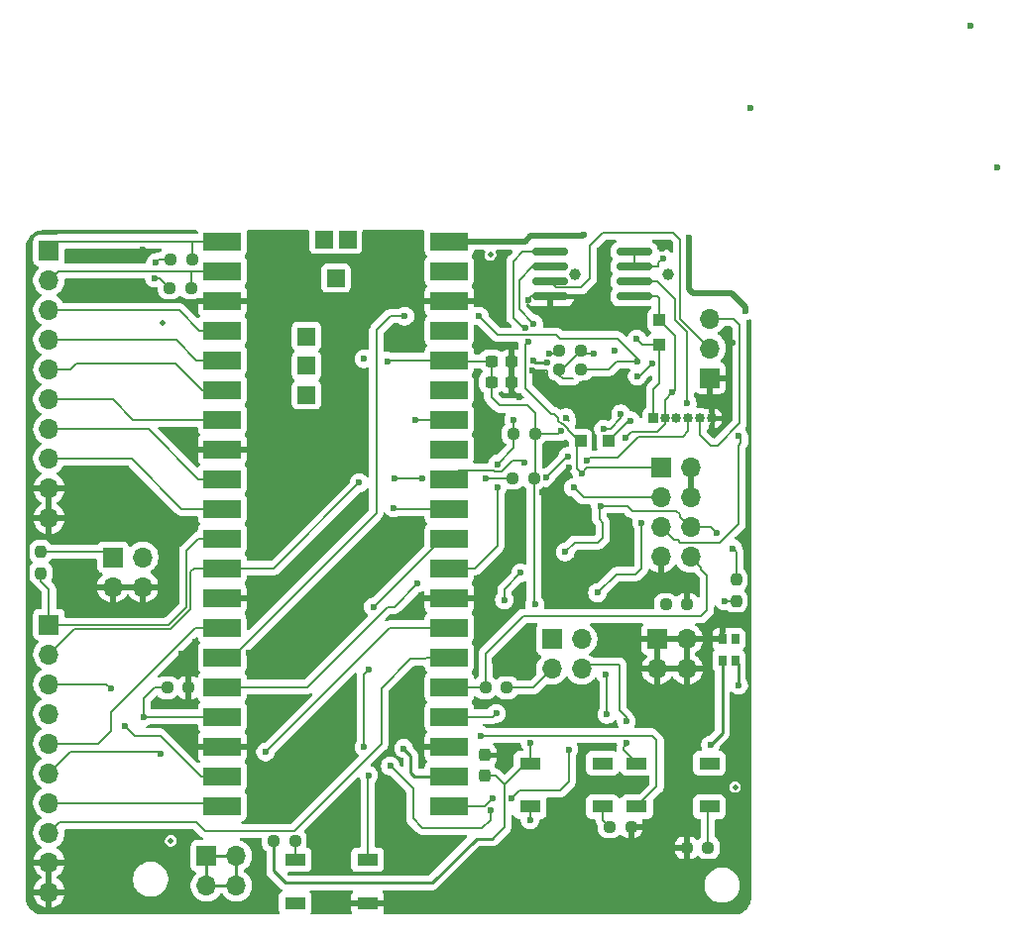
<source format=gbr>
%TF.GenerationSoftware,KiCad,Pcbnew,9.0.3*%
%TF.CreationDate,2025-08-19T17:20:28-04:00*%
%TF.ProjectId,PicoTag,5069636f-5461-4672-9e6b-696361645f70,rev?*%
%TF.SameCoordinates,Original*%
%TF.FileFunction,Copper,L1,Top*%
%TF.FilePolarity,Positive*%
%FSLAX46Y46*%
G04 Gerber Fmt 4.6, Leading zero omitted, Abs format (unit mm)*
G04 Created by KiCad (PCBNEW 9.0.3) date 2025-08-19 17:20:28*
%MOMM*%
%LPD*%
G01*
G04 APERTURE LIST*
G04 Aperture macros list*
%AMRoundRect*
0 Rectangle with rounded corners*
0 $1 Rounding radius*
0 $2 $3 $4 $5 $6 $7 $8 $9 X,Y pos of 4 corners*
0 Add a 4 corners polygon primitive as box body*
4,1,4,$2,$3,$4,$5,$6,$7,$8,$9,$2,$3,0*
0 Add four circle primitives for the rounded corners*
1,1,$1+$1,$2,$3*
1,1,$1+$1,$4,$5*
1,1,$1+$1,$6,$7*
1,1,$1+$1,$8,$9*
0 Add four rect primitives between the rounded corners*
20,1,$1+$1,$2,$3,$4,$5,0*
20,1,$1+$1,$4,$5,$6,$7,0*
20,1,$1+$1,$6,$7,$8,$9,0*
20,1,$1+$1,$8,$9,$2,$3,0*%
G04 Aperture macros list end*
%TA.AperFunction,ComponentPad*%
%ADD10C,1.000000*%
%TD*%
%TA.AperFunction,ComponentPad*%
%ADD11R,1.700000X1.700000*%
%TD*%
%TA.AperFunction,ComponentPad*%
%ADD12O,1.700000X1.700000*%
%TD*%
%TA.AperFunction,ComponentPad*%
%ADD13R,0.850000X0.850000*%
%TD*%
%TA.AperFunction,ComponentPad*%
%ADD14O,0.850000X0.850000*%
%TD*%
%TA.AperFunction,SMDPad,CuDef*%
%ADD15R,1.000000X1.000000*%
%TD*%
%TA.AperFunction,SMDPad,CuDef*%
%ADD16RoundRect,0.237500X0.250000X0.237500X-0.250000X0.237500X-0.250000X-0.237500X0.250000X-0.237500X0*%
%TD*%
%TA.AperFunction,SMDPad,CuDef*%
%ADD17R,1.800000X1.100000*%
%TD*%
%TA.AperFunction,SMDPad,CuDef*%
%ADD18C,0.500000*%
%TD*%
%TA.AperFunction,SMDPad,CuDef*%
%ADD19RoundRect,0.237500X-0.250000X-0.237500X0.250000X-0.237500X0.250000X0.237500X-0.250000X0.237500X0*%
%TD*%
%TA.AperFunction,SMDPad,CuDef*%
%ADD20RoundRect,0.237500X-0.237500X0.250000X-0.237500X-0.250000X0.237500X-0.250000X0.237500X0.250000X0*%
%TD*%
%TA.AperFunction,SMDPad,CuDef*%
%ADD21R,0.700000X0.900000*%
%TD*%
%TA.AperFunction,SMDPad,CuDef*%
%ADD22RoundRect,0.237500X0.300000X0.237500X-0.300000X0.237500X-0.300000X-0.237500X0.300000X-0.237500X0*%
%TD*%
%TA.AperFunction,SMDPad,CuDef*%
%ADD23RoundRect,0.237500X0.237500X-0.250000X0.237500X0.250000X-0.237500X0.250000X-0.237500X-0.250000X0*%
%TD*%
%TA.AperFunction,SMDPad,CuDef*%
%ADD24RoundRect,0.237500X-0.237500X0.300000X-0.237500X-0.300000X0.237500X-0.300000X0.237500X0.300000X0*%
%TD*%
%TA.AperFunction,SMDPad,CuDef*%
%ADD25R,3.200000X1.600000*%
%TD*%
%TA.AperFunction,SMDPad,CuDef*%
%ADD26R,1.500000X1.500000*%
%TD*%
%TA.AperFunction,SMDPad,CuDef*%
%ADD27RoundRect,0.175000X-1.325000X-0.175000X1.325000X-0.175000X1.325000X0.175000X-1.325000X0.175000X0*%
%TD*%
%TA.AperFunction,ViaPad*%
%ADD28C,0.600000*%
%TD*%
%TA.AperFunction,Conductor*%
%ADD29C,0.200000*%
%TD*%
%TA.AperFunction,Conductor*%
%ADD30C,0.250000*%
%TD*%
%TA.AperFunction,Conductor*%
%ADD31C,0.500000*%
%TD*%
G04 APERTURE END LIST*
D10*
%TO.P,Card1,*%
%TO.N,*%
X182400000Y-42760000D03*
X174400000Y-42750000D03*
%TD*%
D11*
%TO.P,J4,1,Pin_1*%
%TO.N,GND*%
X185950000Y-51640000D03*
D12*
%TO.P,J4,2,Pin_2*%
%TO.N,{slash}WP*%
X185950000Y-49100000D03*
%TO.P,J4,3,Pin_3*%
%TO.N,3V3*%
X185950000Y-46560000D03*
%TD*%
D13*
%TO.P,J11,1,Pin_1*%
%TO.N,SPI_MISO*%
X181100000Y-55100000D03*
D14*
%TO.P,J11,2,Pin_2*%
%TO.N,SPI_MOSI*%
X182100000Y-55100000D03*
%TO.P,J11,3,Pin_3*%
%TO.N,SPI_CLK*%
X183100000Y-55100000D03*
%TO.P,J11,4,Pin_4*%
%TO.N,EXT_SPI_CS*%
X184100000Y-55100000D03*
%TO.P,J11,5,Pin_5*%
%TO.N,3V3*%
X185100000Y-55100000D03*
%TO.P,J11,6,Pin_6*%
%TO.N,GND*%
X186100000Y-55100000D03*
%TD*%
D11*
%TO.P,J8,1,Pin_1*%
%TO.N,3V3*%
X134960000Y-66960000D03*
D12*
%TO.P,J8,2,Pin_2*%
X137500000Y-66960000D03*
%TO.P,J8,3,Pin_3*%
%TO.N,GND*%
X134960000Y-69500000D03*
%TO.P,J8,4,Pin_4*%
X137500000Y-69500000D03*
%TD*%
D15*
%TO.P,TP_FLASH_CS1,1,1*%
%TO.N,FLASH_CS*%
X174900000Y-57000000D03*
%TD*%
D11*
%TO.P,J7,1,Pin_1*%
%TO.N,3V3*%
X172460000Y-73960000D03*
D12*
%TO.P,J7,2,Pin_2*%
X175000000Y-73960000D03*
%TO.P,J7,3,Pin_3*%
X172460000Y-76500000D03*
%TO.P,J7,4,Pin_4*%
X175000000Y-76500000D03*
%TD*%
D16*
%TO.P,R8,1,1*%
%TO.N,GND*%
X141412500Y-78100000D03*
%TO.P,R8,2,2*%
%TO.N,CH11*%
X139587500Y-78100000D03*
%TD*%
D17*
%TO.P,BTN1,1,1*%
%TO.N,Net-(BTN1-Pad1)*%
X176784000Y-88282000D03*
%TO.P,BTN1,2,2*%
%TO.N,BTN1*%
X170584000Y-88282000D03*
%TO.P,BTN1,3,3*%
%TO.N,unconnected-(BTN1-Pad3)*%
X176784000Y-84582000D03*
%TO.P,BTN1,4,4*%
%TO.N,3V3*%
X170584000Y-84582000D03*
%TD*%
D18*
%TO.P,FID1,*%
%TO.N,*%
X167200000Y-41100000D03*
%TD*%
D19*
%TO.P,R9,1,1*%
%TO.N,3V3*%
X139800000Y-43942000D03*
%TO.P,R9,2,2*%
%TO.N,CH2*%
X141625000Y-43942000D03*
%TD*%
D11*
%TO.P,J2,1,Pin_1*%
%TO.N,CH1*%
X129500000Y-40760000D03*
D12*
%TO.P,J2,2,Pin_2*%
%TO.N,CH2*%
X129500000Y-43300000D03*
%TO.P,J2,3,Pin_3*%
%TO.N,CH3*%
X129500000Y-45840000D03*
%TO.P,J2,4,Pin_4*%
%TO.N,CH4*%
X129500000Y-48380000D03*
%TO.P,J2,5,Pin_5*%
%TO.N,CH5*%
X129500000Y-50920000D03*
%TO.P,J2,6,Pin_6*%
%TO.N,CH6*%
X129500000Y-53460000D03*
%TO.P,J2,7,Pin_7*%
%TO.N,CH7*%
X129500000Y-56000000D03*
%TO.P,J2,8,Pin_8*%
%TO.N,CH8*%
X129500000Y-58540000D03*
%TO.P,J2,9,Pin_9*%
%TO.N,GND*%
X129500000Y-61080000D03*
%TO.P,J2,10,Pin_10*%
X129500000Y-63620000D03*
%TD*%
D16*
%TO.P,R7,1,1*%
%TO.N,3V3*%
X170912500Y-60200000D03*
%TO.P,R7,2,2*%
%TO.N,CH10*%
X169087500Y-60200000D03*
%TD*%
D20*
%TO.P,R2,1,1*%
%TO.N,3V3*%
X128800000Y-66487500D03*
%TO.P,R2,2,2*%
%TO.N,CH9*%
X128800000Y-68312500D03*
%TD*%
D11*
%TO.P,J1,1,Pin_1*%
%TO.N,CH9*%
X129500000Y-72720000D03*
D12*
%TO.P,J1,2,Pin_2*%
%TO.N,CH10*%
X129500000Y-75260000D03*
%TO.P,J1,3,Pin_3*%
%TO.N,CH11*%
X129500000Y-77800000D03*
%TO.P,J1,4,Pin_4*%
%TO.N,CH12*%
X129500000Y-80340000D03*
%TO.P,J1,5,Pin_5*%
%TO.N,CH13*%
X129500000Y-82880000D03*
%TO.P,J1,6,Pin_6*%
%TO.N,CH14*%
X129500000Y-85420000D03*
%TO.P,J1,7,Pin_7*%
%TO.N,CH15*%
X129500000Y-87960000D03*
%TO.P,J1,8,Pin_8*%
%TO.N,CH16*%
X129500000Y-90500000D03*
%TO.P,J1,9,Pin_9*%
%TO.N,GND*%
X129500000Y-93040000D03*
%TO.P,J1,10,Pin_10*%
X129500000Y-95580000D03*
%TD*%
D19*
%TO.P,R1,1,1*%
%TO.N,MMC_CD*%
X169175000Y-56400000D03*
%TO.P,R1,2,2*%
%TO.N,3V3*%
X171000000Y-56400000D03*
%TD*%
D11*
%TO.P,J6,1,Pin_1*%
%TO.N,GND*%
X181460000Y-73960000D03*
D12*
%TO.P,J6,2,Pin_2*%
X184000000Y-73960000D03*
%TO.P,J6,3,Pin_3*%
X181460000Y-76500000D03*
%TO.P,J6,4,Pin_4*%
X184000000Y-76500000D03*
%TD*%
D19*
%TO.P,R13,1,1*%
%TO.N,GND*%
X183975000Y-91800000D03*
%TO.P,R13,2,2*%
%TO.N,Net-(BTN2-Pad1)*%
X185800000Y-91800000D03*
%TD*%
D21*
%TO.P,LED1,1,DO*%
%TO.N,unconnected-(LED1-DO-Pad1)*%
X188100000Y-73960000D03*
%TO.P,LED1,2,GND*%
%TO.N,GND*%
X187000000Y-73960000D03*
%TO.P,LED1,3,DI*%
%TO.N,LED*%
X187000000Y-75800000D03*
%TO.P,LED1,4,VDD*%
%TO.N,+5V*%
X188100000Y-75800000D03*
%TD*%
D22*
%TO.P,C4,1,1*%
%TO.N,GND*%
X169000000Y-52000000D03*
%TO.P,C4,2,2*%
%TO.N,3V3*%
X167275000Y-52000000D03*
%TD*%
D16*
%TO.P,R3,1,1*%
%TO.N,MMC_CS*%
X174912500Y-50900000D03*
%TO.P,R3,2,2*%
%TO.N,3V3*%
X173087500Y-50900000D03*
%TD*%
D17*
%TO.P,BTN2,1,1*%
%TO.N,Net-(BTN2-Pad1)*%
X185905000Y-88282000D03*
%TO.P,BTN2,2,2*%
%TO.N,BTN2*%
X179705000Y-88282000D03*
%TO.P,BTN2,3,3*%
%TO.N,unconnected-(BTN2-Pad3)*%
X185905000Y-84582000D03*
%TO.P,BTN2,4,4*%
%TO.N,3V3*%
X179705000Y-84582000D03*
%TD*%
D15*
%TO.P,TP_CLK1,1,1*%
%TO.N,SPI_CLK*%
X177300000Y-57000000D03*
%TD*%
D11*
%TO.P,J3,1,Pin_1*%
%TO.N,FLASH_CS*%
X181760000Y-59320000D03*
D12*
%TO.P,J3,2,Pin_2*%
%TO.N,3V3*%
X184300000Y-59320000D03*
%TO.P,J3,3,Pin_3*%
%TO.N,SPI_MISO*%
X181760000Y-61860000D03*
%TO.P,J3,4,Pin_4*%
%TO.N,3V3*%
X184300000Y-61860000D03*
%TO.P,J3,5,Pin_5*%
%TO.N,{slash}WP*%
X181760000Y-64400000D03*
%TO.P,J3,6,Pin_6*%
%TO.N,SPI_CLK*%
X184300000Y-64400000D03*
%TO.P,J3,7,Pin_7*%
%TO.N,GND*%
X181760000Y-66940000D03*
%TO.P,J3,8,Pin_8*%
%TO.N,SPI_MOSI*%
X184300000Y-66940000D03*
%TD*%
D19*
%TO.P,R11,1,1*%
%TO.N,3V3*%
X148687500Y-91200000D03*
%TO.P,R11,2,2*%
%TO.N,Net-(R11-Pad2)*%
X150512500Y-91200000D03*
%TD*%
D22*
%TO.P,C2,1,1*%
%TO.N,GND*%
X169000000Y-50200000D03*
%TO.P,C2,2,2*%
%TO.N,3V3*%
X167275000Y-50200000D03*
%TD*%
D15*
%TO.P,TP_MISO1,1,1*%
%TO.N,SPI_MISO*%
X181600000Y-48800000D03*
%TD*%
D23*
%TO.P,R4,1,1*%
%TO.N,SPI_CLK*%
X188200000Y-70700000D03*
%TO.P,R4,2,2*%
%TO.N,3V3*%
X188200000Y-68875000D03*
%TD*%
D11*
%TO.P,J9,1,Pin_1*%
%TO.N,+5V*%
X142960000Y-92500000D03*
D12*
%TO.P,J9,2,Pin_2*%
X145500000Y-92500000D03*
%TO.P,J9,3,Pin_3*%
X142960000Y-95040000D03*
%TO.P,J9,4,Pin_4*%
X145500000Y-95040000D03*
%TD*%
D16*
%TO.P,R12,1,1*%
%TO.N,GND*%
X179212500Y-90000000D03*
%TO.P,R12,2,2*%
%TO.N,Net-(BTN1-Pad1)*%
X177387500Y-90000000D03*
%TD*%
%TO.P,R12,1,1*%
%TO.N,GND*%
X184000000Y-71000000D03*
%TO.P,R12,2,2*%
%TO.N,Net-(MODE2-Pad1)*%
X182175000Y-71000000D03*
%TD*%
D15*
%TO.P,TP_MOSI1,1,1*%
%TO.N,SPI_MOSI*%
X181600000Y-46700000D03*
%TD*%
D19*
%TO.P,R5,1,1*%
%TO.N,SPI_MOSI*%
X166775000Y-78100000D03*
%TO.P,R5,2,2*%
%TO.N,3V3*%
X168600000Y-78100000D03*
%TD*%
%TO.P,R10,1,1*%
%TO.N,3V3*%
X139875000Y-41500000D03*
%TO.P,R10,2,2*%
%TO.N,CH1*%
X141700000Y-41500000D03*
%TD*%
%TO.P,R6,1,1*%
%TO.N,SPI_MISO*%
X173077500Y-49300000D03*
%TO.P,R6,2,2*%
%TO.N,3V3*%
X174902500Y-49300000D03*
%TD*%
D17*
%TO.P,RESET1,1,1*%
%TO.N,Net-(R11-Pad2)*%
X150518000Y-92820000D03*
%TO.P,RESET1,2,2*%
%TO.N,RESET*%
X156718000Y-92820000D03*
%TO.P,RESET1,3,3*%
%TO.N,unconnected-(RESET1-Pad3)*%
X150518000Y-96520000D03*
%TO.P,RESET1,4,4*%
%TO.N,GND*%
X156718000Y-96520000D03*
%TD*%
D24*
%TO.P,C3,1,1*%
%TO.N,GND*%
X166750000Y-83887500D03*
%TO.P,C3,2,2*%
%TO.N,3V3*%
X166750000Y-85612500D03*
%TD*%
D18*
%TO.P,FID4,*%
%TO.N,*%
X139900000Y-91200000D03*
%TD*%
%TO.P,FID3,*%
%TO.N,*%
X188100000Y-86600000D03*
%TD*%
%TO.P,FID2,*%
%TO.N,*%
X139200000Y-46900000D03*
%TD*%
D25*
%TO.P,U1,1,GP0_SPI0RX_I2C0SDA_UART0TX*%
%TO.N,CH1*%
X144310000Y-39950000D03*
%TO.P,U1,2,GP1_SPI0CSn_I2C0SCL_UART0RX*%
%TO.N,CH2*%
X144310000Y-42490000D03*
%TO.P,U1,3,GND*%
%TO.N,GND*%
X144310000Y-45030000D03*
%TO.P,U1,4,GP2_SPI0SCK_I2C1SDA*%
%TO.N,CH3*%
X144310000Y-47570000D03*
%TO.P,U1,5,GP3_SPI0TX_I2C1SCL*%
%TO.N,CH4*%
X144310000Y-50110000D03*
%TO.P,U1,6,GP4_SPI0RX_I2C0SDA_UART1TX*%
%TO.N,CH5*%
X144310000Y-52650000D03*
%TO.P,U1,7,GP5_SPI0CSn_I2C0SCL_UART1RX*%
%TO.N,CH6*%
X144310000Y-55190000D03*
%TO.P,U1,8,GND*%
%TO.N,GND*%
X144310000Y-57730000D03*
%TO.P,U1,9,GP6_SPI0SCK_I2C1SDA*%
%TO.N,CH7*%
X144310000Y-60270000D03*
%TO.P,U1,10,GP7_SPI0TX_I2C1SCL*%
%TO.N,CH8*%
X144310000Y-62810000D03*
%TO.P,U1,11,GP8_SPI1RX_I2C0SDA_UART1TX*%
%TO.N,CH9*%
X144310000Y-65350000D03*
%TO.P,U1,12,GP9_SPI1CSn_I2C0SCL_UART1RX*%
%TO.N,CH10*%
X144310000Y-67890000D03*
%TO.P,U1,13,GND*%
%TO.N,GND*%
X144310000Y-70430000D03*
%TO.P,U1,14,GP10_SPI1SCK_I2C1SDA*%
%TO.N,CH13*%
X144310000Y-72970000D03*
%TO.P,U1,15,GP11_SPI1TX_I2C1SCL*%
%TO.N,MMC_CS*%
X144310000Y-75510000D03*
%TO.P,U1,16,GP12_SPI1RX_I2C0SDA_UART0TX*%
%TO.N,FLASH_CS*%
X144310000Y-78050000D03*
%TO.P,U1,17,GP13_SPI1CSn_I2C0SCL_UART0RX*%
%TO.N,CH11*%
X144310000Y-80590000D03*
%TO.P,U1,18,GND*%
%TO.N,GND*%
X144310000Y-83130000D03*
%TO.P,U1,19,GP14_SPI1SCK_I2C1SDA*%
%TO.N,CH12*%
X144310000Y-85670000D03*
%TO.P,U1,20,GP15_SPI1TX_I2C1SCL*%
%TO.N,CH15*%
X144310000Y-88210000D03*
%TO.P,U1,21,GP16_SPI0RX_UART0RX*%
%TO.N,SPI_MISO*%
X163690000Y-88210000D03*
%TO.P,U1,22,GP17_SPI0CSn_UART0TX*%
%TO.N,LED*%
X163690000Y-85670000D03*
%TO.P,U1,23,GND*%
%TO.N,GND*%
X163690000Y-83130000D03*
%TO.P,U1,24,GP18_SPI0SCK_I2C1SDA*%
%TO.N,SPI_CLK*%
X163690000Y-80590000D03*
%TO.P,U1,25,GP19_SPI0TX_I2C1SCL*%
%TO.N,SPI_MOSI*%
X163690000Y-78050000D03*
%TO.P,U1,26,GP20_I2C0SDA*%
%TO.N,CH16*%
X163690000Y-75510000D03*
%TO.P,U1,27,GP21_I2C0SCL*%
%TO.N,CH14*%
X163690000Y-72970000D03*
%TO.P,U1,28,GND*%
%TO.N,GND*%
X163690000Y-70430000D03*
%TO.P,U1,29,GP22*%
%TO.N,MMC_CD*%
X163690000Y-67890000D03*
%TO.P,U1,30,RUN*%
%TO.N,RESET*%
X163690000Y-65350000D03*
%TO.P,U1,31,GP26_ADC0_I2C1SDA*%
%TO.N,BTN1*%
X163690000Y-62810000D03*
%TO.P,U1,32,GP27_ADC1_I2C1SCL*%
%TO.N,EXT_SPI_CS*%
X163690000Y-60270000D03*
%TO.P,U1,33,GND_AGND*%
%TO.N,AGND*%
X163690000Y-57730000D03*
%TO.P,U1,34,GP28_ADC2*%
%TO.N,BTN2*%
X163690000Y-55190000D03*
%TO.P,U1,35,ADC_VREF*%
%TO.N,AVREF*%
X163690000Y-52650000D03*
%TO.P,U1,36,3V3(OUT)*%
%TO.N,3V3*%
X163690000Y-50110000D03*
%TO.P,U1,37,3V3_EN*%
%TO.N,unconnected-(U1-3V3_EN-Pad37)*%
X163690000Y-47570000D03*
%TO.P,U1,38,GND*%
%TO.N,GND*%
X163690000Y-45030000D03*
%TO.P,U1,39,VSYS*%
%TO.N,unconnected-(U1-VSYS-Pad39)*%
X163690000Y-42490000D03*
%TO.P,U1,40,VBUS*%
%TO.N,+5V*%
X163690000Y-39950000D03*
D26*
%TO.P,U1,TP1,TP1*%
%TO.N,unconnected-(U1-PadTP1)*%
X154000000Y-43090000D03*
%TO.P,U1,TP2*%
%TO.N,N/C*%
X155000000Y-39790000D03*
%TO.P,U1,TP3*%
X153000000Y-39790000D03*
%TO.P,U1,TP4*%
X151500000Y-48080000D03*
%TO.P,U1,TP5*%
X151500000Y-50580000D03*
%TO.P,U1,TP6*%
X151500000Y-53080000D03*
%TD*%
D27*
%TO.P,C1,1,~{CS}*%
%TO.N,FLASH_CS*%
X172312500Y-40845000D03*
%TO.P,C1,2,DO/IO_{1}*%
%TO.N,SPI_MISO*%
X172312500Y-42115000D03*
%TO.P,C1,3,~{WP}/IO_{2}*%
%TO.N,{slash}WP*%
X172312500Y-43385000D03*
%TO.P,C1,4,GND*%
%TO.N,GND*%
X172312500Y-44655000D03*
%TO.P,C1,5,DI/IO_{0}*%
%TO.N,SPI_MOSI*%
X179487500Y-44655000D03*
%TO.P,C1,6,CLK*%
%TO.N,SPI_CLK*%
X179487500Y-43385000D03*
%TO.P,C1,7,~{HOLD}/~{RESET}/IO_{3}*%
%TO.N,3V3*%
X179487500Y-42115000D03*
%TO.P,C1,8,VCC*%
X179487500Y-40845000D03*
%TD*%
D28*
%TO.N,GND*%
X167950000Y-83800000D03*
X176800000Y-40950000D03*
X175900000Y-44850000D03*
%TO.N,*%
X189400000Y-28550000D03*
X210450000Y-33600000D03*
X208200000Y-21550000D03*
%TO.N,GND*%
X171900000Y-68100000D03*
X175099000Y-64600000D03*
X175000000Y-67700000D03*
X173600000Y-61800000D03*
X187900000Y-48650000D03*
X187550000Y-47500000D03*
X161100000Y-80750000D03*
X161050000Y-78550000D03*
X161050000Y-76650000D03*
X167600000Y-75800000D03*
X167400000Y-72550000D03*
X169650000Y-53250000D03*
%TO.N,SPI_MOSI*%
X178700000Y-56750000D03*
%TO.N,3V3*%
X181953215Y-41398231D03*
%TO.N,GND*%
X173900000Y-59300000D03*
X175250000Y-55300000D03*
X171600000Y-61400000D03*
X176508027Y-54917024D03*
%TO.N,SPI_MOSI*%
X181000000Y-50400000D03*
X179750000Y-51500000D03*
X182750000Y-52850000D03*
%TO.N,3V3*%
X176022000Y-49530000D03*
X170600000Y-82800000D03*
X158400000Y-50200000D03*
X177800000Y-49276000D03*
X138500000Y-43090000D03*
X156400000Y-50000000D03*
X178800000Y-81000000D03*
X178350000Y-54700000D03*
X176866116Y-56000001D03*
X187900000Y-66200000D03*
X173640264Y-55030320D03*
X173200000Y-56200000D03*
X138600000Y-41800000D03*
X171000000Y-71000000D03*
X178800000Y-82800000D03*
%TO.N,{slash}WP*%
X188400000Y-56600000D03*
%TO.N,SPI_CLK*%
X173600000Y-66500000D03*
X187200000Y-70700000D03*
X184023529Y-53818442D03*
X176600000Y-62600000D03*
X169800000Y-68300000D03*
X168400000Y-70600000D03*
X167700000Y-80300000D03*
X186500000Y-64900000D03*
X179200000Y-55300000D03*
%TO.N,GND*%
X168000000Y-44700000D03*
X172850000Y-57400000D03*
X139800000Y-67200000D03*
X137500000Y-40700000D03*
X170800000Y-51000000D03*
X157100000Y-40100000D03*
X139000000Y-69500000D03*
X170000000Y-74000000D03*
X167900000Y-54900000D03*
X142000000Y-74200000D03*
X146900000Y-51400000D03*
X170434000Y-44958000D03*
X142000000Y-75600000D03*
X170000000Y-61600000D03*
X141600000Y-81800000D03*
X156300000Y-52000000D03*
X166800000Y-43100000D03*
X139800000Y-65800000D03*
X169000000Y-61600000D03*
X146600000Y-69400000D03*
X166150000Y-47900000D03*
X175800000Y-79200000D03*
X171600000Y-91200000D03*
X140800000Y-75200000D03*
X181900000Y-40600000D03*
X146600000Y-72000000D03*
X146600000Y-75100000D03*
X137500000Y-71100000D03*
X172060000Y-51839998D03*
X174700000Y-70200000D03*
X139000000Y-64800000D03*
%TO.N,FLASH_CS*%
X170180000Y-47350000D03*
X175000000Y-59800000D03*
X170434000Y-48550000D03*
X161000000Y-69200000D03*
%TO.N,MMC_CD*%
X172060000Y-50350000D03*
X169200000Y-55200000D03*
X167800000Y-59000000D03*
X167800000Y-61000000D03*
X170860000Y-50150000D03*
%TO.N,MMC_CS*%
X166250000Y-46350000D03*
X179750000Y-50200000D03*
X159900000Y-46350000D03*
%TO.N,CH14*%
X139000000Y-83800000D03*
X148000000Y-83600000D03*
%TO.N,CH10*%
X166800000Y-60200000D03*
X161400000Y-60200000D03*
X156000000Y-60600000D03*
X159000000Y-60200000D03*
%TO.N,CH11*%
X137600000Y-80600000D03*
X134800000Y-78200000D03*
%TO.N,CH12*%
X136000000Y-81400000D03*
%TO.N,LED*%
X159800000Y-83300000D03*
X186000000Y-83000000D03*
%TO.N,+5V*%
X188400000Y-77900000D03*
X189000000Y-45900000D03*
X184124265Y-39675735D03*
X175200000Y-39400000D03*
%TO.N,RESET*%
X156800000Y-85600000D03*
X156400000Y-83200000D03*
X156800000Y-76600000D03*
X157200000Y-71200000D03*
%TO.N,BTN1*%
X170600000Y-89400000D03*
X158650000Y-84800000D03*
X167200000Y-88600000D03*
X158950000Y-62750000D03*
%TO.N,BTN2*%
X166400000Y-82200000D03*
X160800000Y-55200000D03*
%TO.N,EXT_SPI_CS*%
X170100000Y-58900000D03*
X173800000Y-58350000D03*
X171950000Y-60150000D03*
X175450000Y-58700000D03*
%TO.N,SPI_MISO*%
X177150000Y-80400000D03*
X177050000Y-77000000D03*
X173900000Y-83400000D03*
X167400000Y-87550000D03*
X174300000Y-61000000D03*
X170900000Y-47000000D03*
X176350000Y-70000000D03*
X169000000Y-87550000D03*
X180100000Y-64000000D03*
X179700000Y-48300000D03*
X172212000Y-49530000D03*
%TD*%
D29*
%TO.N,GND*%
X167862500Y-83887500D02*
X167950000Y-83800000D01*
X166750000Y-83887500D02*
X167862500Y-83887500D01*
%TO.N,3V3*%
X167612500Y-85612500D02*
X166750000Y-85612500D01*
X168400000Y-86400000D02*
X167612500Y-85612500D01*
%TO.N,CH6*%
X136690000Y-55190000D02*
X144310000Y-55190000D01*
X134960000Y-53460000D02*
X136690000Y-55190000D01*
X129500000Y-53460000D02*
X134960000Y-53460000D01*
%TO.N,CH5*%
X140300000Y-50400000D02*
X142550000Y-52650000D01*
X131850000Y-50400000D02*
X140300000Y-50400000D01*
X131330000Y-50920000D02*
X131850000Y-50400000D01*
X142550000Y-52650000D02*
X144310000Y-52650000D01*
X129500000Y-50920000D02*
X131330000Y-50920000D01*
%TO.N,GND*%
X169000000Y-52600000D02*
X169650000Y-53250000D01*
X169000000Y-52000000D02*
X169000000Y-52600000D01*
%TO.N,SPI_MOSI*%
X181478000Y-56224000D02*
X179226000Y-56224000D01*
X179226000Y-56224000D02*
X178700000Y-56750000D01*
X182100000Y-55602000D02*
X181478000Y-56224000D01*
X182100000Y-55100000D02*
X182100000Y-55602000D01*
%TO.N,{slash}WP*%
X183400000Y-46550000D02*
X185950000Y-49100000D01*
X183400000Y-39800000D02*
X183400000Y-46550000D01*
X176800000Y-39200000D02*
X182800000Y-39200000D01*
X174950000Y-43900000D02*
X175700000Y-43150000D01*
X175700000Y-43150000D02*
X175700000Y-40300000D01*
X172827500Y-43900000D02*
X174950000Y-43900000D01*
X182800000Y-39200000D02*
X183400000Y-39800000D01*
X172312500Y-43385000D02*
X172827500Y-43900000D01*
X175700000Y-40300000D02*
X176800000Y-39200000D01*
%TO.N,3V3*%
X181561000Y-41790446D02*
X181953215Y-41398231D01*
X181561000Y-42115000D02*
X181561000Y-41790446D01*
%TO.N,GND*%
X173900000Y-59300000D02*
X171800000Y-61400000D01*
X171800000Y-61400000D02*
X171600000Y-61400000D01*
X175250000Y-55300000D02*
X176125051Y-55300000D01*
X176125051Y-55300000D02*
X176508027Y-54917024D01*
%TO.N,SPI_MOSI*%
X182950000Y-52650000D02*
X182750000Y-52850000D01*
X182950000Y-48050000D02*
X182950000Y-52650000D01*
X181600000Y-46700000D02*
X182950000Y-48050000D01*
X181600000Y-44800000D02*
X181600000Y-46700000D01*
X181455000Y-44655000D02*
X181600000Y-44800000D01*
X179487500Y-44655000D02*
X181455000Y-44655000D01*
%TO.N,FLASH_CS*%
X169164000Y-41656000D02*
X169164000Y-46482000D01*
%TO.N,SPI_MOSI*%
X170000000Y-72000000D02*
X185200000Y-72000000D01*
X185200000Y-67840000D02*
X184300000Y-66940000D01*
X166775000Y-75225000D02*
X170000000Y-72000000D01*
X166775000Y-78100000D02*
X163740000Y-78100000D01*
X179750000Y-51500000D02*
X179900000Y-51500000D01*
X182750000Y-52850000D02*
X182100000Y-53500000D01*
X179900000Y-51500000D02*
X181000000Y-50400000D01*
X185700000Y-71500000D02*
X185700000Y-68500000D01*
X163740000Y-78100000D02*
X163690000Y-78050000D01*
X182100000Y-53500000D02*
X182100000Y-55100000D01*
X185200000Y-72000000D02*
X185700000Y-71500000D01*
X185700000Y-68500000D02*
X185200000Y-68000000D01*
X185200000Y-68000000D02*
X185200000Y-67840000D01*
X166775000Y-78100000D02*
X166775000Y-75225000D01*
%TO.N,3V3*%
X178350000Y-55100000D02*
X178350000Y-54700000D01*
X167275000Y-50200000D02*
X167275000Y-52000000D01*
D30*
X166000000Y-91000000D02*
X167400000Y-91000000D01*
D29*
X139875000Y-41500000D02*
X138900000Y-41500000D01*
D30*
X148687500Y-93787500D02*
X149700000Y-94800000D01*
D29*
X167400000Y-91000000D02*
X168400000Y-90000000D01*
X174902500Y-49530000D02*
X176022000Y-49530000D01*
X179487500Y-40845000D02*
X179487500Y-42115000D01*
X173930679Y-55320735D02*
X173640264Y-55030320D01*
X171000000Y-56400000D02*
X173000000Y-56400000D01*
X168600000Y-78100000D02*
X170860000Y-78100000D01*
X176866116Y-56000001D02*
X177450000Y-56000000D01*
X179487500Y-42115000D02*
X181561000Y-42115000D01*
X178200000Y-80000000D02*
X178200000Y-76125000D01*
X188200000Y-68875000D02*
X188200000Y-66500000D01*
X179705000Y-84505000D02*
X178600000Y-83400000D01*
X168400000Y-90000000D02*
X168400000Y-86400000D01*
X178800000Y-81000000D02*
X178800000Y-80600000D01*
X173302500Y-50900000D02*
X173087500Y-50900000D01*
X168400000Y-86400000D02*
X170218000Y-84582000D01*
X171000000Y-56400000D02*
X171000000Y-58300000D01*
X168000000Y-54000000D02*
X170400000Y-54000000D01*
X178600000Y-83200000D02*
X178800000Y-83000000D01*
X187940000Y-46560000D02*
X188500000Y-47120000D01*
X175375000Y-76125000D02*
X175000000Y-76500000D01*
X185100000Y-56500000D02*
X185100000Y-55100000D01*
X167275000Y-53275000D02*
X168000000Y-54000000D01*
X174902500Y-49300000D02*
X173302500Y-50900000D01*
X167275000Y-52000000D02*
X167275000Y-53275000D01*
X174226000Y-51700000D02*
X173400000Y-51700000D01*
X177450000Y-56000000D02*
X178350000Y-55100000D01*
D31*
X184300000Y-59320000D02*
X184300000Y-61860000D01*
D29*
X170400000Y-54000000D02*
X171000000Y-54600000D01*
X170912500Y-60200000D02*
X171000000Y-60112500D01*
D30*
X149700000Y-94800000D02*
X162200000Y-94800000D01*
D29*
X163690000Y-50110000D02*
X158490000Y-50110000D01*
X170584000Y-82816000D02*
X170600000Y-82800000D01*
X188200000Y-66500000D02*
X187900000Y-66200000D01*
X186000000Y-57400000D02*
X185100000Y-56500000D01*
X170912500Y-70912500D02*
X170912500Y-60200000D01*
X163780000Y-50200000D02*
X163690000Y-50110000D01*
X186600000Y-57400000D02*
X186000000Y-57400000D01*
X173087500Y-51387500D02*
X173087500Y-50900000D01*
X138948000Y-43090000D02*
X139800000Y-43942000D01*
X173000000Y-56400000D02*
X173200000Y-56200000D01*
D30*
X148687500Y-91200000D02*
X148687500Y-93787500D01*
D29*
X170584000Y-84582000D02*
X170584000Y-82816000D01*
X188500000Y-55500000D02*
X186600000Y-57400000D01*
X179705000Y-84582000D02*
X179705000Y-84505000D01*
X171000000Y-71000000D02*
X170912500Y-70912500D01*
X138900000Y-41500000D02*
X138600000Y-41800000D01*
D30*
X162200000Y-94800000D02*
X166000000Y-91000000D01*
D29*
X158490000Y-50110000D02*
X158400000Y-50200000D01*
X170860000Y-78100000D02*
X172460000Y-76500000D01*
X185950000Y-46560000D02*
X187940000Y-46560000D01*
X128800000Y-66487500D02*
X134487500Y-66487500D01*
X171000000Y-60112500D02*
X171000000Y-58300000D01*
X178800000Y-83000000D02*
X178800000Y-82800000D01*
X171000000Y-54600000D02*
X171000000Y-56400000D01*
X167275000Y-50200000D02*
X163780000Y-50200000D01*
X134487500Y-66487500D02*
X134960000Y-66960000D01*
X178200000Y-76125000D02*
X175375000Y-76125000D01*
X188500000Y-47120000D02*
X188500000Y-55500000D01*
X138500000Y-43090000D02*
X138948000Y-43090000D01*
X170218000Y-84582000D02*
X170584000Y-84582000D01*
X173400000Y-51700000D02*
X173087500Y-51387500D01*
X178600000Y-83400000D02*
X178600000Y-83200000D01*
X178800000Y-80600000D02*
X178200000Y-80000000D01*
%TO.N,{slash}WP*%
X188400000Y-64100000D02*
X186800000Y-65700000D01*
X188600000Y-56800000D02*
X188400000Y-56600000D01*
X188400000Y-57400000D02*
X188400000Y-64100000D01*
X188400000Y-57400000D02*
X188600000Y-57200000D01*
X186800000Y-65700000D02*
X183400000Y-65700000D01*
X182860000Y-65500000D02*
X181760000Y-64400000D01*
X183400000Y-65700000D02*
X183200000Y-65500000D01*
X183200000Y-65500000D02*
X182860000Y-65500000D01*
X188600000Y-57200000D02*
X188600000Y-56800000D01*
%TO.N,SPI_CLK*%
X184300000Y-64400000D02*
X186000000Y-64400000D01*
X184000000Y-53300000D02*
X184000000Y-47717100D01*
X178900000Y-62600000D02*
X176600000Y-62600000D01*
X168400000Y-69700000D02*
X168400000Y-70600000D01*
X173600000Y-66500000D02*
X174400000Y-65700000D01*
X184000000Y-47717100D02*
X182999000Y-46716100D01*
X183400000Y-63300000D02*
X183100000Y-63000000D01*
X186000000Y-64400000D02*
X186500000Y-64900000D01*
X183100000Y-63000000D02*
X183089000Y-63011000D01*
X176400000Y-65700000D02*
X176800000Y-65300000D01*
X177300000Y-57000000D02*
X179000000Y-55300000D01*
X176500000Y-63700000D02*
X176500000Y-62700000D01*
X176800000Y-64000000D02*
X176500000Y-63700000D01*
X184023529Y-53323529D02*
X184000000Y-53300000D01*
X179000000Y-55300000D02*
X179200000Y-55300000D01*
X181485000Y-43385000D02*
X179487500Y-43385000D01*
X183089000Y-63011000D02*
X179311000Y-63011000D01*
X187200000Y-70700000D02*
X188200000Y-70700000D01*
X184300000Y-64400000D02*
X183400000Y-63500000D01*
X182999000Y-46716100D02*
X182999000Y-44899000D01*
X176800000Y-65300000D02*
X176800000Y-64000000D01*
X179100000Y-55400000D02*
X179200000Y-55300000D01*
X169800000Y-68300000D02*
X168400000Y-69700000D01*
X167410000Y-80590000D02*
X167700000Y-80300000D01*
X182999000Y-44899000D02*
X181485000Y-43385000D01*
X184023529Y-53818442D02*
X184023529Y-53323529D01*
X174400000Y-65700000D02*
X176400000Y-65700000D01*
X179311000Y-63011000D02*
X178900000Y-62600000D01*
X176500000Y-62700000D02*
X176600000Y-62600000D01*
X183400000Y-63500000D02*
X183400000Y-63300000D01*
X163690000Y-80590000D02*
X167410000Y-80590000D01*
%TO.N,GND*%
X172060000Y-51060000D02*
X172000000Y-51000000D01*
X172000000Y-51000000D02*
X170800000Y-51000000D01*
X172312500Y-44655000D02*
X170737000Y-44655000D01*
X172060000Y-51839998D02*
X172060000Y-51060000D01*
X170737000Y-44655000D02*
X170434000Y-44958000D01*
%TO.N,FLASH_CS*%
X170200000Y-52500000D02*
X172399000Y-54699000D01*
X170434000Y-48550000D02*
X170200000Y-48784000D01*
X173001000Y-55301000D02*
X173299000Y-55599000D01*
X173801000Y-55951057D02*
X173801000Y-56101000D01*
X174550000Y-56850000D02*
X174550000Y-59350000D01*
X173001000Y-55051057D02*
X173001000Y-55301000D01*
X159000000Y-71200000D02*
X161000000Y-69200000D01*
X173448943Y-55599000D02*
X173801000Y-55951057D01*
X173801000Y-56101000D02*
X174550000Y-56850000D01*
X169926000Y-47244000D02*
X170032000Y-47350000D01*
X158400000Y-71200000D02*
X159000000Y-71200000D01*
X172312500Y-40845000D02*
X169975000Y-40845000D01*
X175000000Y-59800000D02*
X175480000Y-59320000D01*
X169164000Y-46482000D02*
X169926000Y-47244000D01*
X172648943Y-54699000D02*
X173001000Y-55051057D01*
X151550000Y-78050000D02*
X158400000Y-71200000D01*
X170032000Y-47350000D02*
X170180000Y-47350000D01*
X144310000Y-78050000D02*
X151550000Y-78050000D01*
X172399000Y-54699000D02*
X172648943Y-54699000D01*
X175480000Y-59320000D02*
X181760000Y-59320000D01*
X170200000Y-48784000D02*
X170200000Y-52500000D01*
X174550000Y-59350000D02*
X175000000Y-59800000D01*
X169975000Y-40845000D02*
X169164000Y-41656000D01*
X173299000Y-55599000D02*
X173448943Y-55599000D01*
D30*
%TO.N,MMC_CD*%
X171060000Y-50350000D02*
X170860000Y-50150000D01*
D29*
X167800000Y-59000000D02*
X169175000Y-57625000D01*
X163690000Y-67890000D02*
X165910000Y-67890000D01*
X167800000Y-66000000D02*
X167800000Y-61000000D01*
X169200000Y-56375000D02*
X169175000Y-56400000D01*
D30*
X172060000Y-50350000D02*
X171060000Y-50350000D01*
D29*
X169200000Y-55200000D02*
X169200000Y-56375000D01*
X165910000Y-67890000D02*
X167800000Y-66000000D01*
X169175000Y-57625000D02*
X169175000Y-56400000D01*
%TO.N,MMC_CS*%
X157450000Y-63170000D02*
X157450000Y-47550000D01*
X177300000Y-50900000D02*
X174912500Y-50900000D01*
X157450000Y-47550000D02*
X158650000Y-46350000D01*
X178000000Y-50200000D02*
X177300000Y-50900000D01*
X174902500Y-51272500D02*
X174875000Y-51300000D01*
X158650000Y-46350000D02*
X159900000Y-46350000D01*
X145110000Y-75510000D02*
X157450000Y-63170000D01*
X166250000Y-46350000D02*
X167850000Y-47950000D01*
X179750000Y-49950000D02*
X179750000Y-50200000D01*
X178050000Y-48250000D02*
X179750000Y-49950000D01*
X144310000Y-75510000D02*
X145110000Y-75510000D01*
X172850000Y-47950000D02*
X173150000Y-48250000D01*
X173150000Y-48250000D02*
X178050000Y-48250000D01*
X167850000Y-47950000D02*
X172850000Y-47950000D01*
X179750000Y-50200000D02*
X178000000Y-50200000D01*
%TO.N,CH15*%
X144060000Y-87960000D02*
X144310000Y-88210000D01*
X129500000Y-87960000D02*
X144060000Y-87960000D01*
%TO.N,CH14*%
X129500000Y-85420000D02*
X131320000Y-83600000D01*
X138800000Y-83600000D02*
X139000000Y-83800000D01*
X131320000Y-83600000D02*
X136000000Y-83600000D01*
X148000000Y-83600000D02*
X158630000Y-72970000D01*
X158630000Y-72970000D02*
X163690000Y-72970000D01*
X136000000Y-83600000D02*
X138800000Y-83600000D01*
%TO.N,CH10*%
X148710000Y-67890000D02*
X144310000Y-67890000D01*
X141601000Y-71366100D02*
X139846100Y-73121000D01*
X141601000Y-68199000D02*
X141601000Y-71366100D01*
X139846100Y-73121000D02*
X131639000Y-73121000D01*
X141910000Y-67890000D02*
X141601000Y-68199000D01*
X144310000Y-67890000D02*
X141910000Y-67890000D01*
X161400000Y-60200000D02*
X159000000Y-60200000D01*
X131639000Y-73121000D02*
X129500000Y-75260000D01*
X156000000Y-60600000D02*
X148710000Y-67890000D01*
X169087500Y-60200000D02*
X166800000Y-60200000D01*
%TO.N,CH11*%
X139587500Y-78100000D02*
X138500000Y-78100000D01*
X129500000Y-77800000D02*
X134400000Y-77800000D01*
X137600000Y-80600000D02*
X138200000Y-80600000D01*
X138210000Y-80590000D02*
X144310000Y-80590000D01*
X137600000Y-79000000D02*
X137600000Y-80600000D01*
X138500000Y-78100000D02*
X137600000Y-79000000D01*
X138200000Y-80600000D02*
X138210000Y-80590000D01*
X134400000Y-77800000D02*
X134800000Y-78200000D01*
%TO.N,CH9*%
X139680000Y-72720000D02*
X141200000Y-71200000D01*
X141200000Y-66400000D02*
X142250000Y-65350000D01*
X129500000Y-72720000D02*
X139680000Y-72720000D01*
X128800000Y-68312500D02*
X128800000Y-69000000D01*
X142250000Y-65350000D02*
X144310000Y-65350000D01*
X129500000Y-69700000D02*
X129500000Y-72720000D01*
X141200000Y-71200000D02*
X141200000Y-66400000D01*
X128800000Y-69000000D02*
X129500000Y-69700000D01*
%TO.N,CH16*%
X160400000Y-75650000D02*
X161650000Y-75650000D01*
X161790000Y-75510000D02*
X163690000Y-75510000D01*
X142050000Y-89600000D02*
X142800000Y-90350000D01*
X130400000Y-89600000D02*
X142050000Y-89600000D01*
X150450000Y-90350000D02*
X157900000Y-82900000D01*
X142800000Y-90350000D02*
X150450000Y-90350000D01*
X157900000Y-82900000D02*
X157900000Y-78150000D01*
X157900000Y-78150000D02*
X160400000Y-75650000D01*
X161650000Y-75650000D02*
X161790000Y-75510000D01*
X129500000Y-90500000D02*
X130400000Y-89600000D01*
%TO.N,CH13*%
X134800000Y-80200000D02*
X134800000Y-81800000D01*
X133720000Y-82880000D02*
X129500000Y-82880000D01*
X134800000Y-81800000D02*
X133720000Y-82880000D01*
X144310000Y-72970000D02*
X142030000Y-72970000D01*
X142030000Y-72970000D02*
X134800000Y-80200000D01*
%TO.N,CH12*%
X142470000Y-85670000D02*
X139000000Y-82200000D01*
X136800000Y-82200000D02*
X136000000Y-81400000D01*
X144310000Y-85670000D02*
X142470000Y-85670000D01*
X139000000Y-82200000D02*
X136800000Y-82200000D01*
%TO.N,CH3*%
X142370000Y-47570000D02*
X144310000Y-47570000D01*
X129500000Y-45840000D02*
X140640000Y-45840000D01*
X140640000Y-45840000D02*
X142370000Y-47570000D01*
%TO.N,CH8*%
X129500000Y-58540000D02*
X136540000Y-58540000D01*
X140810000Y-62810000D02*
X144310000Y-62810000D01*
X136540000Y-58540000D02*
X140810000Y-62810000D01*
%TO.N,CH7*%
X138000000Y-56000000D02*
X142270000Y-60270000D01*
X129500000Y-56000000D02*
X138000000Y-56000000D01*
X142270000Y-60270000D02*
X144310000Y-60270000D01*
%TO.N,CH2*%
X141625000Y-42565000D02*
X141700000Y-42490000D01*
X130310000Y-42490000D02*
X129500000Y-43300000D01*
X141700000Y-42490000D02*
X140970000Y-42490000D01*
X144310000Y-42490000D02*
X141700000Y-42490000D01*
X140970000Y-42490000D02*
X130310000Y-42490000D01*
X141625000Y-43942000D02*
X141625000Y-42565000D01*
%TO.N,CH1*%
X130310000Y-39950000D02*
X139192000Y-39950000D01*
X141700000Y-39950000D02*
X144310000Y-39950000D01*
X129500000Y-40760000D02*
X130310000Y-39950000D01*
X139192000Y-39950000D02*
X141700000Y-39950000D01*
X141700000Y-41500000D02*
X141700000Y-39950000D01*
%TO.N,CH4*%
X140380000Y-48380000D02*
X142110000Y-50110000D01*
X142110000Y-50110000D02*
X144310000Y-50110000D01*
X129500000Y-48380000D02*
X140380000Y-48380000D01*
D30*
%TO.N,LED*%
X160400000Y-85400000D02*
X160670000Y-85670000D01*
X187000000Y-82000000D02*
X186000000Y-83000000D01*
X159800000Y-83300000D02*
X160400000Y-83900000D01*
X160670000Y-85670000D02*
X163690000Y-85670000D01*
X187000000Y-75800000D02*
X187000000Y-82000000D01*
X160400000Y-83900000D02*
X160400000Y-85400000D01*
%TO.N,+5V*%
X142960000Y-92500000D02*
X145500000Y-92500000D01*
D31*
X163690000Y-39950000D02*
X170150000Y-39950000D01*
D30*
X142960000Y-92500000D02*
X142960000Y-95040000D01*
D31*
X170150000Y-39950000D02*
X170600000Y-39500000D01*
X170600000Y-39500000D02*
X175100000Y-39500000D01*
X175100000Y-39500000D02*
X175200000Y-39400000D01*
X184124265Y-39675735D02*
X184124265Y-44024265D01*
D30*
X142960000Y-95040000D02*
X145500000Y-95040000D01*
X188400000Y-76100000D02*
X188100000Y-75800000D01*
D31*
X187900000Y-44500000D02*
X189000000Y-45600000D01*
X184500000Y-44400000D02*
X187800000Y-44400000D01*
X187800000Y-44400000D02*
X187900000Y-44500000D01*
X184124265Y-44024265D02*
X184500000Y-44400000D01*
D30*
X188400000Y-77900000D02*
X188400000Y-76100000D01*
D31*
X189000000Y-45600000D02*
X189000000Y-45900000D01*
D30*
X145500000Y-95040000D02*
X145500000Y-92500000D01*
D29*
%TO.N,RESET*%
X163050000Y-65350000D02*
X163690000Y-65350000D01*
X157200000Y-71200000D02*
X163050000Y-65350000D01*
X156718000Y-92820000D02*
X156718000Y-85682000D01*
X156400000Y-83200000D02*
X156400000Y-77000000D01*
X156718000Y-85682000D02*
X156800000Y-85600000D01*
X156400000Y-77000000D02*
X156800000Y-76600000D01*
%TO.N,BTN1*%
X159010000Y-62810000D02*
X158950000Y-62750000D01*
X160600000Y-86750000D02*
X160600000Y-89300000D01*
X167200000Y-89400000D02*
X167200000Y-88600000D01*
X170600000Y-89400000D02*
X170600000Y-88298000D01*
X166500000Y-90100000D02*
X167200000Y-89400000D01*
X160600000Y-89300000D02*
X161400000Y-90100000D01*
X170600000Y-88298000D02*
X170584000Y-88282000D01*
X158650000Y-84800000D02*
X160600000Y-86750000D01*
X163690000Y-62810000D02*
X159010000Y-62810000D01*
X161400000Y-90100000D02*
X166500000Y-90100000D01*
%TO.N,Net-(BTN1-Pad1)*%
X176784000Y-89396500D02*
X177387500Y-90000000D01*
X176784000Y-88282000D02*
X176784000Y-89396500D01*
X176800000Y-88298000D02*
X176784000Y-88282000D01*
%TO.N,Net-(BTN2-Pad1)*%
X185800000Y-88387000D02*
X185905000Y-88282000D01*
X185800000Y-91800000D02*
X185800000Y-88387000D01*
%TO.N,BTN2*%
X160810000Y-55190000D02*
X163690000Y-55190000D01*
X180800000Y-82200000D02*
X166400000Y-82200000D01*
X181000000Y-82200000D02*
X180800000Y-82200000D01*
X181400000Y-82600000D02*
X181000000Y-82200000D01*
X179705000Y-88282000D02*
X181400000Y-86587000D01*
X181400000Y-86200000D02*
X181400000Y-82600000D01*
X160800000Y-55200000D02*
X160810000Y-55190000D01*
X181400000Y-86587000D02*
X181400000Y-86200000D01*
%TO.N,Net-(R11-Pad2)*%
X150512500Y-92814500D02*
X150518000Y-92820000D01*
X150512500Y-91200000D02*
X150512500Y-92814500D01*
X150498000Y-92800000D02*
X150518000Y-92820000D01*
%TO.N,EXT_SPI_CS*%
X175450000Y-58700000D02*
X175700000Y-58450000D01*
X173750000Y-58350000D02*
X173800000Y-58350000D01*
X171950000Y-60150000D02*
X173750000Y-58350000D01*
X179850000Y-56650000D02*
X183650000Y-56650000D01*
X169900000Y-58700000D02*
X170100000Y-58900000D01*
X163690000Y-60270000D02*
X164435028Y-59524972D01*
X167551057Y-59601000D02*
X168149000Y-59601000D01*
X184100000Y-56200000D02*
X184100000Y-55100000D01*
X178050000Y-58450000D02*
X179850000Y-56650000D01*
X164435028Y-59524972D02*
X167475029Y-59524972D01*
X183650000Y-56650000D02*
X184100000Y-56200000D01*
X168149000Y-59601000D02*
X169050000Y-58700000D01*
X167475029Y-59524972D02*
X167551057Y-59601000D01*
X175700000Y-58450000D02*
X178050000Y-58450000D01*
X169050000Y-58700000D02*
X169900000Y-58700000D01*
%TO.N,SPI_MISO*%
X169650000Y-45750000D02*
X169650000Y-43277500D01*
X170812500Y-42115000D02*
X172312500Y-42115000D01*
X169650000Y-43277500D02*
X170812500Y-42115000D01*
X170900000Y-47000000D02*
X169650000Y-45750000D01*
X181600000Y-52100000D02*
X181100000Y-52600000D01*
X175160000Y-61860000D02*
X181760000Y-61860000D01*
X176350000Y-70000000D02*
X177950000Y-68400000D01*
X163690000Y-88210000D02*
X166740000Y-88210000D01*
X177150000Y-80400000D02*
X177150000Y-77100000D01*
X169000000Y-87550000D02*
X169650000Y-86900000D01*
X181100000Y-52600000D02*
X181100000Y-55100000D01*
X173900000Y-86150000D02*
X173900000Y-83400000D01*
X173150000Y-86900000D02*
X173900000Y-86150000D01*
X177950000Y-68400000D02*
X179600000Y-68400000D01*
X180100000Y-67900000D02*
X180100000Y-64000000D01*
X180200000Y-48800000D02*
X179700000Y-48300000D01*
X173077500Y-49530000D02*
X172212000Y-49530000D01*
X179600000Y-68400000D02*
X180100000Y-67900000D01*
X166740000Y-88210000D02*
X167400000Y-87550000D01*
X169650000Y-86900000D02*
X173150000Y-86900000D01*
X179700000Y-48100000D02*
X179700000Y-48300000D01*
X181600000Y-48800000D02*
X180200000Y-48800000D01*
X174300000Y-61000000D02*
X175160000Y-61860000D01*
X177150000Y-77100000D02*
X177050000Y-77000000D01*
X181600000Y-48800000D02*
X181600000Y-52100000D01*
%TD*%
%TA.AperFunction,Conductor*%
%TO.N,GND*%
G36*
X142152539Y-39020185D02*
G01*
X142198294Y-39072989D01*
X142209500Y-39124500D01*
X142209500Y-39225500D01*
X142189815Y-39292539D01*
X142137011Y-39338294D01*
X142085500Y-39349500D01*
X130396669Y-39349500D01*
X130396653Y-39349499D01*
X130389057Y-39349499D01*
X130230943Y-39349499D01*
X130143137Y-39373027D01*
X130078213Y-39390423D01*
X130078210Y-39390425D01*
X130073941Y-39392890D01*
X130011946Y-39409500D01*
X128602129Y-39409500D01*
X128602123Y-39409501D01*
X128542516Y-39415908D01*
X128407671Y-39466202D01*
X128407664Y-39466206D01*
X128292455Y-39552452D01*
X128292452Y-39552455D01*
X128206206Y-39667664D01*
X128206202Y-39667671D01*
X128155908Y-39802517D01*
X128149501Y-39862116D01*
X128149500Y-39862135D01*
X128149500Y-41657870D01*
X128149501Y-41657876D01*
X128155908Y-41717483D01*
X128206202Y-41852328D01*
X128206206Y-41852335D01*
X128292452Y-41967544D01*
X128292455Y-41967547D01*
X128407664Y-42053793D01*
X128407671Y-42053797D01*
X128539082Y-42102810D01*
X128595016Y-42144681D01*
X128619433Y-42210145D01*
X128604582Y-42278418D01*
X128583431Y-42306673D01*
X128469889Y-42420215D01*
X128344951Y-42592179D01*
X128248444Y-42781585D01*
X128182753Y-42983760D01*
X128149500Y-43193713D01*
X128149500Y-43406286D01*
X128182492Y-43614594D01*
X128182754Y-43616243D01*
X128247999Y-43817047D01*
X128248444Y-43818414D01*
X128344951Y-44007820D01*
X128469890Y-44179786D01*
X128620213Y-44330109D01*
X128792182Y-44455050D01*
X128800946Y-44459516D01*
X128851742Y-44507491D01*
X128868536Y-44575312D01*
X128845998Y-44641447D01*
X128800946Y-44680484D01*
X128792182Y-44684949D01*
X128620213Y-44809890D01*
X128469890Y-44960213D01*
X128344951Y-45132179D01*
X128248444Y-45321585D01*
X128182753Y-45523760D01*
X128149500Y-45733713D01*
X128149500Y-45946286D01*
X128176459Y-46116503D01*
X128182754Y-46156243D01*
X128243441Y-46343019D01*
X128248444Y-46358414D01*
X128344951Y-46547820D01*
X128469890Y-46719786D01*
X128620213Y-46870109D01*
X128792182Y-46995050D01*
X128800946Y-46999516D01*
X128851742Y-47047491D01*
X128868536Y-47115312D01*
X128845998Y-47181447D01*
X128800946Y-47220484D01*
X128792182Y-47224949D01*
X128620213Y-47349890D01*
X128469890Y-47500213D01*
X128344951Y-47672179D01*
X128248444Y-47861585D01*
X128182753Y-48063760D01*
X128149500Y-48273713D01*
X128149500Y-48486286D01*
X128175478Y-48650308D01*
X128182754Y-48696243D01*
X128241770Y-48877876D01*
X128248444Y-48898414D01*
X128344951Y-49087820D01*
X128469890Y-49259786D01*
X128620213Y-49410109D01*
X128792182Y-49535050D01*
X128800946Y-49539516D01*
X128851742Y-49587491D01*
X128868536Y-49655312D01*
X128845998Y-49721447D01*
X128800946Y-49760484D01*
X128792182Y-49764949D01*
X128620213Y-49889890D01*
X128469890Y-50040213D01*
X128344951Y-50212179D01*
X128248444Y-50401585D01*
X128182753Y-50603760D01*
X128160834Y-50742155D01*
X128149500Y-50813713D01*
X128149500Y-51026287D01*
X128154743Y-51059390D01*
X128180654Y-51222989D01*
X128182754Y-51236243D01*
X128245037Y-51427930D01*
X128248444Y-51438414D01*
X128344951Y-51627820D01*
X128469890Y-51799786D01*
X128620213Y-51950109D01*
X128792182Y-52075050D01*
X128800946Y-52079516D01*
X128851742Y-52127491D01*
X128868536Y-52195312D01*
X128845998Y-52261447D01*
X128800946Y-52300484D01*
X128792182Y-52304949D01*
X128620213Y-52429890D01*
X128469890Y-52580213D01*
X128344951Y-52752179D01*
X128248444Y-52941585D01*
X128248443Y-52941587D01*
X128248443Y-52941588D01*
X128240940Y-52964680D01*
X128182753Y-53143760D01*
X128149500Y-53353713D01*
X128149500Y-53566286D01*
X128180591Y-53762590D01*
X128182754Y-53776243D01*
X128248150Y-53977511D01*
X128248444Y-53978414D01*
X128344951Y-54167820D01*
X128469890Y-54339786D01*
X128620213Y-54490109D01*
X128792182Y-54615050D01*
X128800946Y-54619516D01*
X128851742Y-54667491D01*
X128868536Y-54735312D01*
X128845998Y-54801447D01*
X128800946Y-54840484D01*
X128792182Y-54844949D01*
X128620213Y-54969890D01*
X128469890Y-55120213D01*
X128344951Y-55292179D01*
X128248444Y-55481585D01*
X128182753Y-55683760D01*
X128153071Y-55871166D01*
X128149500Y-55893713D01*
X128149500Y-56106287D01*
X128159534Y-56169644D01*
X128179081Y-56293056D01*
X128182754Y-56316243D01*
X128243645Y-56503646D01*
X128248444Y-56518414D01*
X128344951Y-56707820D01*
X128469890Y-56879786D01*
X128620213Y-57030109D01*
X128792182Y-57155050D01*
X128800946Y-57159516D01*
X128851742Y-57207491D01*
X128868536Y-57275312D01*
X128845998Y-57341447D01*
X128800946Y-57380484D01*
X128792182Y-57384949D01*
X128620213Y-57509890D01*
X128469890Y-57660213D01*
X128344951Y-57832179D01*
X128248444Y-58021585D01*
X128248443Y-58021587D01*
X128248443Y-58021588D01*
X128229524Y-58079815D01*
X128182753Y-58223760D01*
X128149500Y-58433713D01*
X128149500Y-58646286D01*
X128171125Y-58782825D01*
X128182754Y-58856243D01*
X128243441Y-59043019D01*
X128248444Y-59058414D01*
X128344951Y-59247820D01*
X128469890Y-59419786D01*
X128620213Y-59570109D01*
X128792179Y-59695048D01*
X128792181Y-59695049D01*
X128792184Y-59695051D01*
X128801493Y-59699794D01*
X128852290Y-59747766D01*
X128869087Y-59815587D01*
X128846552Y-59881722D01*
X128801502Y-59920762D01*
X128792443Y-59925378D01*
X128620540Y-60050272D01*
X128620535Y-60050276D01*
X128470276Y-60200535D01*
X128470272Y-60200540D01*
X128345379Y-60372442D01*
X128248904Y-60561782D01*
X128183242Y-60763870D01*
X128183242Y-60763873D01*
X128172769Y-60830000D01*
X129066988Y-60830000D01*
X129034075Y-60887007D01*
X129000000Y-61014174D01*
X129000000Y-61145826D01*
X129034075Y-61272993D01*
X129066988Y-61330000D01*
X128172769Y-61330000D01*
X128183242Y-61396126D01*
X128183242Y-61396129D01*
X128248904Y-61598217D01*
X128345379Y-61787557D01*
X128470272Y-61959459D01*
X128470276Y-61959464D01*
X128620535Y-62109723D01*
X128620540Y-62109727D01*
X128792444Y-62234622D01*
X128802048Y-62239516D01*
X128852844Y-62287491D01*
X128869638Y-62355312D01*
X128847100Y-62421447D01*
X128802048Y-62460484D01*
X128792444Y-62465377D01*
X128620540Y-62590272D01*
X128620535Y-62590276D01*
X128470276Y-62740535D01*
X128470272Y-62740540D01*
X128345379Y-62912442D01*
X128248904Y-63101782D01*
X128183242Y-63303870D01*
X128183242Y-63303873D01*
X128172769Y-63370000D01*
X129066988Y-63370000D01*
X129034075Y-63427007D01*
X129000000Y-63554174D01*
X129000000Y-63685826D01*
X129034075Y-63812993D01*
X129066988Y-63870000D01*
X128172769Y-63870000D01*
X128183242Y-63936126D01*
X128183242Y-63936129D01*
X128248904Y-64138217D01*
X128345379Y-64327557D01*
X128470272Y-64499459D01*
X128470276Y-64499464D01*
X128620535Y-64649723D01*
X128620540Y-64649727D01*
X128792442Y-64774620D01*
X128981782Y-64871095D01*
X129183871Y-64936757D01*
X129250000Y-64947231D01*
X129250000Y-64053012D01*
X129307007Y-64085925D01*
X129434174Y-64120000D01*
X129565826Y-64120000D01*
X129692993Y-64085925D01*
X129750000Y-64053012D01*
X129750000Y-64947230D01*
X129816126Y-64936757D01*
X129816129Y-64936757D01*
X130018217Y-64871095D01*
X130207557Y-64774620D01*
X130379459Y-64649727D01*
X130379464Y-64649723D01*
X130529723Y-64499464D01*
X130529727Y-64499459D01*
X130654620Y-64327557D01*
X130751095Y-64138217D01*
X130816757Y-63936129D01*
X130816757Y-63936126D01*
X130827231Y-63870000D01*
X129933012Y-63870000D01*
X129965925Y-63812993D01*
X130000000Y-63685826D01*
X130000000Y-63554174D01*
X129965925Y-63427007D01*
X129933012Y-63370000D01*
X130827231Y-63370000D01*
X130816757Y-63303873D01*
X130816757Y-63303870D01*
X130751095Y-63101782D01*
X130654620Y-62912442D01*
X130529727Y-62740540D01*
X130529723Y-62740535D01*
X130379464Y-62590276D01*
X130379459Y-62590272D01*
X130207558Y-62465379D01*
X130197954Y-62460486D01*
X130147157Y-62412512D01*
X130130361Y-62344692D01*
X130152897Y-62278556D01*
X130197954Y-62239514D01*
X130207558Y-62234620D01*
X130379459Y-62109727D01*
X130379464Y-62109723D01*
X130529723Y-61959464D01*
X130529727Y-61959459D01*
X130654620Y-61787557D01*
X130751095Y-61598217D01*
X130816757Y-61396129D01*
X130816757Y-61396126D01*
X130827231Y-61330000D01*
X129933012Y-61330000D01*
X129965925Y-61272993D01*
X130000000Y-61145826D01*
X130000000Y-61014174D01*
X129965925Y-60887007D01*
X129933012Y-60830000D01*
X130827231Y-60830000D01*
X130816757Y-60763873D01*
X130816757Y-60763870D01*
X130751095Y-60561782D01*
X130654620Y-60372442D01*
X130529727Y-60200540D01*
X130529723Y-60200535D01*
X130379464Y-60050276D01*
X130379459Y-60050272D01*
X130207555Y-59925377D01*
X130198500Y-59920763D01*
X130147706Y-59872788D01*
X130130912Y-59804966D01*
X130153451Y-59738832D01*
X130198508Y-59699793D01*
X130207816Y-59695051D01*
X130339332Y-59599500D01*
X130379786Y-59570109D01*
X130379788Y-59570106D01*
X130379792Y-59570104D01*
X130530104Y-59419792D01*
X130530106Y-59419788D01*
X130530109Y-59419786D01*
X130602689Y-59319886D01*
X130655051Y-59247816D01*
X130655349Y-59247230D01*
X130675235Y-59208205D01*
X130723209Y-59157409D01*
X130785719Y-59140500D01*
X136239903Y-59140500D01*
X136306942Y-59160185D01*
X136327584Y-59176819D01*
X140325139Y-63174374D01*
X140325149Y-63174385D01*
X140329479Y-63178715D01*
X140329480Y-63178716D01*
X140441284Y-63290520D01*
X140511890Y-63331284D01*
X140578215Y-63369577D01*
X140730943Y-63410501D01*
X140730946Y-63410501D01*
X140896653Y-63410501D01*
X140896669Y-63410500D01*
X142085501Y-63410500D01*
X142152540Y-63430185D01*
X142198295Y-63482989D01*
X142209501Y-63534500D01*
X142209501Y-63657876D01*
X142215908Y-63717483D01*
X142266202Y-63852328D01*
X142266206Y-63852335D01*
X142352452Y-63967544D01*
X142352453Y-63967544D01*
X142352454Y-63967546D01*
X142370070Y-63980733D01*
X142370071Y-63980734D01*
X142411941Y-64036668D01*
X142416925Y-64106360D01*
X142383439Y-64167683D01*
X142370071Y-64179266D01*
X142352452Y-64192455D01*
X142266206Y-64307664D01*
X142266202Y-64307671D01*
X142215908Y-64442517D01*
X142209787Y-64499459D01*
X142209501Y-64502123D01*
X142209500Y-64502135D01*
X142209500Y-64644020D01*
X142203347Y-64664972D01*
X142201900Y-64686764D01*
X142193696Y-64697838D01*
X142189815Y-64711059D01*
X142173313Y-64725357D01*
X142160313Y-64742909D01*
X142143664Y-64751048D01*
X142137011Y-64756814D01*
X142129422Y-64759981D01*
X142123608Y-64762182D01*
X142018215Y-64790423D01*
X141968095Y-64819360D01*
X141959402Y-64824379D01*
X141881285Y-64869479D01*
X141881282Y-64869481D01*
X140719481Y-66031282D01*
X140719480Y-66031284D01*
X140679518Y-66100501D01*
X140640423Y-66168215D01*
X140599499Y-66320943D01*
X140599499Y-66320945D01*
X140599499Y-66489046D01*
X140599500Y-66489059D01*
X140599500Y-70899902D01*
X140579815Y-70966941D01*
X140563181Y-70987583D01*
X139467584Y-72083181D01*
X139406261Y-72116666D01*
X139379903Y-72119500D01*
X130974499Y-72119500D01*
X130907460Y-72099815D01*
X130861705Y-72047011D01*
X130850499Y-71995500D01*
X130850499Y-71822129D01*
X130850498Y-71822123D01*
X130850497Y-71822116D01*
X130844091Y-71762517D01*
X130842994Y-71759577D01*
X130793797Y-71627671D01*
X130793793Y-71627664D01*
X130707547Y-71512455D01*
X130707544Y-71512452D01*
X130592335Y-71426206D01*
X130592328Y-71426202D01*
X130457482Y-71375908D01*
X130457483Y-71375908D01*
X130397883Y-71369501D01*
X130397881Y-71369500D01*
X130397873Y-71369500D01*
X130397865Y-71369500D01*
X130224500Y-71369500D01*
X130157461Y-71349815D01*
X130111706Y-71297011D01*
X130100500Y-71245500D01*
X130100500Y-69715054D01*
X130100500Y-69620943D01*
X130100467Y-69620821D01*
X130070271Y-69508127D01*
X130059577Y-69468216D01*
X130039532Y-69433497D01*
X129980524Y-69331290D01*
X129980521Y-69331286D01*
X129980520Y-69331284D01*
X129868716Y-69219480D01*
X129868715Y-69219479D01*
X129864385Y-69215149D01*
X129864374Y-69215139D01*
X129709600Y-69060365D01*
X129676115Y-68999042D01*
X129681099Y-68929350D01*
X129691740Y-68907591D01*
X129710908Y-68876516D01*
X129765174Y-68712753D01*
X129775500Y-68611677D01*
X129775499Y-68013324D01*
X129765174Y-67912247D01*
X129710908Y-67748484D01*
X129620340Y-67601650D01*
X129506371Y-67487681D01*
X129504121Y-67483561D01*
X129500178Y-67481016D01*
X129487533Y-67453183D01*
X129472886Y-67426358D01*
X129473220Y-67421677D01*
X129471279Y-67417403D01*
X129475689Y-67387152D01*
X129477870Y-67356666D01*
X129480870Y-67351620D01*
X129481360Y-67348264D01*
X129491726Y-67333365D01*
X129500501Y-67318611D01*
X129503325Y-67315364D01*
X129620340Y-67198350D01*
X129657399Y-67138267D01*
X129664060Y-67130611D01*
X129685285Y-67117029D01*
X129704020Y-67100179D01*
X129715808Y-67097500D01*
X129722913Y-67092954D01*
X129735700Y-67092979D01*
X129757611Y-67088000D01*
X133485501Y-67088000D01*
X133552540Y-67107685D01*
X133598295Y-67160489D01*
X133609501Y-67212000D01*
X133609501Y-67857876D01*
X133615908Y-67917483D01*
X133666202Y-68052328D01*
X133666206Y-68052335D01*
X133752452Y-68167544D01*
X133752455Y-68167547D01*
X133867664Y-68253793D01*
X133867671Y-68253797D01*
X133929902Y-68277007D01*
X133999598Y-68303002D01*
X134055531Y-68344873D01*
X134079949Y-68410337D01*
X134065098Y-68478610D01*
X134043947Y-68506865D01*
X133930271Y-68620541D01*
X133805379Y-68792442D01*
X133708904Y-68981782D01*
X133643242Y-69183870D01*
X133643242Y-69183873D01*
X133632769Y-69250000D01*
X134526988Y-69250000D01*
X134494075Y-69307007D01*
X134460000Y-69434174D01*
X134460000Y-69565826D01*
X134494075Y-69692993D01*
X134526988Y-69750000D01*
X133632769Y-69750000D01*
X133643242Y-69816126D01*
X133643242Y-69816129D01*
X133708904Y-70018217D01*
X133805379Y-70207557D01*
X133930272Y-70379459D01*
X133930276Y-70379464D01*
X134080535Y-70529723D01*
X134080540Y-70529727D01*
X134252442Y-70654620D01*
X134441782Y-70751095D01*
X134643871Y-70816757D01*
X134710000Y-70827231D01*
X134710000Y-69933012D01*
X134767007Y-69965925D01*
X134894174Y-70000000D01*
X135025826Y-70000000D01*
X135152993Y-69965925D01*
X135210000Y-69933012D01*
X135210000Y-70827230D01*
X135276126Y-70816757D01*
X135276129Y-70816757D01*
X135478217Y-70751095D01*
X135667557Y-70654620D01*
X135839459Y-70529727D01*
X135839464Y-70529723D01*
X135989723Y-70379464D01*
X135989727Y-70379459D01*
X136114620Y-70207558D01*
X136119514Y-70197954D01*
X136167488Y-70147157D01*
X136235308Y-70130361D01*
X136301444Y-70152897D01*
X136340486Y-70197954D01*
X136345379Y-70207558D01*
X136470272Y-70379459D01*
X136470276Y-70379464D01*
X136620535Y-70529723D01*
X136620540Y-70529727D01*
X136792442Y-70654620D01*
X136981782Y-70751095D01*
X137183871Y-70816757D01*
X137250000Y-70827231D01*
X137250000Y-69933012D01*
X137307007Y-69965925D01*
X137434174Y-70000000D01*
X137565826Y-70000000D01*
X137692993Y-69965925D01*
X137750000Y-69933012D01*
X137750000Y-70827230D01*
X137816126Y-70816757D01*
X137816129Y-70816757D01*
X138018217Y-70751095D01*
X138207557Y-70654620D01*
X138379459Y-70529727D01*
X138379464Y-70529723D01*
X138529723Y-70379464D01*
X138529727Y-70379459D01*
X138654620Y-70207557D01*
X138751095Y-70018217D01*
X138816757Y-69816129D01*
X138816757Y-69816126D01*
X138827231Y-69750000D01*
X137933012Y-69750000D01*
X137965925Y-69692993D01*
X138000000Y-69565826D01*
X138000000Y-69434174D01*
X137965925Y-69307007D01*
X137933012Y-69250000D01*
X138827231Y-69250000D01*
X138816757Y-69183873D01*
X138816757Y-69183870D01*
X138751095Y-68981782D01*
X138654620Y-68792442D01*
X138529727Y-68620540D01*
X138529723Y-68620535D01*
X138379464Y-68470276D01*
X138379459Y-68470272D01*
X138207555Y-68345377D01*
X138198500Y-68340763D01*
X138147706Y-68292788D01*
X138130912Y-68224966D01*
X138153451Y-68158832D01*
X138198508Y-68119793D01*
X138207816Y-68115051D01*
X138316581Y-68036029D01*
X138379786Y-67990109D01*
X138379788Y-67990106D01*
X138379792Y-67990104D01*
X138530104Y-67839792D01*
X138530106Y-67839788D01*
X138530109Y-67839786D01*
X138640690Y-67687582D01*
X138655051Y-67667816D01*
X138751557Y-67478412D01*
X138817246Y-67276243D01*
X138850500Y-67066287D01*
X138850500Y-66853713D01*
X138817246Y-66643757D01*
X138751557Y-66441588D01*
X138655051Y-66252184D01*
X138655049Y-66252181D01*
X138655048Y-66252179D01*
X138530109Y-66080213D01*
X138379786Y-65929890D01*
X138207820Y-65804951D01*
X138018414Y-65708444D01*
X138018413Y-65708443D01*
X138018412Y-65708443D01*
X137816243Y-65642754D01*
X137816241Y-65642753D01*
X137816240Y-65642753D01*
X137654957Y-65617208D01*
X137606287Y-65609500D01*
X137393713Y-65609500D01*
X137345042Y-65617208D01*
X137183760Y-65642753D01*
X136981585Y-65708444D01*
X136792179Y-65804951D01*
X136620215Y-65929889D01*
X136506673Y-66043431D01*
X136445350Y-66076915D01*
X136375658Y-66071931D01*
X136319725Y-66030059D01*
X136302810Y-65999082D01*
X136253797Y-65867671D01*
X136253793Y-65867664D01*
X136167547Y-65752455D01*
X136167544Y-65752452D01*
X136052335Y-65666206D01*
X136052328Y-65666202D01*
X135917482Y-65615908D01*
X135917483Y-65615908D01*
X135857883Y-65609501D01*
X135857881Y-65609500D01*
X135857873Y-65609500D01*
X135857864Y-65609500D01*
X134062129Y-65609500D01*
X134062123Y-65609501D01*
X134002516Y-65615908D01*
X133867671Y-65666202D01*
X133867664Y-65666206D01*
X133752455Y-65752452D01*
X133688929Y-65837312D01*
X133632995Y-65879182D01*
X133589663Y-65887000D01*
X129757611Y-65887000D01*
X129690572Y-65867315D01*
X129652072Y-65828096D01*
X129620340Y-65776650D01*
X129498351Y-65654661D01*
X129498350Y-65654660D01*
X129351516Y-65564092D01*
X129187753Y-65509826D01*
X129187751Y-65509825D01*
X129086678Y-65499500D01*
X128513330Y-65499500D01*
X128513312Y-65499501D01*
X128412247Y-65509825D01*
X128248484Y-65564092D01*
X128248481Y-65564093D01*
X128101648Y-65654661D01*
X127979661Y-65776648D01*
X127889093Y-65923481D01*
X127889091Y-65923486D01*
X127871378Y-65976941D01*
X127834826Y-66087247D01*
X127834826Y-66087248D01*
X127834825Y-66087248D01*
X127824500Y-66188315D01*
X127824500Y-66786669D01*
X127824501Y-66786687D01*
X127834825Y-66887752D01*
X127866228Y-66982517D01*
X127887359Y-67046287D01*
X127889092Y-67051515D01*
X127889093Y-67051518D01*
X127914651Y-67092954D01*
X127959397Y-67165499D01*
X127979661Y-67198351D01*
X128093629Y-67312319D01*
X128127114Y-67373642D01*
X128122130Y-67443334D01*
X128093629Y-67487681D01*
X127979661Y-67601648D01*
X127889093Y-67748481D01*
X127889091Y-67748486D01*
X127873126Y-67796666D01*
X127834826Y-67912247D01*
X127834826Y-67912248D01*
X127834825Y-67912248D01*
X127824500Y-68013315D01*
X127824500Y-68611669D01*
X127824501Y-68611687D01*
X127834825Y-68712752D01*
X127871109Y-68822249D01*
X127879344Y-68847100D01*
X127889092Y-68876515D01*
X127889093Y-68876518D01*
X127891563Y-68880522D01*
X127979660Y-69023350D01*
X128101650Y-69145340D01*
X128213022Y-69214035D01*
X128223219Y-69224531D01*
X128233493Y-69229828D01*
X128255308Y-69257567D01*
X128265518Y-69275250D01*
X128265519Y-69275253D01*
X128265520Y-69275253D01*
X128297872Y-69331290D01*
X128319479Y-69368714D01*
X128319481Y-69368717D01*
X128438349Y-69487585D01*
X128438355Y-69487590D01*
X128863181Y-69912416D01*
X128896666Y-69973739D01*
X128899500Y-70000097D01*
X128899500Y-71245500D01*
X128879815Y-71312539D01*
X128827011Y-71358294D01*
X128775501Y-71369500D01*
X128602130Y-71369500D01*
X128602123Y-71369501D01*
X128542516Y-71375908D01*
X128407671Y-71426202D01*
X128407664Y-71426206D01*
X128292455Y-71512452D01*
X128292452Y-71512455D01*
X128206206Y-71627664D01*
X128206202Y-71627671D01*
X128155908Y-71762517D01*
X128149536Y-71821789D01*
X128149501Y-71822123D01*
X128149500Y-71822135D01*
X128149500Y-73617870D01*
X128149501Y-73617876D01*
X128155908Y-73677483D01*
X128206202Y-73812328D01*
X128206206Y-73812335D01*
X128292452Y-73927544D01*
X128292455Y-73927547D01*
X128407664Y-74013793D01*
X128407671Y-74013797D01*
X128539082Y-74062810D01*
X128595016Y-74104681D01*
X128619433Y-74170145D01*
X128604582Y-74238418D01*
X128583431Y-74266673D01*
X128469889Y-74380215D01*
X128344951Y-74552179D01*
X128248444Y-74741585D01*
X128182753Y-74943760D01*
X128155623Y-75115052D01*
X128149500Y-75153713D01*
X128149500Y-75366287D01*
X128159534Y-75429644D01*
X128181040Y-75565426D01*
X128182754Y-75576243D01*
X128241252Y-75756282D01*
X128248444Y-75778414D01*
X128344951Y-75967820D01*
X128469890Y-76139786D01*
X128620213Y-76290109D01*
X128792182Y-76415050D01*
X128800946Y-76419516D01*
X128851742Y-76467491D01*
X128868536Y-76535312D01*
X128845998Y-76601447D01*
X128800946Y-76640484D01*
X128792182Y-76644949D01*
X128620213Y-76769890D01*
X128469890Y-76920213D01*
X128344951Y-77092179D01*
X128248444Y-77281585D01*
X128248443Y-77281587D01*
X128248443Y-77281588D01*
X128219000Y-77372205D01*
X128182753Y-77483760D01*
X128153338Y-77669478D01*
X128149500Y-77693713D01*
X128149500Y-77906287D01*
X128182754Y-78116243D01*
X128235697Y-78279185D01*
X128248444Y-78318414D01*
X128344951Y-78507820D01*
X128469890Y-78679786D01*
X128620213Y-78830109D01*
X128792182Y-78955050D01*
X128800946Y-78959516D01*
X128851742Y-79007491D01*
X128868536Y-79075312D01*
X128845998Y-79141447D01*
X128800946Y-79180484D01*
X128792182Y-79184949D01*
X128620213Y-79309890D01*
X128469890Y-79460213D01*
X128344951Y-79632179D01*
X128248444Y-79821585D01*
X128182753Y-80023760D01*
X128149500Y-80233713D01*
X128149500Y-80446286D01*
X128180302Y-80640766D01*
X128182754Y-80656243D01*
X128240049Y-80832579D01*
X128248444Y-80858414D01*
X128344951Y-81047820D01*
X128469890Y-81219786D01*
X128620213Y-81370109D01*
X128792182Y-81495050D01*
X128800946Y-81499516D01*
X128851742Y-81547491D01*
X128868536Y-81615312D01*
X128845998Y-81681447D01*
X128800946Y-81720484D01*
X128792182Y-81724949D01*
X128620213Y-81849890D01*
X128469890Y-82000213D01*
X128344951Y-82172179D01*
X128248444Y-82361585D01*
X128182753Y-82563760D01*
X128152496Y-82754799D01*
X128149500Y-82773713D01*
X128149500Y-82986287D01*
X128152354Y-83004306D01*
X128178044Y-83166510D01*
X128182754Y-83196243D01*
X128242084Y-83378842D01*
X128248444Y-83398414D01*
X128344951Y-83587820D01*
X128469890Y-83759786D01*
X128620213Y-83910109D01*
X128792182Y-84035050D01*
X128800946Y-84039516D01*
X128851742Y-84087491D01*
X128868536Y-84155312D01*
X128845998Y-84221447D01*
X128800946Y-84260484D01*
X128792182Y-84264949D01*
X128620213Y-84389890D01*
X128469890Y-84540213D01*
X128344951Y-84712179D01*
X128248444Y-84901585D01*
X128182753Y-85103760D01*
X128149500Y-85313713D01*
X128149500Y-85526286D01*
X128173662Y-85678842D01*
X128182754Y-85736243D01*
X128219803Y-85850269D01*
X128248444Y-85938414D01*
X128344951Y-86127820D01*
X128469890Y-86299786D01*
X128620213Y-86450109D01*
X128792182Y-86575050D01*
X128800946Y-86579516D01*
X128851742Y-86627491D01*
X128868536Y-86695312D01*
X128845998Y-86761447D01*
X128800946Y-86800484D01*
X128792182Y-86804949D01*
X128620213Y-86929890D01*
X128469890Y-87080213D01*
X128344951Y-87252179D01*
X128248444Y-87441585D01*
X128182753Y-87643760D01*
X128149500Y-87853713D01*
X128149500Y-88066286D01*
X128182753Y-88276239D01*
X128248444Y-88478414D01*
X128344951Y-88667820D01*
X128469890Y-88839786D01*
X128620213Y-88990109D01*
X128792182Y-89115050D01*
X128800946Y-89119516D01*
X128851742Y-89167491D01*
X128868536Y-89235312D01*
X128845998Y-89301447D01*
X128800946Y-89340484D01*
X128792182Y-89344949D01*
X128620213Y-89469890D01*
X128469890Y-89620213D01*
X128344951Y-89792179D01*
X128248444Y-89981585D01*
X128248443Y-89981587D01*
X128248443Y-89981588D01*
X128235382Y-90021786D01*
X128182753Y-90183760D01*
X128157390Y-90343898D01*
X128149500Y-90393713D01*
X128149500Y-90606287D01*
X128182754Y-90816243D01*
X128247358Y-91015074D01*
X128248444Y-91018414D01*
X128344951Y-91207820D01*
X128469890Y-91379786D01*
X128620213Y-91530109D01*
X128792179Y-91655048D01*
X128792181Y-91655049D01*
X128792184Y-91655051D01*
X128801493Y-91659794D01*
X128852290Y-91707766D01*
X128869087Y-91775587D01*
X128846552Y-91841722D01*
X128801502Y-91880762D01*
X128792443Y-91885378D01*
X128620540Y-92010272D01*
X128620535Y-92010276D01*
X128470276Y-92160535D01*
X128470272Y-92160540D01*
X128345379Y-92332442D01*
X128248904Y-92521782D01*
X128183242Y-92723870D01*
X128183242Y-92723873D01*
X128172769Y-92790000D01*
X129066988Y-92790000D01*
X129034075Y-92847007D01*
X129000000Y-92974174D01*
X129000000Y-93105826D01*
X129034075Y-93232993D01*
X129066988Y-93290000D01*
X128172769Y-93290000D01*
X128183242Y-93356126D01*
X128183242Y-93356129D01*
X128248904Y-93558217D01*
X128345379Y-93747557D01*
X128470272Y-93919459D01*
X128470276Y-93919464D01*
X128620535Y-94069723D01*
X128620540Y-94069727D01*
X128792444Y-94194622D01*
X128802048Y-94199516D01*
X128852844Y-94247491D01*
X128869638Y-94315312D01*
X128847100Y-94381447D01*
X128802048Y-94420484D01*
X128792444Y-94425377D01*
X128620540Y-94550272D01*
X128620535Y-94550276D01*
X128470276Y-94700535D01*
X128470272Y-94700540D01*
X128345379Y-94872442D01*
X128248904Y-95061782D01*
X128183242Y-95263870D01*
X128183242Y-95263873D01*
X128172769Y-95330000D01*
X129066988Y-95330000D01*
X129034075Y-95387007D01*
X129000000Y-95514174D01*
X129000000Y-95645826D01*
X129034075Y-95772993D01*
X129066988Y-95830000D01*
X128172769Y-95830000D01*
X128183242Y-95896126D01*
X128183242Y-95896129D01*
X128248904Y-96098217D01*
X128345379Y-96287557D01*
X128470272Y-96459459D01*
X128470276Y-96459464D01*
X128620535Y-96609723D01*
X128620540Y-96609727D01*
X128792442Y-96734620D01*
X128981782Y-96831095D01*
X129183871Y-96896757D01*
X129250000Y-96907231D01*
X129250000Y-96013012D01*
X129307007Y-96045925D01*
X129434174Y-96080000D01*
X129565826Y-96080000D01*
X129692993Y-96045925D01*
X129750000Y-96013012D01*
X129750000Y-96907230D01*
X129816126Y-96896757D01*
X129816129Y-96896757D01*
X130018217Y-96831095D01*
X130207557Y-96734620D01*
X130379459Y-96609727D01*
X130379464Y-96609723D01*
X130529723Y-96459464D01*
X130529727Y-96459459D01*
X130654620Y-96287557D01*
X130751095Y-96098217D01*
X130816757Y-95896129D01*
X130816757Y-95896126D01*
X130827231Y-95830000D01*
X129933012Y-95830000D01*
X129965925Y-95772993D01*
X130000000Y-95645826D01*
X130000000Y-95514174D01*
X129965925Y-95387007D01*
X129933012Y-95330000D01*
X130827231Y-95330000D01*
X130816757Y-95263873D01*
X130816757Y-95263870D01*
X130751095Y-95061782D01*
X130654620Y-94872442D01*
X130529727Y-94700540D01*
X130529723Y-94700535D01*
X130379464Y-94550276D01*
X130379459Y-94550272D01*
X130264225Y-94466550D01*
X130184686Y-94412651D01*
X130167171Y-94391414D01*
X130147157Y-94372512D01*
X130146510Y-94369902D01*
X136675500Y-94369902D01*
X136675500Y-94606097D01*
X136712446Y-94839368D01*
X136785433Y-95063996D01*
X136852508Y-95195637D01*
X136892657Y-95274433D01*
X137031483Y-95465510D01*
X137198490Y-95632517D01*
X137389567Y-95771343D01*
X137419183Y-95786433D01*
X137600003Y-95878566D01*
X137600005Y-95878566D01*
X137600008Y-95878568D01*
X137720412Y-95917689D01*
X137824631Y-95951553D01*
X138057903Y-95988500D01*
X138057908Y-95988500D01*
X138294097Y-95988500D01*
X138527368Y-95951553D01*
X138751992Y-95878568D01*
X138962433Y-95771343D01*
X139153510Y-95632517D01*
X139320517Y-95465510D01*
X139459343Y-95274433D01*
X139566568Y-95063992D01*
X139639553Y-94839368D01*
X139647474Y-94789355D01*
X139676500Y-94606097D01*
X139676500Y-94369902D01*
X139639553Y-94136631D01*
X139585395Y-93969951D01*
X139566568Y-93912008D01*
X139566566Y-93912005D01*
X139566566Y-93912003D01*
X139510002Y-93800991D01*
X139459343Y-93701567D01*
X139320517Y-93510490D01*
X139153510Y-93343483D01*
X138962433Y-93204657D01*
X138751996Y-93097433D01*
X138527368Y-93024446D01*
X138294097Y-92987500D01*
X138294092Y-92987500D01*
X138057908Y-92987500D01*
X138057903Y-92987500D01*
X137824631Y-93024446D01*
X137600003Y-93097433D01*
X137389566Y-93204657D01*
X137280550Y-93283862D01*
X137198490Y-93343483D01*
X137198488Y-93343485D01*
X137198487Y-93343485D01*
X137031485Y-93510487D01*
X137031485Y-93510488D01*
X137031483Y-93510490D01*
X137017233Y-93530104D01*
X136892657Y-93701566D01*
X136785433Y-93912003D01*
X136712446Y-94136631D01*
X136675500Y-94369902D01*
X130146510Y-94369902D01*
X130145257Y-94364843D01*
X130140231Y-94358748D01*
X130136977Y-94331410D01*
X130130361Y-94304692D01*
X130132908Y-94297215D01*
X130131975Y-94289368D01*
X130144018Y-94264610D01*
X130152897Y-94238556D01*
X130159460Y-94232869D01*
X130162540Y-94226538D01*
X130176748Y-94217888D01*
X130197954Y-94199514D01*
X130207558Y-94194620D01*
X130379459Y-94069727D01*
X130379464Y-94069723D01*
X130529723Y-93919464D01*
X130529727Y-93919459D01*
X130654620Y-93747557D01*
X130751095Y-93558217D01*
X130816757Y-93356129D01*
X130816757Y-93356126D01*
X130827231Y-93290000D01*
X129933012Y-93290000D01*
X129965925Y-93232993D01*
X130000000Y-93105826D01*
X130000000Y-92974174D01*
X129965925Y-92847007D01*
X129933012Y-92790000D01*
X130827231Y-92790000D01*
X130816757Y-92723873D01*
X130816757Y-92723870D01*
X130751095Y-92521782D01*
X130654620Y-92332442D01*
X130529727Y-92160540D01*
X130529723Y-92160535D01*
X130379464Y-92010276D01*
X130379459Y-92010272D01*
X130207555Y-91885377D01*
X130198500Y-91880763D01*
X130147706Y-91832788D01*
X130130912Y-91764966D01*
X130153451Y-91698832D01*
X130198508Y-91659793D01*
X130207816Y-91655051D01*
X130287007Y-91597515D01*
X130379786Y-91530109D01*
X130379788Y-91530106D01*
X130379792Y-91530104D01*
X130530104Y-91379792D01*
X130530106Y-91379788D01*
X130530109Y-91379786D01*
X130592463Y-91293961D01*
X130655051Y-91207816D01*
X130692607Y-91134108D01*
X139399500Y-91134108D01*
X139399500Y-91265892D01*
X139407021Y-91293961D01*
X139433608Y-91393187D01*
X139454212Y-91428873D01*
X139499500Y-91507314D01*
X139592686Y-91600500D01*
X139706814Y-91666392D01*
X139834108Y-91700500D01*
X139834110Y-91700500D01*
X139965890Y-91700500D01*
X139965892Y-91700500D01*
X140093186Y-91666392D01*
X140207314Y-91600500D01*
X140300500Y-91507314D01*
X140366392Y-91393186D01*
X140400500Y-91265892D01*
X140400500Y-91134108D01*
X140366392Y-91006814D01*
X140300500Y-90892686D01*
X140207314Y-90799500D01*
X140150250Y-90766554D01*
X140093187Y-90733608D01*
X140021403Y-90714374D01*
X139965892Y-90699500D01*
X139834108Y-90699500D01*
X139706812Y-90733608D01*
X139592686Y-90799500D01*
X139592683Y-90799502D01*
X139499502Y-90892683D01*
X139499500Y-90892686D01*
X139433608Y-91006812D01*
X139405408Y-91112059D01*
X139399500Y-91134108D01*
X130692607Y-91134108D01*
X130751557Y-91018412D01*
X130817246Y-90816243D01*
X130850500Y-90606287D01*
X130850500Y-90393713D01*
X130842610Y-90343897D01*
X130851565Y-90274604D01*
X130896561Y-90221152D01*
X130963312Y-90200513D01*
X130965083Y-90200500D01*
X141749903Y-90200500D01*
X141816942Y-90220185D01*
X141837584Y-90236819D01*
X142315139Y-90714374D01*
X142315149Y-90714385D01*
X142319479Y-90718715D01*
X142319480Y-90718716D01*
X142431284Y-90830520D01*
X142497442Y-90868716D01*
X142568215Y-90909577D01*
X142573134Y-90910895D01*
X142584430Y-90917192D01*
X142604075Y-90937185D01*
X142625902Y-90954771D01*
X142628232Y-90961769D01*
X142633400Y-90967029D01*
X142639117Y-90994463D01*
X142647973Y-91021063D01*
X142646149Y-91028209D01*
X142647654Y-91035429D01*
X142637627Y-91061607D01*
X142630699Y-91088764D01*
X142625303Y-91093788D01*
X142622665Y-91100677D01*
X142600076Y-91117279D01*
X142579566Y-91136379D01*
X142571496Y-91138286D01*
X142566366Y-91142057D01*
X142551632Y-91142981D01*
X142524052Y-91149500D01*
X142062129Y-91149500D01*
X142062123Y-91149501D01*
X142002516Y-91155908D01*
X141867671Y-91206202D01*
X141867664Y-91206206D01*
X141752455Y-91292452D01*
X141752452Y-91292455D01*
X141666206Y-91407664D01*
X141666202Y-91407671D01*
X141615908Y-91542517D01*
X141609501Y-91602116D01*
X141609500Y-91602135D01*
X141609500Y-93397870D01*
X141609501Y-93397876D01*
X141615908Y-93457483D01*
X141666202Y-93592328D01*
X141666206Y-93592335D01*
X141752452Y-93707544D01*
X141752455Y-93707547D01*
X141867664Y-93793793D01*
X141867671Y-93793797D01*
X141999082Y-93842810D01*
X142055016Y-93884681D01*
X142079433Y-93950145D01*
X142064582Y-94018418D01*
X142043431Y-94046673D01*
X141929889Y-94160215D01*
X141804951Y-94332179D01*
X141708444Y-94521585D01*
X141642753Y-94723760D01*
X141609500Y-94933713D01*
X141609500Y-95146286D01*
X141642447Y-95354309D01*
X141642754Y-95356243D01*
X141694041Y-95514088D01*
X141708444Y-95558414D01*
X141804951Y-95747820D01*
X141929890Y-95919786D01*
X142080213Y-96070109D01*
X142252179Y-96195048D01*
X142252181Y-96195049D01*
X142252184Y-96195051D01*
X142441588Y-96291557D01*
X142643757Y-96357246D01*
X142853713Y-96390500D01*
X142853714Y-96390500D01*
X143066286Y-96390500D01*
X143066287Y-96390500D01*
X143276243Y-96357246D01*
X143478412Y-96291557D01*
X143667816Y-96195051D01*
X143801098Y-96098217D01*
X143839786Y-96070109D01*
X143839788Y-96070106D01*
X143839792Y-96070104D01*
X143990104Y-95919792D01*
X143990106Y-95919788D01*
X143990109Y-95919786D01*
X144115048Y-95747820D01*
X144115047Y-95747820D01*
X144115051Y-95747816D01*
X144119514Y-95739055D01*
X144167488Y-95688259D01*
X144235308Y-95671463D01*
X144301444Y-95693999D01*
X144340486Y-95739056D01*
X144344951Y-95747820D01*
X144469890Y-95919786D01*
X144620213Y-96070109D01*
X144792179Y-96195048D01*
X144792181Y-96195049D01*
X144792184Y-96195051D01*
X144981588Y-96291557D01*
X145183757Y-96357246D01*
X145393713Y-96390500D01*
X145393714Y-96390500D01*
X145606286Y-96390500D01*
X145606287Y-96390500D01*
X145816243Y-96357246D01*
X146018412Y-96291557D01*
X146207816Y-96195051D01*
X146341098Y-96098217D01*
X146379786Y-96070109D01*
X146379788Y-96070106D01*
X146379792Y-96070104D01*
X146530104Y-95919792D01*
X146530106Y-95919788D01*
X146530109Y-95919786D01*
X146655048Y-95747820D01*
X146655047Y-95747820D01*
X146655051Y-95747816D01*
X146751557Y-95558412D01*
X146817246Y-95356243D01*
X146850500Y-95146287D01*
X146850500Y-94933713D01*
X146817246Y-94723757D01*
X146751557Y-94521588D01*
X146655051Y-94332184D01*
X146655049Y-94332181D01*
X146655048Y-94332179D01*
X146530109Y-94160213D01*
X146379786Y-94009890D01*
X146207815Y-93884948D01*
X146207812Y-93884946D01*
X146199050Y-93880481D01*
X146148256Y-93832505D01*
X146131463Y-93764683D01*
X146154003Y-93698549D01*
X146199060Y-93659512D01*
X146207816Y-93655051D01*
X146266610Y-93612335D01*
X146379786Y-93530109D01*
X146379788Y-93530106D01*
X146379792Y-93530104D01*
X146530104Y-93379792D01*
X146530106Y-93379788D01*
X146530109Y-93379786D01*
X146655048Y-93207820D01*
X146655047Y-93207820D01*
X146655051Y-93207816D01*
X146751557Y-93018412D01*
X146817246Y-92816243D01*
X146850500Y-92606287D01*
X146850500Y-92393713D01*
X146817246Y-92183757D01*
X146751557Y-91981588D01*
X146655051Y-91792184D01*
X146655049Y-91792181D01*
X146655048Y-91792179D01*
X146530109Y-91620213D01*
X146379786Y-91469890D01*
X146207820Y-91344951D01*
X146018414Y-91248444D01*
X146018413Y-91248443D01*
X146018412Y-91248443D01*
X145846024Y-91192430D01*
X145788349Y-91152993D01*
X145761151Y-91088635D01*
X145773066Y-91019788D01*
X145820310Y-90968313D01*
X145884343Y-90950500D01*
X147575500Y-90950500D01*
X147642539Y-90970185D01*
X147688294Y-91022989D01*
X147699500Y-91074500D01*
X147699500Y-91486669D01*
X147699501Y-91486687D01*
X147709825Y-91587752D01*
X147746031Y-91697011D01*
X147763528Y-91749815D01*
X147764092Y-91751515D01*
X147764093Y-91751518D01*
X147775185Y-91769501D01*
X147846658Y-91885377D01*
X147854661Y-91898351D01*
X147976650Y-92020340D01*
X148003096Y-92036652D01*
X148049821Y-92088600D01*
X148062000Y-92142191D01*
X148062000Y-93849111D01*
X148086035Y-93969944D01*
X148086040Y-93969961D01*
X148133185Y-94083780D01*
X148133187Y-94083783D01*
X148133188Y-94083786D01*
X148167415Y-94135009D01*
X148201642Y-94186233D01*
X148288767Y-94273358D01*
X148288770Y-94273360D01*
X148296054Y-94280644D01*
X149211016Y-95195606D01*
X149211045Y-95195637D01*
X149301263Y-95285855D01*
X149301267Y-95285858D01*
X149364520Y-95328123D01*
X149409325Y-95381735D01*
X149418032Y-95451060D01*
X149387877Y-95514088D01*
X149369941Y-95530491D01*
X149260452Y-95612455D01*
X149174206Y-95727664D01*
X149174202Y-95727671D01*
X149123908Y-95862517D01*
X149117751Y-95919792D01*
X149117501Y-95922123D01*
X149117500Y-95922135D01*
X149117500Y-97117870D01*
X149117501Y-97117876D01*
X149123908Y-97177483D01*
X149174203Y-97312330D01*
X149176246Y-97316071D01*
X149177152Y-97320237D01*
X149177303Y-97320641D01*
X149177244Y-97320662D01*
X149191099Y-97384343D01*
X149166684Y-97449808D01*
X149110751Y-97491681D01*
X149067415Y-97499500D01*
X129004428Y-97499500D01*
X128995582Y-97499184D01*
X128973622Y-97497613D01*
X128795442Y-97484869D01*
X128777931Y-97482351D01*
X128586212Y-97440646D01*
X128569236Y-97435662D01*
X128385390Y-97367090D01*
X128369298Y-97359740D01*
X128197095Y-97265711D01*
X128182210Y-97256146D01*
X128025132Y-97138558D01*
X128011762Y-97126972D01*
X127873027Y-96988237D01*
X127861441Y-96974867D01*
X127810809Y-96907231D01*
X127743849Y-96817784D01*
X127734288Y-96802904D01*
X127640259Y-96630701D01*
X127632909Y-96614609D01*
X127590348Y-96500500D01*
X127564334Y-96430755D01*
X127559355Y-96413797D01*
X127517647Y-96222063D01*
X127515130Y-96204556D01*
X127514450Y-96195051D01*
X127500816Y-96004418D01*
X127500500Y-95995572D01*
X127500500Y-40504427D01*
X127500816Y-40495581D01*
X127505213Y-40434108D01*
X127515130Y-40295436D01*
X127517646Y-40277938D01*
X127559356Y-40086199D01*
X127564333Y-40069248D01*
X127632911Y-39885385D01*
X127640259Y-39869298D01*
X127657994Y-39836819D01*
X127734291Y-39697089D01*
X127743845Y-39682221D01*
X127861448Y-39525123D01*
X127873020Y-39511769D01*
X128011769Y-39373020D01*
X128025123Y-39361448D01*
X128182221Y-39243845D01*
X128197089Y-39234291D01*
X128369298Y-39140258D01*
X128385385Y-39132911D01*
X128569248Y-39064333D01*
X128586199Y-39059356D01*
X128777938Y-39017646D01*
X128795436Y-39015130D01*
X128995582Y-39000816D01*
X129004428Y-39000500D01*
X129065892Y-39000500D01*
X142085500Y-39000500D01*
X142152539Y-39020185D01*
G37*
%TD.AperFunction*%
%TA.AperFunction,Conductor*%
G36*
X189459996Y-46654379D02*
G01*
X189495648Y-46714468D01*
X189499500Y-46745134D01*
X189499500Y-95995572D01*
X189499184Y-96004419D01*
X189484869Y-96204557D01*
X189482351Y-96222068D01*
X189440646Y-96413787D01*
X189435662Y-96430763D01*
X189367090Y-96614609D01*
X189359740Y-96630701D01*
X189265711Y-96802904D01*
X189256146Y-96817789D01*
X189138558Y-96974867D01*
X189126972Y-96988237D01*
X188988237Y-97126972D01*
X188974867Y-97138558D01*
X188817789Y-97256146D01*
X188802904Y-97265711D01*
X188630701Y-97359740D01*
X188614609Y-97367090D01*
X188430763Y-97435662D01*
X188413787Y-97440646D01*
X188222068Y-97482351D01*
X188204557Y-97484869D01*
X188023779Y-97497799D01*
X188004417Y-97499184D01*
X187995572Y-97499500D01*
X158168010Y-97499500D01*
X158100971Y-97479815D01*
X158055216Y-97427011D01*
X158045272Y-97357853D01*
X158059179Y-97316072D01*
X158061352Y-97312091D01*
X158111596Y-97177379D01*
X158111598Y-97177372D01*
X158117999Y-97117844D01*
X158118000Y-97117827D01*
X158118000Y-96770000D01*
X155318000Y-96770000D01*
X155318000Y-97117844D01*
X155324401Y-97177372D01*
X155324403Y-97177379D01*
X155374647Y-97312091D01*
X155376821Y-97316072D01*
X155391674Y-97384345D01*
X155367258Y-97449809D01*
X155311325Y-97491681D01*
X155267990Y-97499500D01*
X151968585Y-97499500D01*
X151901546Y-97479815D01*
X151855791Y-97427011D01*
X151845847Y-97357853D01*
X151859754Y-97316071D01*
X151861793Y-97312333D01*
X151861796Y-97312331D01*
X151912091Y-97177483D01*
X151918500Y-97117873D01*
X151918499Y-95922128D01*
X151912091Y-95862517D01*
X151878085Y-95771343D01*
X151861797Y-95727671D01*
X151861795Y-95727668D01*
X151861792Y-95727664D01*
X151784047Y-95623810D01*
X151759630Y-95558347D01*
X151774481Y-95490074D01*
X151823886Y-95440668D01*
X151883314Y-95425500D01*
X155353310Y-95425500D01*
X155420349Y-95445185D01*
X155466104Y-95497989D01*
X155476048Y-95567147D01*
X155452576Y-95623811D01*
X155374649Y-95727906D01*
X155374645Y-95727913D01*
X155324403Y-95862620D01*
X155324401Y-95862627D01*
X155318000Y-95922155D01*
X155318000Y-96270000D01*
X158118000Y-96270000D01*
X158118000Y-95922172D01*
X158117999Y-95922155D01*
X158111598Y-95862627D01*
X158111596Y-95862620D01*
X158061354Y-95727913D01*
X158061350Y-95727906D01*
X157983424Y-95623811D01*
X157959006Y-95558347D01*
X157973857Y-95490074D01*
X158023262Y-95440668D01*
X158082690Y-95425500D01*
X162261607Y-95425500D01*
X162322029Y-95413481D01*
X162382452Y-95401463D01*
X162415792Y-95387652D01*
X162496286Y-95354312D01*
X162547509Y-95320084D01*
X162598733Y-95285858D01*
X162685858Y-95198733D01*
X162685858Y-95198731D01*
X162696066Y-95188524D01*
X162696067Y-95188521D01*
X163002686Y-94881902D01*
X185499500Y-94881902D01*
X185499500Y-95118097D01*
X185536446Y-95351368D01*
X185609433Y-95575996D01*
X185696983Y-95747820D01*
X185716657Y-95786433D01*
X185855483Y-95977510D01*
X186022490Y-96144517D01*
X186213567Y-96283343D01*
X186312991Y-96334002D01*
X186424003Y-96390566D01*
X186424005Y-96390566D01*
X186424008Y-96390568D01*
X186495469Y-96413787D01*
X186648631Y-96463553D01*
X186881903Y-96500500D01*
X186881908Y-96500500D01*
X187118097Y-96500500D01*
X187351368Y-96463553D01*
X187575992Y-96390568D01*
X187576126Y-96390500D01*
X187641390Y-96357246D01*
X187786433Y-96283343D01*
X187977510Y-96144517D01*
X188144517Y-95977510D01*
X188283343Y-95786433D01*
X188390568Y-95575992D01*
X188463553Y-95351368D01*
X188475738Y-95274433D01*
X188500500Y-95118097D01*
X188500500Y-94881902D01*
X188463553Y-94648631D01*
X188404391Y-94466550D01*
X188390568Y-94424008D01*
X188390566Y-94424005D01*
X188390566Y-94424003D01*
X188325778Y-94296850D01*
X188283343Y-94213567D01*
X188144517Y-94022490D01*
X187977510Y-93855483D01*
X187786433Y-93716657D01*
X187756817Y-93701567D01*
X187575996Y-93609433D01*
X187351368Y-93536446D01*
X187118097Y-93499500D01*
X187118092Y-93499500D01*
X186881908Y-93499500D01*
X186881903Y-93499500D01*
X186648631Y-93536446D01*
X186424003Y-93609433D01*
X186213566Y-93716657D01*
X186147465Y-93764683D01*
X186022490Y-93855483D01*
X186022488Y-93855485D01*
X186022487Y-93855485D01*
X185855485Y-94022487D01*
X185855485Y-94022488D01*
X185855483Y-94022490D01*
X185852554Y-94026522D01*
X185716657Y-94213566D01*
X185609433Y-94424003D01*
X185536446Y-94648631D01*
X185499500Y-94881902D01*
X163002686Y-94881902D01*
X165797937Y-92086654D01*
X182987501Y-92086654D01*
X182997819Y-92187652D01*
X183052046Y-92351300D01*
X183052051Y-92351311D01*
X183142552Y-92498034D01*
X183142555Y-92498038D01*
X183264461Y-92619944D01*
X183264465Y-92619947D01*
X183411188Y-92710448D01*
X183411199Y-92710453D01*
X183574847Y-92764680D01*
X183675851Y-92774999D01*
X183724999Y-92774998D01*
X183725000Y-92774998D01*
X183725000Y-92050000D01*
X182987501Y-92050000D01*
X182987501Y-92086654D01*
X165797937Y-92086654D01*
X166222772Y-91661819D01*
X166284095Y-91628334D01*
X166310453Y-91625500D01*
X167461607Y-91625500D01*
X167461608Y-91625499D01*
X167582452Y-91601463D01*
X167696286Y-91554311D01*
X167757596Y-91513345D01*
X182987500Y-91513345D01*
X182987500Y-91550000D01*
X183725000Y-91550000D01*
X183725000Y-90825000D01*
X184225000Y-90825000D01*
X184225000Y-92774999D01*
X184274140Y-92774999D01*
X184274154Y-92774998D01*
X184375152Y-92764680D01*
X184538800Y-92710453D01*
X184538811Y-92710448D01*
X184685533Y-92619948D01*
X184799464Y-92506017D01*
X184860787Y-92472532D01*
X184930479Y-92477516D01*
X184974827Y-92506017D01*
X185089150Y-92620340D01*
X185235984Y-92710908D01*
X185399747Y-92765174D01*
X185500823Y-92775500D01*
X186099176Y-92775499D01*
X186099184Y-92775498D01*
X186099187Y-92775498D01*
X186154530Y-92769844D01*
X186200253Y-92765174D01*
X186364016Y-92710908D01*
X186510850Y-92620340D01*
X186632840Y-92498350D01*
X186723408Y-92351516D01*
X186777674Y-92187753D01*
X186788000Y-92086677D01*
X186787999Y-91513324D01*
X186785193Y-91485858D01*
X186777674Y-91412247D01*
X186755374Y-91344951D01*
X186723408Y-91248484D01*
X186632840Y-91101650D01*
X186510850Y-90979660D01*
X186510849Y-90979659D01*
X186459402Y-90947926D01*
X186412678Y-90895978D01*
X186400500Y-90842388D01*
X186400500Y-89456499D01*
X186420185Y-89389460D01*
X186472989Y-89343705D01*
X186524500Y-89332499D01*
X186852871Y-89332499D01*
X186852872Y-89332499D01*
X186912483Y-89326091D01*
X187047331Y-89275796D01*
X187162546Y-89189546D01*
X187248796Y-89074331D01*
X187299091Y-88939483D01*
X187305500Y-88879873D01*
X187305499Y-87684128D01*
X187299091Y-87624517D01*
X187279286Y-87571418D01*
X187248797Y-87489671D01*
X187248793Y-87489664D01*
X187162547Y-87374455D01*
X187162544Y-87374452D01*
X187047335Y-87288206D01*
X187047328Y-87288202D01*
X186912482Y-87237908D01*
X186912483Y-87237908D01*
X186852883Y-87231501D01*
X186852881Y-87231500D01*
X186852873Y-87231500D01*
X186852864Y-87231500D01*
X184957129Y-87231500D01*
X184957123Y-87231501D01*
X184897516Y-87237908D01*
X184762671Y-87288202D01*
X184762664Y-87288206D01*
X184647455Y-87374452D01*
X184647452Y-87374455D01*
X184561206Y-87489664D01*
X184561202Y-87489671D01*
X184510908Y-87624517D01*
X184504501Y-87684116D01*
X184504501Y-87684123D01*
X184504500Y-87684135D01*
X184504500Y-88879870D01*
X184504501Y-88879876D01*
X184510908Y-88939483D01*
X184561202Y-89074328D01*
X184561206Y-89074335D01*
X184647452Y-89189544D01*
X184647455Y-89189547D01*
X184762664Y-89275793D01*
X184762671Y-89275797D01*
X184807618Y-89292561D01*
X184897517Y-89326091D01*
X184957127Y-89332500D01*
X185075500Y-89332499D01*
X185142539Y-89352183D01*
X185188294Y-89404987D01*
X185199500Y-89456499D01*
X185199500Y-90842388D01*
X185179815Y-90909427D01*
X185156902Y-90935928D01*
X185149239Y-90942596D01*
X185089150Y-90979660D01*
X184971792Y-91097017D01*
X184968548Y-91099841D01*
X184940548Y-91112699D01*
X184913504Y-91127467D01*
X184909082Y-91127150D01*
X184905054Y-91129001D01*
X184874545Y-91124680D01*
X184843812Y-91122483D01*
X184839513Y-91119720D01*
X184835875Y-91119205D01*
X184827593Y-91112059D01*
X184799465Y-91093982D01*
X184685538Y-90980055D01*
X184685534Y-90980052D01*
X184538811Y-90889551D01*
X184538800Y-90889546D01*
X184375152Y-90835319D01*
X184274154Y-90825000D01*
X184225000Y-90825000D01*
X183725000Y-90825000D01*
X183724999Y-90824999D01*
X183675861Y-90825000D01*
X183675843Y-90825001D01*
X183574847Y-90835319D01*
X183411199Y-90889546D01*
X183411188Y-90889551D01*
X183264465Y-90980052D01*
X183264461Y-90980055D01*
X183142555Y-91101961D01*
X183142552Y-91101965D01*
X183052051Y-91248688D01*
X183052046Y-91248699D01*
X182997819Y-91412347D01*
X182987500Y-91513345D01*
X167757596Y-91513345D01*
X167798733Y-91485858D01*
X167885858Y-91398733D01*
X167952058Y-91299656D01*
X167953962Y-91297104D01*
X167955524Y-91295929D01*
X167965687Y-91283546D01*
X168880520Y-90368716D01*
X168959577Y-90231784D01*
X169000501Y-90079057D01*
X169000501Y-89920942D01*
X169000501Y-89913347D01*
X169000500Y-89913329D01*
X169000500Y-89118946D01*
X169020185Y-89051907D01*
X169072989Y-89006152D01*
X169142147Y-88996208D01*
X169205703Y-89025233D01*
X169234816Y-89067166D01*
X169235953Y-89066546D01*
X169240206Y-89074335D01*
X169326452Y-89189544D01*
X169326455Y-89189547D01*
X169441664Y-89275793D01*
X169441671Y-89275797D01*
X169486618Y-89292561D01*
X169576517Y-89326091D01*
X169636127Y-89332500D01*
X169675499Y-89332499D01*
X169742537Y-89352182D01*
X169788293Y-89404985D01*
X169799500Y-89456499D01*
X169799500Y-89478846D01*
X169830261Y-89633489D01*
X169830264Y-89633501D01*
X169890602Y-89779172D01*
X169890609Y-89779185D01*
X169978210Y-89910288D01*
X169978213Y-89910292D01*
X170089707Y-90021786D01*
X170089711Y-90021789D01*
X170220814Y-90109390D01*
X170220827Y-90109397D01*
X170366498Y-90169735D01*
X170366503Y-90169737D01*
X170521153Y-90200499D01*
X170521156Y-90200500D01*
X170521158Y-90200500D01*
X170678844Y-90200500D01*
X170678845Y-90200499D01*
X170833497Y-90169737D01*
X170979179Y-90109394D01*
X171110289Y-90021789D01*
X171221789Y-89910289D01*
X171309394Y-89779179D01*
X171369737Y-89633497D01*
X171400500Y-89478842D01*
X171400500Y-89456499D01*
X171420185Y-89389460D01*
X171472989Y-89343705D01*
X171524500Y-89332499D01*
X171531871Y-89332499D01*
X171531872Y-89332499D01*
X171591483Y-89326091D01*
X171726331Y-89275796D01*
X171841546Y-89189546D01*
X171927796Y-89074331D01*
X171978091Y-88939483D01*
X171984500Y-88879873D01*
X171984499Y-87684128D01*
X171979514Y-87637753D01*
X171991921Y-87568994D01*
X172039532Y-87517857D01*
X172102804Y-87500500D01*
X173063331Y-87500500D01*
X173063347Y-87500501D01*
X173070943Y-87500501D01*
X173229054Y-87500501D01*
X173229057Y-87500501D01*
X173381785Y-87459577D01*
X173431904Y-87430639D01*
X173518716Y-87380520D01*
X173630520Y-87268716D01*
X173630520Y-87268714D01*
X173640728Y-87258507D01*
X173640730Y-87258504D01*
X174258506Y-86640728D01*
X174258511Y-86640724D01*
X174268714Y-86630520D01*
X174268716Y-86630520D01*
X174380520Y-86518716D01*
X174394017Y-86495338D01*
X174437813Y-86419482D01*
X174437814Y-86419480D01*
X174459574Y-86381790D01*
X174459573Y-86381790D01*
X174459577Y-86381785D01*
X174500500Y-86229057D01*
X174500500Y-86070943D01*
X174500500Y-83979765D01*
X174520185Y-83912726D01*
X174521398Y-83910874D01*
X174521913Y-83910104D01*
X174609394Y-83779179D01*
X174669737Y-83633497D01*
X174700500Y-83478842D01*
X174700500Y-83321158D01*
X174700500Y-83321155D01*
X174700499Y-83321153D01*
X174692126Y-83279060D01*
X174669737Y-83166503D01*
X174655358Y-83131789D01*
X174609397Y-83020827D01*
X174609389Y-83020812D01*
X174591067Y-82993392D01*
X174570188Y-82926715D01*
X174588672Y-82859334D01*
X174640650Y-82812644D01*
X174694168Y-82800500D01*
X177882153Y-82800500D01*
X177912610Y-82809443D01*
X177943514Y-82816746D01*
X177945899Y-82819218D01*
X177949192Y-82820185D01*
X177969973Y-82844168D01*
X177992029Y-82867026D01*
X177993573Y-82871403D01*
X177994947Y-82872989D01*
X178003769Y-82900305D01*
X178021267Y-82988275D01*
X178021498Y-82989434D01*
X178019655Y-83045716D01*
X177999499Y-83120941D01*
X177999499Y-83289046D01*
X177999500Y-83289059D01*
X177999500Y-83313330D01*
X177999499Y-83313348D01*
X177999499Y-83436900D01*
X177979814Y-83503939D01*
X177927010Y-83549694D01*
X177857852Y-83559638D01*
X177832167Y-83553082D01*
X177791485Y-83537909D01*
X177791483Y-83537908D01*
X177731883Y-83531501D01*
X177731881Y-83531500D01*
X177731873Y-83531500D01*
X177731864Y-83531500D01*
X175836129Y-83531500D01*
X175836123Y-83531501D01*
X175776516Y-83537908D01*
X175641671Y-83588202D01*
X175641664Y-83588206D01*
X175526455Y-83674452D01*
X175526452Y-83674455D01*
X175440206Y-83789664D01*
X175440202Y-83789671D01*
X175389908Y-83924517D01*
X175383501Y-83984116D01*
X175383500Y-83984135D01*
X175383500Y-85179870D01*
X175383501Y-85179876D01*
X175389908Y-85239483D01*
X175440202Y-85374328D01*
X175440206Y-85374335D01*
X175526452Y-85489544D01*
X175526455Y-85489547D01*
X175641664Y-85575793D01*
X175641671Y-85575797D01*
X175776517Y-85626091D01*
X175776516Y-85626091D01*
X175783444Y-85626835D01*
X175836127Y-85632500D01*
X177731872Y-85632499D01*
X177791483Y-85626091D01*
X177926331Y-85575796D01*
X178041546Y-85489546D01*
X178127796Y-85374331D01*
X178128317Y-85372933D01*
X178129210Y-85371739D01*
X178132047Y-85366546D01*
X178132793Y-85366953D01*
X178170187Y-85317000D01*
X178235651Y-85292581D01*
X178303924Y-85307431D01*
X178353331Y-85356835D01*
X178360683Y-85372934D01*
X178361203Y-85374330D01*
X178361206Y-85374335D01*
X178447452Y-85489544D01*
X178447455Y-85489547D01*
X178562664Y-85575793D01*
X178562671Y-85575797D01*
X178697517Y-85626091D01*
X178697516Y-85626091D01*
X178704444Y-85626835D01*
X178757127Y-85632500D01*
X180652872Y-85632499D01*
X180652875Y-85632498D01*
X180652884Y-85632498D01*
X180662243Y-85631492D01*
X180731003Y-85643896D01*
X180782141Y-85691506D01*
X180799500Y-85754781D01*
X180799500Y-86286902D01*
X180779815Y-86353941D01*
X180763181Y-86374583D01*
X179942582Y-87195181D01*
X179881259Y-87228666D01*
X179854901Y-87231500D01*
X178757129Y-87231500D01*
X178757123Y-87231501D01*
X178697516Y-87237908D01*
X178562671Y-87288202D01*
X178562664Y-87288206D01*
X178447455Y-87374452D01*
X178447452Y-87374455D01*
X178361206Y-87489664D01*
X178361201Y-87489673D01*
X178360681Y-87491069D01*
X178359788Y-87492261D01*
X178356953Y-87497454D01*
X178356206Y-87497046D01*
X178318810Y-87547002D01*
X178253345Y-87571418D01*
X178185072Y-87556566D01*
X178135667Y-87507160D01*
X178128319Y-87491069D01*
X178127798Y-87489673D01*
X178127793Y-87489664D01*
X178041547Y-87374455D01*
X178041544Y-87374452D01*
X177926335Y-87288206D01*
X177926328Y-87288202D01*
X177791482Y-87237908D01*
X177791483Y-87237908D01*
X177731883Y-87231501D01*
X177731881Y-87231500D01*
X177731873Y-87231500D01*
X177731864Y-87231500D01*
X175836129Y-87231500D01*
X175836123Y-87231501D01*
X175776516Y-87237908D01*
X175641671Y-87288202D01*
X175641664Y-87288206D01*
X175526455Y-87374452D01*
X175526452Y-87374455D01*
X175440206Y-87489664D01*
X175440202Y-87489671D01*
X175389908Y-87624517D01*
X175383501Y-87684116D01*
X175383501Y-87684123D01*
X175383500Y-87684135D01*
X175383500Y-88879870D01*
X175383501Y-88879876D01*
X175389908Y-88939483D01*
X175440202Y-89074328D01*
X175440206Y-89074335D01*
X175526452Y-89189544D01*
X175526455Y-89189547D01*
X175641664Y-89275793D01*
X175641671Y-89275797D01*
X175686618Y-89292561D01*
X175776517Y-89326091D01*
X175836127Y-89332500D01*
X176059499Y-89332499D01*
X176126538Y-89352183D01*
X176172293Y-89404987D01*
X176183499Y-89456499D01*
X176183499Y-89475554D01*
X176183498Y-89475554D01*
X176224424Y-89628289D01*
X176224425Y-89628290D01*
X176244183Y-89662512D01*
X176244187Y-89662518D01*
X176247766Y-89668716D01*
X176303480Y-89765216D01*
X176369614Y-89831350D01*
X176375038Y-89838651D01*
X176384107Y-89863241D01*
X176396666Y-89886240D01*
X176398342Y-89901837D01*
X176399216Y-89904204D01*
X176398799Y-89906084D01*
X176399500Y-89912598D01*
X176399500Y-90286669D01*
X176399501Y-90286687D01*
X176409825Y-90387752D01*
X176443858Y-90490453D01*
X176464092Y-90551516D01*
X176554660Y-90698350D01*
X176676650Y-90820340D01*
X176823484Y-90910908D01*
X176987247Y-90965174D01*
X177088323Y-90975500D01*
X177686676Y-90975499D01*
X177686684Y-90975498D01*
X177686687Y-90975498D01*
X177742030Y-90969844D01*
X177787753Y-90965174D01*
X177951516Y-90910908D01*
X178098350Y-90820340D01*
X178212675Y-90706014D01*
X178273994Y-90672532D01*
X178343686Y-90677516D01*
X178388034Y-90706017D01*
X178501961Y-90819944D01*
X178501965Y-90819947D01*
X178648688Y-90910448D01*
X178648699Y-90910453D01*
X178812347Y-90964680D01*
X178913351Y-90974999D01*
X179462500Y-90974999D01*
X179511640Y-90974999D01*
X179511654Y-90974998D01*
X179612652Y-90964680D01*
X179776300Y-90910453D01*
X179776311Y-90910448D01*
X179923034Y-90819947D01*
X179923038Y-90819944D01*
X180044944Y-90698038D01*
X180044947Y-90698034D01*
X180135448Y-90551311D01*
X180135453Y-90551300D01*
X180189680Y-90387652D01*
X180199999Y-90286654D01*
X180200000Y-90286641D01*
X180200000Y-90250000D01*
X179462500Y-90250000D01*
X179462500Y-90974999D01*
X178913351Y-90974999D01*
X178962499Y-90974998D01*
X178962500Y-90974998D01*
X178962500Y-90124000D01*
X178982185Y-90056961D01*
X179034989Y-90011206D01*
X179086500Y-90000000D01*
X179212500Y-90000000D01*
X179212500Y-89874000D01*
X179232185Y-89806961D01*
X179284989Y-89761206D01*
X179336500Y-89750000D01*
X180199999Y-89750000D01*
X180199999Y-89713360D01*
X180199998Y-89713345D01*
X180189680Y-89612347D01*
X180150962Y-89495503D01*
X180148560Y-89425675D01*
X180184292Y-89365633D01*
X180246812Y-89334440D01*
X180268665Y-89332499D01*
X180652872Y-89332499D01*
X180712483Y-89326091D01*
X180847331Y-89275796D01*
X180962546Y-89189546D01*
X181048796Y-89074331D01*
X181099091Y-88939483D01*
X181105500Y-88879873D01*
X181105499Y-87782095D01*
X181125184Y-87715057D01*
X181141813Y-87694420D01*
X181768713Y-87067521D01*
X181768716Y-87067520D01*
X181880520Y-86955716D01*
X181930639Y-86868904D01*
X181959577Y-86818785D01*
X182000501Y-86666057D01*
X182000501Y-86534108D01*
X187599500Y-86534108D01*
X187599500Y-86665892D01*
X187605960Y-86690000D01*
X187633608Y-86793187D01*
X187653445Y-86827545D01*
X187699500Y-86907314D01*
X187792686Y-87000500D01*
X187906814Y-87066392D01*
X188034108Y-87100500D01*
X188034110Y-87100500D01*
X188165890Y-87100500D01*
X188165892Y-87100500D01*
X188293186Y-87066392D01*
X188407314Y-87000500D01*
X188500500Y-86907314D01*
X188566392Y-86793186D01*
X188600500Y-86665892D01*
X188600500Y-86534108D01*
X188566392Y-86406814D01*
X188500500Y-86292686D01*
X188407314Y-86199500D01*
X188335176Y-86157851D01*
X188293187Y-86133608D01*
X188206150Y-86110287D01*
X188165892Y-86099500D01*
X188034108Y-86099500D01*
X187906812Y-86133608D01*
X187792686Y-86199500D01*
X187792683Y-86199502D01*
X187699502Y-86292683D01*
X187699500Y-86292686D01*
X187633608Y-86406812D01*
X187603851Y-86517869D01*
X187599500Y-86534108D01*
X182000501Y-86534108D01*
X182000501Y-86507943D01*
X182000500Y-86507939D01*
X182000500Y-86120943D01*
X182000500Y-83984135D01*
X184504500Y-83984135D01*
X184504500Y-85179870D01*
X184504501Y-85179876D01*
X184510908Y-85239483D01*
X184561202Y-85374328D01*
X184561206Y-85374335D01*
X184647452Y-85489544D01*
X184647455Y-85489547D01*
X184762664Y-85575793D01*
X184762671Y-85575797D01*
X184897517Y-85626091D01*
X184897516Y-85626091D01*
X184904444Y-85626835D01*
X184957127Y-85632500D01*
X186852872Y-85632499D01*
X186912483Y-85626091D01*
X187047331Y-85575796D01*
X187162546Y-85489546D01*
X187248796Y-85374331D01*
X187299091Y-85239483D01*
X187305500Y-85179873D01*
X187305499Y-83984128D01*
X187299091Y-83924517D01*
X187298072Y-83921786D01*
X187248797Y-83789671D01*
X187248793Y-83789664D01*
X187162547Y-83674455D01*
X187162544Y-83674452D01*
X187047335Y-83588206D01*
X187047328Y-83588202D01*
X186912482Y-83537908D01*
X186912483Y-83537908D01*
X186852883Y-83531501D01*
X186852881Y-83531500D01*
X186852873Y-83531500D01*
X186852865Y-83531500D01*
X186831880Y-83531500D01*
X186764841Y-83511815D01*
X186719086Y-83459011D01*
X186709142Y-83389853D01*
X186717319Y-83360048D01*
X186746728Y-83289046D01*
X186769737Y-83233497D01*
X186791858Y-83122282D01*
X186824240Y-83060375D01*
X186825677Y-83058911D01*
X187485858Y-82398733D01*
X187554312Y-82296285D01*
X187601463Y-82182451D01*
X187602307Y-82178211D01*
X187608017Y-82149500D01*
X187625501Y-82061606D01*
X187625501Y-81938393D01*
X187625500Y-81938387D01*
X187625500Y-78556941D01*
X187645185Y-78489902D01*
X187697989Y-78444147D01*
X187767147Y-78434203D01*
X187830703Y-78463228D01*
X187837181Y-78469260D01*
X187889707Y-78521786D01*
X187889711Y-78521789D01*
X188020814Y-78609390D01*
X188020827Y-78609397D01*
X188166498Y-78669735D01*
X188166503Y-78669737D01*
X188321153Y-78700499D01*
X188321156Y-78700500D01*
X188321158Y-78700500D01*
X188478844Y-78700500D01*
X188478845Y-78700499D01*
X188633497Y-78669737D01*
X188779179Y-78609394D01*
X188910289Y-78521789D01*
X189021789Y-78410289D01*
X189109394Y-78279179D01*
X189169737Y-78133497D01*
X189200500Y-77978842D01*
X189200500Y-77821158D01*
X189200500Y-77821155D01*
X189200499Y-77821153D01*
X189192569Y-77781285D01*
X189169737Y-77666503D01*
X189165627Y-77656581D01*
X189109397Y-77520828D01*
X189109396Y-77520827D01*
X189109394Y-77520821D01*
X189046397Y-77426539D01*
X189025520Y-77359863D01*
X189025500Y-77357650D01*
X189025500Y-76038885D01*
X189025500Y-76038394D01*
X189025250Y-76037139D01*
X189001463Y-75917549D01*
X188993275Y-75897782D01*
X188985378Y-75878716D01*
X188959937Y-75817294D01*
X188950499Y-75769843D01*
X188950499Y-75302129D01*
X188950498Y-75302123D01*
X188950497Y-75302116D01*
X188944091Y-75242517D01*
X188939422Y-75230000D01*
X188893797Y-75107671D01*
X188893793Y-75107664D01*
X188807547Y-74992455D01*
X188807546Y-74992454D01*
X188790056Y-74979361D01*
X188789929Y-74979266D01*
X188748058Y-74923334D01*
X188743074Y-74853642D01*
X188776558Y-74792319D01*
X188789930Y-74780733D01*
X188807546Y-74767546D01*
X188893796Y-74652331D01*
X188944091Y-74517483D01*
X188950500Y-74457873D01*
X188950499Y-73462128D01*
X188944091Y-73402517D01*
X188893884Y-73267906D01*
X188893797Y-73267671D01*
X188893793Y-73267664D01*
X188807547Y-73152455D01*
X188807544Y-73152452D01*
X188692335Y-73066206D01*
X188692328Y-73066202D01*
X188557482Y-73015908D01*
X188557483Y-73015908D01*
X188497883Y-73009501D01*
X188497881Y-73009500D01*
X188497873Y-73009500D01*
X188497864Y-73009500D01*
X187702129Y-73009500D01*
X187702123Y-73009501D01*
X187642517Y-73015908D01*
X187592616Y-73034520D01*
X187522925Y-73039503D01*
X187505953Y-73034519D01*
X187457383Y-73016403D01*
X187457372Y-73016401D01*
X187397844Y-73010000D01*
X187250000Y-73010000D01*
X187250000Y-73450826D01*
X187249572Y-73458797D01*
X187249678Y-73458803D01*
X187249500Y-73462123D01*
X187249500Y-73462127D01*
X187249500Y-73836002D01*
X187229817Y-73903039D01*
X187177013Y-73948794D01*
X187125501Y-73960000D01*
X187000000Y-73960000D01*
X187000000Y-74086000D01*
X186980315Y-74153039D01*
X186927511Y-74198794D01*
X186876000Y-74210000D01*
X186150000Y-74210000D01*
X186150000Y-74457844D01*
X186156401Y-74517372D01*
X186156403Y-74517379D01*
X186206645Y-74652086D01*
X186206649Y-74652093D01*
X186292808Y-74767185D01*
X186310486Y-74780419D01*
X186352357Y-74836352D01*
X186357342Y-74906044D01*
X186323858Y-74967367D01*
X186310490Y-74978951D01*
X186292455Y-74992452D01*
X186292452Y-74992455D01*
X186206206Y-75107664D01*
X186206202Y-75107671D01*
X186155908Y-75242517D01*
X186149573Y-75301447D01*
X186149501Y-75302123D01*
X186149500Y-75302135D01*
X186149500Y-76297870D01*
X186149501Y-76297876D01*
X186155908Y-76357483D01*
X186206202Y-76492328D01*
X186206203Y-76492329D01*
X186206204Y-76492331D01*
X186292452Y-76607543D01*
X186292451Y-76607543D01*
X186292452Y-76607544D01*
X186292454Y-76607546D01*
X186324812Y-76631769D01*
X186366681Y-76687700D01*
X186374500Y-76731034D01*
X186374500Y-81689547D01*
X186354815Y-81756586D01*
X186338181Y-81777228D01*
X185941203Y-82174205D01*
X185879880Y-82207690D01*
X185877714Y-82208141D01*
X185766508Y-82230261D01*
X185766498Y-82230264D01*
X185620827Y-82290602D01*
X185620814Y-82290609D01*
X185489711Y-82378210D01*
X185489707Y-82378213D01*
X185378213Y-82489707D01*
X185378210Y-82489711D01*
X185290609Y-82620814D01*
X185290602Y-82620827D01*
X185230264Y-82766498D01*
X185230261Y-82766510D01*
X185199500Y-82921153D01*
X185199500Y-83078846D01*
X185230261Y-83233489D01*
X185230264Y-83233501D01*
X185282681Y-83360048D01*
X185290150Y-83429517D01*
X185258874Y-83491996D01*
X185198785Y-83527648D01*
X185168121Y-83531500D01*
X184957130Y-83531500D01*
X184957123Y-83531501D01*
X184897516Y-83537908D01*
X184762671Y-83588202D01*
X184762664Y-83588206D01*
X184647455Y-83674452D01*
X184647452Y-83674455D01*
X184561206Y-83789664D01*
X184561202Y-83789671D01*
X184510908Y-83924517D01*
X184504501Y-83984116D01*
X184504500Y-83984135D01*
X182000500Y-83984135D01*
X182000500Y-82520943D01*
X181994754Y-82499500D01*
X181976202Y-82430263D01*
X181959577Y-82368216D01*
X181959576Y-82368213D01*
X181880524Y-82231290D01*
X181880521Y-82231286D01*
X181880520Y-82231284D01*
X181768716Y-82119480D01*
X181768715Y-82119479D01*
X181764385Y-82115149D01*
X181764374Y-82115139D01*
X181487590Y-81838355D01*
X181487588Y-81838352D01*
X181368717Y-81719481D01*
X181368712Y-81719477D01*
X181260923Y-81657246D01*
X181260921Y-81657245D01*
X181231787Y-81640424D01*
X181231786Y-81640423D01*
X181231785Y-81640423D01*
X181079057Y-81599499D01*
X180920943Y-81599499D01*
X180913347Y-81599499D01*
X180913331Y-81599500D01*
X179594168Y-81599500D01*
X179527129Y-81579815D01*
X179481374Y-81527011D01*
X179471430Y-81457853D01*
X179491067Y-81406608D01*
X179509389Y-81379187D01*
X179509390Y-81379184D01*
X179509394Y-81379179D01*
X179569737Y-81233497D01*
X179600500Y-81078842D01*
X179600500Y-80921158D01*
X179600500Y-80921155D01*
X179600499Y-80921153D01*
X179598083Y-80909008D01*
X179569737Y-80766503D01*
X179554539Y-80729811D01*
X179509397Y-80620827D01*
X179509390Y-80620814D01*
X179421789Y-80489711D01*
X179421786Y-80489707D01*
X179404770Y-80472691D01*
X179400384Y-80466175D01*
X179396429Y-80463469D01*
X179389631Y-80450201D01*
X179378214Y-80433238D01*
X179374889Y-80425364D01*
X179359577Y-80368215D01*
X179330639Y-80318095D01*
X179280520Y-80231284D01*
X179168716Y-80119480D01*
X179168715Y-80119479D01*
X179164385Y-80115149D01*
X179164374Y-80115139D01*
X178836819Y-79787584D01*
X178803334Y-79726261D01*
X178800500Y-79699903D01*
X178800500Y-76045945D01*
X178800500Y-76045943D01*
X178759577Y-75893216D01*
X178758068Y-75890602D01*
X178680524Y-75756290D01*
X178680518Y-75756282D01*
X178568717Y-75644481D01*
X178568709Y-75644475D01*
X178431790Y-75565426D01*
X178431786Y-75565424D01*
X178431784Y-75565423D01*
X178279057Y-75524500D01*
X178279056Y-75524500D01*
X175985758Y-75524500D01*
X175918719Y-75504815D01*
X175898077Y-75488181D01*
X175879786Y-75469890D01*
X175707820Y-75344951D01*
X175706905Y-75344485D01*
X175699054Y-75340485D01*
X175648259Y-75292512D01*
X175631463Y-75224692D01*
X175653999Y-75158556D01*
X175699054Y-75119515D01*
X175707816Y-75115051D01*
X175794138Y-75052335D01*
X175879786Y-74990109D01*
X175879788Y-74990106D01*
X175879792Y-74990104D01*
X176030104Y-74839792D01*
X176030106Y-74839788D01*
X176030109Y-74839786D01*
X176155048Y-74667820D01*
X176155047Y-74667820D01*
X176155051Y-74667816D01*
X176251557Y-74478412D01*
X176317246Y-74276243D01*
X176350500Y-74066287D01*
X176350500Y-73853713D01*
X176317246Y-73643757D01*
X176251557Y-73441588D01*
X176155051Y-73252184D01*
X176155049Y-73252181D01*
X176155048Y-73252179D01*
X176030109Y-73080213D01*
X175879790Y-72929894D01*
X175879785Y-72929890D01*
X175735165Y-72824818D01*
X175692499Y-72769489D01*
X175686520Y-72699875D01*
X175719125Y-72638080D01*
X175779964Y-72603723D01*
X175808050Y-72600500D01*
X180119109Y-72600500D01*
X180186148Y-72620185D01*
X180231903Y-72672989D01*
X180241847Y-72742147D01*
X180218375Y-72798812D01*
X180166647Y-72867910D01*
X180166645Y-72867913D01*
X180116403Y-73002620D01*
X180116401Y-73002627D01*
X180110000Y-73062155D01*
X180110000Y-73710000D01*
X181026988Y-73710000D01*
X180994075Y-73767007D01*
X180960000Y-73894174D01*
X180960000Y-74025826D01*
X180994075Y-74152993D01*
X181026988Y-74210000D01*
X180110000Y-74210000D01*
X180110000Y-74857844D01*
X180116401Y-74917372D01*
X180116403Y-74917379D01*
X180166645Y-75052086D01*
X180166649Y-75052093D01*
X180252809Y-75167187D01*
X180252812Y-75167190D01*
X180367906Y-75253350D01*
X180367913Y-75253354D01*
X180499986Y-75302614D01*
X180555920Y-75344485D01*
X180580337Y-75409949D01*
X180565486Y-75478222D01*
X180544335Y-75506477D01*
X180430271Y-75620541D01*
X180305379Y-75792442D01*
X180208904Y-75981782D01*
X180143242Y-76183870D01*
X180143242Y-76183873D01*
X180132769Y-76250000D01*
X181026988Y-76250000D01*
X180994075Y-76307007D01*
X180960000Y-76434174D01*
X180960000Y-76565826D01*
X180994075Y-76692993D01*
X181026988Y-76750000D01*
X180132769Y-76750000D01*
X180143242Y-76816126D01*
X180143242Y-76816129D01*
X180208904Y-77018217D01*
X180305379Y-77207557D01*
X180430272Y-77379459D01*
X180430276Y-77379464D01*
X180580535Y-77529723D01*
X180580540Y-77529727D01*
X180752442Y-77654620D01*
X180941782Y-77751095D01*
X181143871Y-77816757D01*
X181210000Y-77827231D01*
X181210000Y-76933012D01*
X181267007Y-76965925D01*
X181394174Y-77000000D01*
X181525826Y-77000000D01*
X181652993Y-76965925D01*
X181710000Y-76933012D01*
X181710000Y-77827230D01*
X181776126Y-77816757D01*
X181776129Y-77816757D01*
X181978217Y-77751095D01*
X182167557Y-77654620D01*
X182339459Y-77529727D01*
X182339464Y-77529723D01*
X182489723Y-77379464D01*
X182489727Y-77379459D01*
X182614620Y-77207558D01*
X182619514Y-77197954D01*
X182667488Y-77147157D01*
X182735308Y-77130361D01*
X182801444Y-77152897D01*
X182840486Y-77197954D01*
X182845379Y-77207558D01*
X182970272Y-77379459D01*
X182970276Y-77379464D01*
X183120535Y-77529723D01*
X183120540Y-77529727D01*
X183292442Y-77654620D01*
X183481782Y-77751095D01*
X183683871Y-77816757D01*
X183750000Y-77827231D01*
X183750000Y-76933012D01*
X183807007Y-76965925D01*
X183934174Y-77000000D01*
X184065826Y-77000000D01*
X184192993Y-76965925D01*
X184250000Y-76933012D01*
X184250000Y-77827230D01*
X184316126Y-77816757D01*
X184316129Y-77816757D01*
X184518217Y-77751095D01*
X184707557Y-77654620D01*
X184879459Y-77529727D01*
X184879464Y-77529723D01*
X185029723Y-77379464D01*
X185029727Y-77379459D01*
X185154620Y-77207557D01*
X185251095Y-77018217D01*
X185316757Y-76816129D01*
X185316757Y-76816126D01*
X185327231Y-76750000D01*
X184433012Y-76750000D01*
X184465925Y-76692993D01*
X184500000Y-76565826D01*
X184500000Y-76434174D01*
X184465925Y-76307007D01*
X184433012Y-76250000D01*
X185327231Y-76250000D01*
X185316757Y-76183873D01*
X185316757Y-76183870D01*
X185251095Y-75981782D01*
X185154620Y-75792442D01*
X185029727Y-75620540D01*
X185029723Y-75620535D01*
X184879464Y-75470276D01*
X184879459Y-75470272D01*
X184707558Y-75345379D01*
X184697954Y-75340486D01*
X184647157Y-75292512D01*
X184630361Y-75224692D01*
X184652897Y-75158556D01*
X184697954Y-75119514D01*
X184707558Y-75114620D01*
X184879459Y-74989727D01*
X184879464Y-74989723D01*
X185029723Y-74839464D01*
X185029727Y-74839459D01*
X185154620Y-74667557D01*
X185251095Y-74478217D01*
X185316757Y-74276129D01*
X185316757Y-74276126D01*
X185327231Y-74210000D01*
X184433012Y-74210000D01*
X184465925Y-74152993D01*
X184500000Y-74025826D01*
X184500000Y-73894174D01*
X184465925Y-73767007D01*
X184433012Y-73710000D01*
X185327231Y-73710000D01*
X185316757Y-73643873D01*
X185316757Y-73643870D01*
X185269091Y-73497169D01*
X185269090Y-73497167D01*
X185257715Y-73462155D01*
X186150000Y-73462155D01*
X186150000Y-73710000D01*
X186750000Y-73710000D01*
X186750000Y-73010000D01*
X186602155Y-73010000D01*
X186542627Y-73016401D01*
X186542620Y-73016403D01*
X186407913Y-73066645D01*
X186407906Y-73066649D01*
X186292812Y-73152809D01*
X186292809Y-73152812D01*
X186206649Y-73267906D01*
X186206645Y-73267913D01*
X186156403Y-73402620D01*
X186156401Y-73402627D01*
X186150000Y-73462155D01*
X185257715Y-73462155D01*
X185251096Y-73441784D01*
X185154620Y-73252442D01*
X185029727Y-73080540D01*
X185029723Y-73080535D01*
X184879464Y-72930276D01*
X184879459Y-72930272D01*
X184734313Y-72824818D01*
X184691647Y-72769489D01*
X184685668Y-72699875D01*
X184718273Y-72638080D01*
X184779112Y-72603723D01*
X184807198Y-72600500D01*
X185113331Y-72600500D01*
X185113347Y-72600501D01*
X185120943Y-72600501D01*
X185279054Y-72600501D01*
X185279057Y-72600501D01*
X185431785Y-72559577D01*
X185499468Y-72520500D01*
X185568716Y-72480520D01*
X185680520Y-72368716D01*
X185680521Y-72368714D01*
X186180520Y-71868716D01*
X186259577Y-71731784D01*
X186300501Y-71579057D01*
X186300501Y-71420942D01*
X186300501Y-71413347D01*
X186300500Y-71413329D01*
X186300500Y-71203439D01*
X186320185Y-71136400D01*
X186372989Y-71090645D01*
X186442147Y-71080701D01*
X186505703Y-71109726D01*
X186527602Y-71134548D01*
X186578210Y-71210288D01*
X186578213Y-71210292D01*
X186689707Y-71321786D01*
X186689711Y-71321789D01*
X186820814Y-71409390D01*
X186820827Y-71409397D01*
X186895732Y-71440423D01*
X186966503Y-71469737D01*
X187121153Y-71500499D01*
X187121156Y-71500500D01*
X187121158Y-71500500D01*
X187278844Y-71500500D01*
X187372703Y-71481830D01*
X187442295Y-71488057D01*
X187484576Y-71515766D01*
X187501650Y-71532840D01*
X187648484Y-71623408D01*
X187812247Y-71677674D01*
X187913323Y-71688000D01*
X188486676Y-71687999D01*
X188486684Y-71687998D01*
X188486687Y-71687998D01*
X188559892Y-71680520D01*
X188587753Y-71677674D01*
X188751516Y-71623408D01*
X188898350Y-71532840D01*
X189020340Y-71410850D01*
X189110908Y-71264016D01*
X189165174Y-71100253D01*
X189175500Y-70999177D01*
X189175499Y-70400824D01*
X189175303Y-70398910D01*
X189165174Y-70299747D01*
X189153809Y-70265451D01*
X189110908Y-70135984D01*
X189020340Y-69989150D01*
X188906370Y-69875180D01*
X188872886Y-69813858D01*
X188877870Y-69744166D01*
X188906371Y-69699819D01*
X188913197Y-69692993D01*
X189020340Y-69585850D01*
X189110908Y-69439016D01*
X189165174Y-69275253D01*
X189175500Y-69174177D01*
X189175499Y-68575824D01*
X189165174Y-68474747D01*
X189110908Y-68310984D01*
X189020340Y-68164150D01*
X188898350Y-68042160D01*
X188898349Y-68042159D01*
X188859402Y-68018136D01*
X188812678Y-67966187D01*
X188800500Y-67912598D01*
X188800500Y-66420944D01*
X188800499Y-66420940D01*
X188797151Y-66408443D01*
X188759577Y-66268215D01*
X188718964Y-66197872D01*
X188718965Y-66197871D01*
X188718959Y-66197863D01*
X188717106Y-66194654D01*
X188700500Y-66132666D01*
X188700500Y-66121155D01*
X188700499Y-66121153D01*
X188692354Y-66080208D01*
X188669737Y-65966503D01*
X188647712Y-65913329D01*
X188609397Y-65820827D01*
X188609390Y-65820814D01*
X188521789Y-65689711D01*
X188521786Y-65689707D01*
X188410292Y-65578213D01*
X188410288Y-65578210D01*
X188279185Y-65490609D01*
X188279175Y-65490604D01*
X188153257Y-65438447D01*
X188098854Y-65394606D01*
X188076789Y-65328312D01*
X188094068Y-65260612D01*
X188113024Y-65236210D01*
X188880520Y-64468716D01*
X188959577Y-64331784D01*
X189000501Y-64179057D01*
X189000501Y-64020942D01*
X189000501Y-64013347D01*
X189000500Y-64013329D01*
X189000500Y-57700098D01*
X189020185Y-57633059D01*
X189036820Y-57612416D01*
X189080517Y-57568719D01*
X189080517Y-57568718D01*
X189080520Y-57568716D01*
X189159577Y-57431784D01*
X189200501Y-57279057D01*
X189200501Y-57120942D01*
X189200501Y-57113347D01*
X189200500Y-57113329D01*
X189200500Y-56889060D01*
X189200501Y-56889047D01*
X189200501Y-56720947D01*
X189200501Y-56720943D01*
X189200499Y-56720939D01*
X189199838Y-56715914D01*
X189200851Y-56684995D01*
X189199903Y-56684902D01*
X189200500Y-56678843D01*
X189200500Y-56521155D01*
X189200499Y-56521153D01*
X189194402Y-56490500D01*
X189169737Y-56366503D01*
X189167476Y-56361044D01*
X189109397Y-56220827D01*
X189109390Y-56220814D01*
X189021789Y-56089711D01*
X189021786Y-56089707D01*
X188978339Y-56046261D01*
X188944853Y-55984938D01*
X188949837Y-55915247D01*
X188975587Y-55875178D01*
X188975571Y-55875166D01*
X188975726Y-55874963D01*
X188978341Y-55870894D01*
X188980520Y-55868716D01*
X188980521Y-55868713D01*
X188980523Y-55868712D01*
X188980523Y-55868711D01*
X189009515Y-55818495D01*
X189059577Y-55731784D01*
X189100501Y-55579057D01*
X189100501Y-55420942D01*
X189100501Y-55413347D01*
X189100500Y-55413329D01*
X189100500Y-47209060D01*
X189100501Y-47209047D01*
X189100501Y-47040944D01*
X189088204Y-46995051D01*
X189059577Y-46888216D01*
X189058417Y-46886206D01*
X189050869Y-46873132D01*
X189034396Y-46805232D01*
X189057249Y-46739205D01*
X189112170Y-46696015D01*
X189134065Y-46689516D01*
X189184626Y-46679458D01*
X189233497Y-46669737D01*
X189328048Y-46630572D01*
X189397517Y-46623104D01*
X189459996Y-46654379D01*
G37*
%TD.AperFunction*%
%TA.AperFunction,Conductor*%
G36*
X129750000Y-95146988D02*
G01*
X129692993Y-95114075D01*
X129565826Y-95080000D01*
X129434174Y-95080000D01*
X129307007Y-95114075D01*
X129250000Y-95146988D01*
X129250000Y-93473012D01*
X129307007Y-93505925D01*
X129434174Y-93540000D01*
X129565826Y-93540000D01*
X129692993Y-93505925D01*
X129750000Y-93473012D01*
X129750000Y-95146988D01*
G37*
%TD.AperFunction*%
%TA.AperFunction,Conductor*%
G36*
X161468776Y-76251146D02*
G01*
X161471002Y-76250579D01*
X161502143Y-76260944D01*
X161533613Y-76270185D01*
X161535115Y-76271919D01*
X161537296Y-76272645D01*
X161557897Y-76298210D01*
X161579368Y-76322989D01*
X161580144Y-76325818D01*
X161581136Y-76327049D01*
X161589864Y-76361247D01*
X161595908Y-76417483D01*
X161646202Y-76552328D01*
X161646206Y-76552335D01*
X161732452Y-76667544D01*
X161732453Y-76667544D01*
X161732454Y-76667546D01*
X161747546Y-76678844D01*
X161750071Y-76680734D01*
X161791941Y-76736668D01*
X161796925Y-76806360D01*
X161763439Y-76867683D01*
X161750071Y-76879266D01*
X161732452Y-76892455D01*
X161646206Y-77007664D01*
X161646202Y-77007671D01*
X161595908Y-77142517D01*
X161589782Y-77199500D01*
X161589501Y-77202123D01*
X161589500Y-77202135D01*
X161589500Y-78897870D01*
X161589501Y-78897876D01*
X161595908Y-78957483D01*
X161646202Y-79092328D01*
X161646206Y-79092335D01*
X161732452Y-79207544D01*
X161732453Y-79207544D01*
X161732454Y-79207546D01*
X161750070Y-79220733D01*
X161750071Y-79220734D01*
X161791941Y-79276668D01*
X161796925Y-79346360D01*
X161763439Y-79407683D01*
X161750071Y-79419266D01*
X161732452Y-79432455D01*
X161646206Y-79547664D01*
X161646202Y-79547671D01*
X161595908Y-79682517D01*
X161589501Y-79742116D01*
X161589501Y-79742123D01*
X161589500Y-79742135D01*
X161589500Y-81437870D01*
X161589501Y-81437876D01*
X161595908Y-81497483D01*
X161646202Y-81632328D01*
X161646206Y-81632335D01*
X161732452Y-81747544D01*
X161732455Y-81747547D01*
X161750487Y-81761046D01*
X161792358Y-81816980D01*
X161797342Y-81886671D01*
X161763856Y-81947994D01*
X161750488Y-81959578D01*
X161732809Y-81972812D01*
X161646649Y-82087906D01*
X161646645Y-82087913D01*
X161596403Y-82222620D01*
X161596401Y-82222627D01*
X161590000Y-82282155D01*
X161590000Y-82880000D01*
X163566000Y-82880000D01*
X163633039Y-82899685D01*
X163678794Y-82952489D01*
X163690000Y-83004000D01*
X163690000Y-83256000D01*
X163670315Y-83323039D01*
X163617511Y-83368794D01*
X163566000Y-83380000D01*
X161590000Y-83380000D01*
X161590000Y-83977844D01*
X161596401Y-84037372D01*
X161596403Y-84037379D01*
X161646645Y-84172086D01*
X161646649Y-84172093D01*
X161732808Y-84287185D01*
X161750486Y-84300419D01*
X161792357Y-84356352D01*
X161797342Y-84426044D01*
X161763858Y-84487367D01*
X161750490Y-84498951D01*
X161732455Y-84512452D01*
X161732452Y-84512455D01*
X161646206Y-84627664D01*
X161646202Y-84627671D01*
X161595908Y-84762517D01*
X161589501Y-84822116D01*
X161589501Y-84822123D01*
X161589500Y-84822135D01*
X161589500Y-84920500D01*
X161569815Y-84987539D01*
X161517011Y-85033294D01*
X161465500Y-85044500D01*
X161149500Y-85044500D01*
X161082461Y-85024815D01*
X161036706Y-84972011D01*
X161025500Y-84920500D01*
X161025500Y-83838399D01*
X161025500Y-83838394D01*
X161024185Y-83831785D01*
X161001463Y-83717549D01*
X160997560Y-83708127D01*
X160966648Y-83633497D01*
X160954312Y-83603714D01*
X160910341Y-83537909D01*
X160885858Y-83501267D01*
X160885856Y-83501264D01*
X160795637Y-83411045D01*
X160795606Y-83411016D01*
X160625793Y-83241203D01*
X160592308Y-83179880D01*
X160591887Y-83177864D01*
X160569737Y-83066503D01*
X160539274Y-82992959D01*
X160509397Y-82920827D01*
X160509390Y-82920814D01*
X160421789Y-82789711D01*
X160421786Y-82789707D01*
X160310292Y-82678213D01*
X160310288Y-82678210D01*
X160179185Y-82590609D01*
X160179172Y-82590602D01*
X160033501Y-82530264D01*
X160033489Y-82530261D01*
X159878845Y-82499500D01*
X159878842Y-82499500D01*
X159721158Y-82499500D01*
X159721155Y-82499500D01*
X159566510Y-82530261D01*
X159566498Y-82530264D01*
X159420827Y-82590602D01*
X159420814Y-82590609D01*
X159289711Y-82678210D01*
X159289707Y-82678213D01*
X159178213Y-82789707D01*
X159178210Y-82789711D01*
X159090609Y-82920814D01*
X159090602Y-82920827D01*
X159030264Y-83066498D01*
X159030261Y-83066510D01*
X158999500Y-83221153D01*
X158999500Y-83378846D01*
X159030261Y-83533489D01*
X159030264Y-83533501D01*
X159090602Y-83679172D01*
X159090609Y-83679185D01*
X159178210Y-83810288D01*
X159178213Y-83810292D01*
X159289707Y-83921786D01*
X159289711Y-83921789D01*
X159420814Y-84009390D01*
X159420827Y-84009397D01*
X159482763Y-84035051D01*
X159566503Y-84069737D01*
X159674694Y-84091257D01*
X159736601Y-84123640D01*
X159771176Y-84184355D01*
X159774500Y-84212873D01*
X159774500Y-84775903D01*
X159768261Y-84797148D01*
X159766682Y-84819237D01*
X159758609Y-84830020D01*
X159754815Y-84842942D01*
X159738081Y-84857441D01*
X159724810Y-84875170D01*
X159712189Y-84879877D01*
X159702011Y-84888697D01*
X159680093Y-84891848D01*
X159659346Y-84899587D01*
X159646185Y-84896724D01*
X159632853Y-84898641D01*
X159612709Y-84889441D01*
X159591073Y-84884735D01*
X159573347Y-84871466D01*
X159569297Y-84869616D01*
X159562819Y-84863584D01*
X159484574Y-84785339D01*
X159451089Y-84724016D01*
X159450638Y-84721849D01*
X159426499Y-84600499D01*
X159419737Y-84566503D01*
X159414489Y-84553832D01*
X159359397Y-84420827D01*
X159359390Y-84420814D01*
X159271789Y-84289711D01*
X159271786Y-84289707D01*
X159160292Y-84178213D01*
X159160288Y-84178210D01*
X159029185Y-84090609D01*
X159029172Y-84090602D01*
X158883501Y-84030264D01*
X158883489Y-84030261D01*
X158728845Y-83999500D01*
X158728842Y-83999500D01*
X158571158Y-83999500D01*
X158571155Y-83999500D01*
X158416510Y-84030261D01*
X158416498Y-84030264D01*
X158270827Y-84090602D01*
X158270814Y-84090609D01*
X158139711Y-84178210D01*
X158139707Y-84178213D01*
X158028213Y-84289707D01*
X158028210Y-84289711D01*
X157940609Y-84420814D01*
X157940602Y-84420827D01*
X157880264Y-84566498D01*
X157880261Y-84566510D01*
X157849500Y-84721153D01*
X157849500Y-84878846D01*
X157880261Y-85033489D01*
X157880264Y-85033501D01*
X157940602Y-85179172D01*
X157940609Y-85179185D01*
X158028210Y-85310288D01*
X158028213Y-85310292D01*
X158139707Y-85421786D01*
X158139711Y-85421789D01*
X158270814Y-85509390D01*
X158270827Y-85509397D01*
X158370700Y-85550765D01*
X158416503Y-85569737D01*
X158481147Y-85582595D01*
X158571849Y-85600638D01*
X158633760Y-85633023D01*
X158635339Y-85634574D01*
X159963181Y-86962416D01*
X159996666Y-87023739D01*
X159999500Y-87050097D01*
X159999500Y-89213330D01*
X159999499Y-89213348D01*
X159999499Y-89379054D01*
X159999498Y-89379054D01*
X160040423Y-89531785D01*
X160069358Y-89581900D01*
X160069359Y-89581904D01*
X160069360Y-89581904D01*
X160096140Y-89628290D01*
X160119479Y-89668714D01*
X160119481Y-89668717D01*
X160238349Y-89787585D01*
X160238355Y-89787590D01*
X160915139Y-90464374D01*
X160915149Y-90464385D01*
X160919479Y-90468715D01*
X160919480Y-90468716D01*
X161031284Y-90580520D01*
X161075915Y-90606287D01*
X161118095Y-90630639D01*
X161118097Y-90630641D01*
X161148997Y-90648481D01*
X161168215Y-90659577D01*
X161320943Y-90700501D01*
X161320946Y-90700501D01*
X161486653Y-90700501D01*
X161486669Y-90700500D01*
X165115547Y-90700500D01*
X165182586Y-90720185D01*
X165228341Y-90772989D01*
X165238285Y-90842147D01*
X165209260Y-90905703D01*
X165203228Y-90912181D01*
X161977229Y-94138181D01*
X161915906Y-94171666D01*
X161889548Y-94174500D01*
X150010452Y-94174500D01*
X149981011Y-94165855D01*
X149951025Y-94159332D01*
X149946009Y-94155577D01*
X149943413Y-94154815D01*
X149922771Y-94138181D01*
X149866770Y-94082180D01*
X149833285Y-94020857D01*
X149838269Y-93951165D01*
X149880141Y-93895232D01*
X149945605Y-93870815D01*
X149954451Y-93870499D01*
X151465871Y-93870499D01*
X151465872Y-93870499D01*
X151525483Y-93864091D01*
X151660331Y-93813796D01*
X151775546Y-93727546D01*
X151861796Y-93612331D01*
X151912091Y-93477483D01*
X151918500Y-93417873D01*
X151918499Y-92222128D01*
X151912091Y-92162517D01*
X151878697Y-92072984D01*
X151861797Y-92027671D01*
X151861793Y-92027664D01*
X151775547Y-91912455D01*
X151775544Y-91912452D01*
X151660335Y-91826206D01*
X151660328Y-91826202D01*
X151550526Y-91785249D01*
X151494592Y-91743378D01*
X151470175Y-91677914D01*
X151476152Y-91630067D01*
X151490174Y-91587753D01*
X151500500Y-91486677D01*
X151500499Y-90913324D01*
X151500322Y-90911595D01*
X151490174Y-90812247D01*
X151459667Y-90720185D01*
X151435908Y-90648484D01*
X151345340Y-90501650D01*
X151334143Y-90490453D01*
X151300658Y-90429130D01*
X151305642Y-90359438D01*
X151334143Y-90315091D01*
X153582948Y-88066286D01*
X155836207Y-85813027D01*
X155863632Y-85798052D01*
X155890079Y-85781408D01*
X155894045Y-85781445D01*
X155897528Y-85779544D01*
X155928702Y-85781773D01*
X155959946Y-85782069D01*
X155963262Y-85784244D01*
X155967220Y-85784528D01*
X155992237Y-85803256D01*
X156018363Y-85820398D01*
X156021085Y-85824852D01*
X156023153Y-85826400D01*
X156037163Y-85850269D01*
X156037838Y-85851785D01*
X156090606Y-85979179D01*
X156102476Y-85996943D01*
X156106777Y-86006602D01*
X156110072Y-86031171D01*
X156117480Y-86054829D01*
X156117500Y-86057043D01*
X156117500Y-91645500D01*
X156097815Y-91712539D01*
X156045011Y-91758294D01*
X155993501Y-91769500D01*
X155770130Y-91769500D01*
X155770123Y-91769501D01*
X155710516Y-91775908D01*
X155575671Y-91826202D01*
X155575664Y-91826206D01*
X155460455Y-91912452D01*
X155460452Y-91912455D01*
X155374206Y-92027664D01*
X155374202Y-92027671D01*
X155323908Y-92162517D01*
X155317501Y-92222116D01*
X155317501Y-92222123D01*
X155317500Y-92222135D01*
X155317500Y-93417870D01*
X155317501Y-93417876D01*
X155323908Y-93477483D01*
X155374202Y-93612328D01*
X155374206Y-93612335D01*
X155460452Y-93727544D01*
X155460455Y-93727547D01*
X155575664Y-93813793D01*
X155575671Y-93813797D01*
X155710517Y-93864091D01*
X155710516Y-93864091D01*
X155717444Y-93864835D01*
X155770127Y-93870500D01*
X157665872Y-93870499D01*
X157725483Y-93864091D01*
X157860331Y-93813796D01*
X157975546Y-93727546D01*
X158061796Y-93612331D01*
X158112091Y-93477483D01*
X158118500Y-93417873D01*
X158118499Y-92222128D01*
X158112091Y-92162517D01*
X158078697Y-92072984D01*
X158061797Y-92027671D01*
X158061793Y-92027664D01*
X157975547Y-91912455D01*
X157975544Y-91912452D01*
X157860335Y-91826206D01*
X157860328Y-91826202D01*
X157725482Y-91775908D01*
X157725483Y-91775908D01*
X157665883Y-91769501D01*
X157665881Y-91769500D01*
X157665873Y-91769500D01*
X157665865Y-91769500D01*
X157442500Y-91769500D01*
X157375461Y-91749815D01*
X157329706Y-91697011D01*
X157318500Y-91645500D01*
X157318500Y-86264940D01*
X157338185Y-86197901D01*
X157354814Y-86177263D01*
X157421789Y-86110289D01*
X157509394Y-85979179D01*
X157569737Y-85833497D01*
X157600500Y-85678842D01*
X157600500Y-85521158D01*
X157600500Y-85521155D01*
X157600499Y-85521153D01*
X157594212Y-85489546D01*
X157569737Y-85366503D01*
X157569735Y-85366498D01*
X157509397Y-85220827D01*
X157509390Y-85220814D01*
X157421789Y-85089711D01*
X157421786Y-85089707D01*
X157310292Y-84978213D01*
X157310288Y-84978210D01*
X157179185Y-84890609D01*
X157179176Y-84890604D01*
X157053256Y-84838447D01*
X156998853Y-84794606D01*
X156976788Y-84728312D01*
X156994067Y-84660613D01*
X157013021Y-84636213D01*
X158258506Y-83390727D01*
X158258511Y-83390724D01*
X158268714Y-83380520D01*
X158268716Y-83380520D01*
X158380520Y-83268716D01*
X158400858Y-83233489D01*
X158436454Y-83171836D01*
X158436455Y-83171834D01*
X158459574Y-83131790D01*
X158459575Y-83131789D01*
X158459575Y-83131787D01*
X158459577Y-83131785D01*
X158500501Y-82979057D01*
X158500501Y-82820943D01*
X158500501Y-82813348D01*
X158500500Y-82813330D01*
X158500500Y-78450097D01*
X158520185Y-78383058D01*
X158536819Y-78362416D01*
X160612416Y-76286819D01*
X160673739Y-76253334D01*
X160700097Y-76250500D01*
X161466574Y-76250500D01*
X161468776Y-76251146D01*
G37*
%TD.AperFunction*%
%TA.AperFunction,Conductor*%
G36*
X155718833Y-76832915D02*
G01*
X155774766Y-76874787D01*
X155799183Y-76940251D01*
X155799499Y-76949097D01*
X155799499Y-77089046D01*
X155799500Y-77089059D01*
X155799500Y-82620234D01*
X155779815Y-82687273D01*
X155778602Y-82689125D01*
X155690609Y-82820814D01*
X155690602Y-82820827D01*
X155630264Y-82966498D01*
X155630261Y-82966510D01*
X155599500Y-83121153D01*
X155599500Y-83278846D01*
X155630261Y-83433489D01*
X155630264Y-83433501D01*
X155690602Y-83579172D01*
X155690609Y-83579185D01*
X155778210Y-83710288D01*
X155778213Y-83710292D01*
X155889707Y-83821786D01*
X155889712Y-83821790D01*
X155907507Y-83833680D01*
X155952313Y-83887291D01*
X155961022Y-83956616D01*
X155930868Y-84019644D01*
X155926299Y-84024464D01*
X150237584Y-89713181D01*
X150176261Y-89746666D01*
X150149903Y-89749500D01*
X146042901Y-89749500D01*
X145975862Y-89729815D01*
X145930107Y-89677011D01*
X145920163Y-89607853D01*
X145949188Y-89544297D01*
X146007966Y-89506523D01*
X146014384Y-89504824D01*
X146017479Y-89504092D01*
X146017481Y-89504091D01*
X146017483Y-89504091D01*
X146152331Y-89453796D01*
X146267546Y-89367546D01*
X146353796Y-89252331D01*
X146404091Y-89117483D01*
X146410500Y-89057873D01*
X146410499Y-87362128D01*
X146404091Y-87302517D01*
X146398753Y-87288206D01*
X146353797Y-87167671D01*
X146353793Y-87167664D01*
X146267547Y-87052455D01*
X146267546Y-87052454D01*
X146264397Y-87050097D01*
X146249929Y-87039266D01*
X146208058Y-86983334D01*
X146203074Y-86913642D01*
X146236558Y-86852319D01*
X146249930Y-86840733D01*
X146250100Y-86840606D01*
X146267546Y-86827546D01*
X146353796Y-86712331D01*
X146404091Y-86577483D01*
X146410500Y-86517873D01*
X146410499Y-84822128D01*
X146404091Y-84762517D01*
X146399894Y-84751265D01*
X146353797Y-84627671D01*
X146353793Y-84627664D01*
X146267547Y-84512455D01*
X146249511Y-84498953D01*
X146207640Y-84443019D01*
X146202657Y-84373327D01*
X146236143Y-84312004D01*
X146249515Y-84300418D01*
X146267191Y-84287186D01*
X146353350Y-84172093D01*
X146353354Y-84172086D01*
X146403596Y-84037379D01*
X146403598Y-84037372D01*
X146409999Y-83977844D01*
X146410000Y-83977827D01*
X146410000Y-83380000D01*
X142210000Y-83380000D01*
X142210000Y-83977844D01*
X142216401Y-84037372D01*
X142216403Y-84037379D01*
X142266645Y-84172086D01*
X142266649Y-84172093D01*
X142352808Y-84287185D01*
X142370486Y-84300419D01*
X142384138Y-84318656D01*
X142401196Y-84333756D01*
X142404676Y-84346092D01*
X142412357Y-84356352D01*
X142413982Y-84379073D01*
X142420169Y-84401001D01*
X142416427Y-84413260D01*
X142417342Y-84426044D01*
X142406424Y-84446037D01*
X142399775Y-84467828D01*
X142387270Y-84481117D01*
X142383858Y-84487367D01*
X142376381Y-84494255D01*
X142373494Y-84496702D01*
X142352454Y-84512454D01*
X142348160Y-84518189D01*
X142337481Y-84527247D01*
X142317797Y-84535985D01*
X142300550Y-84548883D01*
X142286497Y-84549880D01*
X142273622Y-84555597D01*
X142252339Y-84552306D01*
X142230856Y-84553832D01*
X142218483Y-84547071D01*
X142204572Y-84544921D01*
X142188486Y-84530682D01*
X142169595Y-84520360D01*
X139487590Y-81838355D01*
X139487588Y-81838352D01*
X139368717Y-81719481D01*
X139368712Y-81719477D01*
X139260923Y-81657246D01*
X139260921Y-81657245D01*
X139231787Y-81640424D01*
X139231786Y-81640423D01*
X139231785Y-81640423D01*
X139079057Y-81599499D01*
X138920943Y-81599499D01*
X138913347Y-81599499D01*
X138913331Y-81599500D01*
X137902190Y-81599500D01*
X137835151Y-81579815D01*
X137789396Y-81527011D01*
X137779452Y-81457853D01*
X137808477Y-81394297D01*
X137854738Y-81360939D01*
X137979172Y-81309397D01*
X137979172Y-81309396D01*
X137979179Y-81309394D01*
X138110289Y-81221789D01*
X138110288Y-81221789D01*
X138110873Y-81221399D01*
X138126063Y-81216243D01*
X138137140Y-81208057D01*
X138164453Y-81203215D01*
X138171673Y-81200765D01*
X138175710Y-81200501D01*
X138279057Y-81200501D01*
X138312419Y-81191561D01*
X138324615Y-81190764D01*
X138326868Y-81191268D01*
X138332706Y-81190500D01*
X142085501Y-81190500D01*
X142152540Y-81210185D01*
X142198295Y-81262989D01*
X142209501Y-81314500D01*
X142209501Y-81437876D01*
X142215908Y-81497483D01*
X142266202Y-81632328D01*
X142266206Y-81632335D01*
X142352452Y-81747544D01*
X142352455Y-81747547D01*
X142370487Y-81761046D01*
X142412358Y-81816980D01*
X142417342Y-81886671D01*
X142383856Y-81947994D01*
X142370488Y-81959578D01*
X142352809Y-81972812D01*
X142266649Y-82087906D01*
X142266645Y-82087913D01*
X142216403Y-82222620D01*
X142216401Y-82222627D01*
X142210000Y-82282155D01*
X142210000Y-82880000D01*
X146410000Y-82880000D01*
X146410000Y-82282172D01*
X146409999Y-82282155D01*
X146403598Y-82222627D01*
X146403596Y-82222620D01*
X146353354Y-82087913D01*
X146353350Y-82087906D01*
X146267190Y-81972812D01*
X146267189Y-81972811D01*
X146249513Y-81959579D01*
X146207641Y-81903646D01*
X146202657Y-81833954D01*
X146236142Y-81772631D01*
X146249500Y-81761055D01*
X146267546Y-81747546D01*
X146353796Y-81632331D01*
X146404091Y-81497483D01*
X146410500Y-81437873D01*
X146410499Y-79742128D01*
X146404091Y-79682517D01*
X146369810Y-79590606D01*
X146353797Y-79547671D01*
X146353793Y-79547664D01*
X146267547Y-79432455D01*
X146267546Y-79432454D01*
X146249930Y-79419267D01*
X146208058Y-79363334D01*
X146203074Y-79293642D01*
X146236558Y-79232319D01*
X146249930Y-79220733D01*
X146267546Y-79207546D01*
X146353796Y-79092331D01*
X146404091Y-78957483D01*
X146410500Y-78897873D01*
X146410500Y-78774500D01*
X146430185Y-78707461D01*
X146482989Y-78661706D01*
X146534500Y-78650500D01*
X151463331Y-78650500D01*
X151463347Y-78650501D01*
X151470943Y-78650501D01*
X151629054Y-78650501D01*
X151629057Y-78650501D01*
X151781785Y-78609577D01*
X151816453Y-78589560D01*
X151884353Y-78573087D01*
X151950380Y-78595938D01*
X151993572Y-78650859D01*
X152000215Y-78720412D01*
X151968199Y-78782515D01*
X151966136Y-78784628D01*
X147985339Y-82765425D01*
X147924016Y-82798910D01*
X147921850Y-82799361D01*
X147766508Y-82830261D01*
X147766498Y-82830264D01*
X147620827Y-82890602D01*
X147620814Y-82890609D01*
X147489711Y-82978210D01*
X147489707Y-82978213D01*
X147378213Y-83089707D01*
X147378210Y-83089711D01*
X147290609Y-83220814D01*
X147290602Y-83220827D01*
X147230264Y-83366498D01*
X147230261Y-83366510D01*
X147199500Y-83521153D01*
X147199500Y-83678846D01*
X147230261Y-83833489D01*
X147230264Y-83833501D01*
X147290602Y-83979172D01*
X147290609Y-83979185D01*
X147378210Y-84110288D01*
X147378213Y-84110292D01*
X147489707Y-84221786D01*
X147489711Y-84221789D01*
X147620814Y-84309390D01*
X147620827Y-84309397D01*
X147765931Y-84369500D01*
X147766503Y-84369737D01*
X147921153Y-84400499D01*
X147921156Y-84400500D01*
X147921158Y-84400500D01*
X148078844Y-84400500D01*
X148078845Y-84400499D01*
X148233497Y-84369737D01*
X148377021Y-84310288D01*
X148379172Y-84309397D01*
X148379172Y-84309396D01*
X148379179Y-84309394D01*
X148510289Y-84221789D01*
X148621789Y-84110289D01*
X148709394Y-83979179D01*
X148769737Y-83833497D01*
X148800433Y-83679179D01*
X148800638Y-83678150D01*
X148833023Y-83616239D01*
X148834518Y-83614716D01*
X155587818Y-76861415D01*
X155649141Y-76827931D01*
X155718833Y-76832915D01*
G37*
%TD.AperFunction*%
%TA.AperFunction,Conductor*%
G36*
X169749191Y-82820185D02*
G01*
X169794946Y-82872989D01*
X169803769Y-82900308D01*
X169830261Y-83033491D01*
X169830264Y-83033501D01*
X169890602Y-83179172D01*
X169890609Y-83179185D01*
X169962602Y-83286929D01*
X169968252Y-83304975D01*
X169978477Y-83320885D01*
X169982928Y-83351844D01*
X169983480Y-83353606D01*
X169983500Y-83355820D01*
X169983500Y-83407500D01*
X169963815Y-83474539D01*
X169911011Y-83520294D01*
X169859501Y-83531500D01*
X169636130Y-83531500D01*
X169636123Y-83531501D01*
X169576516Y-83537908D01*
X169441671Y-83588202D01*
X169441664Y-83588206D01*
X169326455Y-83674452D01*
X169326452Y-83674455D01*
X169240206Y-83789664D01*
X169240202Y-83789671D01*
X169189908Y-83924517D01*
X169183501Y-83984116D01*
X169183500Y-83984135D01*
X169183500Y-84715902D01*
X169163815Y-84782941D01*
X169147181Y-84803583D01*
X168487680Y-85463083D01*
X168426357Y-85496568D01*
X168356665Y-85491584D01*
X168312318Y-85463083D01*
X168100090Y-85250855D01*
X168100088Y-85250852D01*
X167981217Y-85131981D01*
X167981216Y-85131980D01*
X167893781Y-85081500D01*
X167844285Y-85052923D01*
X167707321Y-85016223D01*
X167702384Y-85014440D01*
X167678272Y-84996779D01*
X167652749Y-84981222D01*
X167647486Y-84974230D01*
X167646017Y-84973154D01*
X167645327Y-84971361D01*
X167638966Y-84962911D01*
X167570340Y-84851650D01*
X167556017Y-84837327D01*
X167522532Y-84776004D01*
X167527516Y-84706312D01*
X167556021Y-84661960D01*
X167569947Y-84648035D01*
X167660448Y-84501311D01*
X167660453Y-84501300D01*
X167714680Y-84337652D01*
X167724999Y-84236654D01*
X167725000Y-84236641D01*
X167725000Y-84137500D01*
X166874000Y-84137500D01*
X166806961Y-84117815D01*
X166761206Y-84065011D01*
X166750000Y-84013500D01*
X166750000Y-83761500D01*
X166769685Y-83694461D01*
X166822489Y-83648706D01*
X166874000Y-83637500D01*
X167724999Y-83637500D01*
X167724999Y-83538360D01*
X167724998Y-83538345D01*
X167714680Y-83437347D01*
X167660453Y-83273699D01*
X167660448Y-83273688D01*
X167569947Y-83126965D01*
X167569944Y-83126961D01*
X167455164Y-83012181D01*
X167421679Y-82950858D01*
X167426663Y-82881166D01*
X167468535Y-82825233D01*
X167533999Y-82800816D01*
X167542845Y-82800500D01*
X169682152Y-82800500D01*
X169749191Y-82820185D01*
G37*
%TD.AperFunction*%
%TA.AperFunction,Conductor*%
G36*
X173801444Y-77153999D02*
G01*
X173840484Y-77199054D01*
X173844041Y-77206034D01*
X173844951Y-77207820D01*
X173969890Y-77379786D01*
X174120213Y-77530109D01*
X174292179Y-77655048D01*
X174292181Y-77655049D01*
X174292184Y-77655051D01*
X174481588Y-77751557D01*
X174683757Y-77817246D01*
X174893713Y-77850500D01*
X174893714Y-77850500D01*
X175106286Y-77850500D01*
X175106287Y-77850500D01*
X175316243Y-77817246D01*
X175518412Y-77751557D01*
X175707816Y-77655051D01*
X175790115Y-77595258D01*
X175879786Y-77530109D01*
X175879788Y-77530106D01*
X175879792Y-77530104D01*
X176030104Y-77379792D01*
X176097876Y-77286510D01*
X176153206Y-77243844D01*
X176222819Y-77237865D01*
X176284614Y-77270470D01*
X176312756Y-77311943D01*
X176340602Y-77379173D01*
X176340609Y-77379185D01*
X176428209Y-77510287D01*
X176428210Y-77510288D01*
X176428211Y-77510289D01*
X176513182Y-77595260D01*
X176546666Y-77656581D01*
X176549500Y-77682940D01*
X176549500Y-79820234D01*
X176529815Y-79887273D01*
X176528602Y-79889125D01*
X176440609Y-80020814D01*
X176440602Y-80020827D01*
X176380264Y-80166498D01*
X176380261Y-80166510D01*
X176349500Y-80321153D01*
X176349500Y-80478846D01*
X176380261Y-80633489D01*
X176380264Y-80633501D01*
X176440602Y-80779172D01*
X176440609Y-80779185D01*
X176528210Y-80910288D01*
X176528213Y-80910292D01*
X176639707Y-81021786D01*
X176639711Y-81021789D01*
X176770814Y-81109390D01*
X176770827Y-81109397D01*
X176867832Y-81149577D01*
X176916503Y-81169737D01*
X177071153Y-81200499D01*
X177071156Y-81200500D01*
X177071158Y-81200500D01*
X177228844Y-81200500D01*
X177228845Y-81200499D01*
X177383497Y-81169737D01*
X177529179Y-81109394D01*
X177660289Y-81021789D01*
X177771789Y-80910289D01*
X177772397Y-80909378D01*
X177772839Y-80909008D01*
X177775653Y-80905581D01*
X177776303Y-80906114D01*
X177826010Y-80864573D01*
X177895334Y-80855866D01*
X177958362Y-80886020D01*
X177995082Y-80945463D01*
X177999500Y-80978269D01*
X177999500Y-81078846D01*
X178030261Y-81233489D01*
X178030264Y-81233501D01*
X178090602Y-81379172D01*
X178090610Y-81379187D01*
X178108933Y-81406608D01*
X178129812Y-81473285D01*
X178111328Y-81540666D01*
X178059350Y-81587356D01*
X178005832Y-81599500D01*
X166979766Y-81599500D01*
X166912727Y-81579815D01*
X166910875Y-81578602D01*
X166779185Y-81490609D01*
X166779172Y-81490602D01*
X166630596Y-81429061D01*
X166576192Y-81385220D01*
X166554127Y-81318926D01*
X166571406Y-81251227D01*
X166622543Y-81203616D01*
X166678048Y-81190500D01*
X167323331Y-81190500D01*
X167323347Y-81190501D01*
X167330943Y-81190501D01*
X167489054Y-81190501D01*
X167489057Y-81190501D01*
X167641785Y-81149577D01*
X167655986Y-81141377D01*
X167698015Y-81117113D01*
X167760015Y-81100500D01*
X167778844Y-81100500D01*
X167778845Y-81100499D01*
X167933497Y-81069737D01*
X168079179Y-81009394D01*
X168210289Y-80921789D01*
X168321789Y-80810289D01*
X168409394Y-80679179D01*
X168469737Y-80533497D01*
X168500500Y-80378842D01*
X168500500Y-80221158D01*
X168500500Y-80221155D01*
X168500499Y-80221153D01*
X168474353Y-80089711D01*
X168469737Y-80066503D01*
X168469735Y-80066498D01*
X168409397Y-79920827D01*
X168409390Y-79920814D01*
X168321789Y-79789711D01*
X168321786Y-79789707D01*
X168210292Y-79678213D01*
X168210288Y-79678210D01*
X168079185Y-79590609D01*
X168079172Y-79590602D01*
X167933501Y-79530264D01*
X167933489Y-79530261D01*
X167778845Y-79499500D01*
X167778842Y-79499500D01*
X167621158Y-79499500D01*
X167621155Y-79499500D01*
X167466510Y-79530261D01*
X167466498Y-79530264D01*
X167320827Y-79590602D01*
X167320814Y-79590609D01*
X167189711Y-79678210D01*
X167189707Y-79678213D01*
X167078213Y-79789707D01*
X167078210Y-79789711D01*
X166990604Y-79920822D01*
X166988931Y-79923953D01*
X166987622Y-79925284D01*
X166987221Y-79925886D01*
X166987107Y-79925809D01*
X166939969Y-79973797D01*
X166879573Y-79989500D01*
X165914499Y-79989500D01*
X165847460Y-79969815D01*
X165801705Y-79917011D01*
X165790499Y-79865500D01*
X165790499Y-79742129D01*
X165790498Y-79742123D01*
X165790497Y-79742116D01*
X165784091Y-79682517D01*
X165749810Y-79590606D01*
X165733797Y-79547671D01*
X165733793Y-79547664D01*
X165647547Y-79432455D01*
X165647546Y-79432454D01*
X165629930Y-79419267D01*
X165588058Y-79363334D01*
X165583074Y-79293642D01*
X165616558Y-79232319D01*
X165629930Y-79220733D01*
X165647546Y-79207546D01*
X165733796Y-79092331D01*
X165764166Y-79010906D01*
X165784090Y-78957486D01*
X165784090Y-78957485D01*
X165784091Y-78957483D01*
X165787178Y-78928762D01*
X165813914Y-78864215D01*
X165871305Y-78824365D01*
X165941130Y-78821870D01*
X165998148Y-78854338D01*
X166064150Y-78920340D01*
X166210984Y-79010908D01*
X166374747Y-79065174D01*
X166475823Y-79075500D01*
X167074176Y-79075499D01*
X167074184Y-79075498D01*
X167074187Y-79075498D01*
X167129530Y-79069844D01*
X167175253Y-79065174D01*
X167339016Y-79010908D01*
X167485850Y-78920340D01*
X167599819Y-78806371D01*
X167661142Y-78772886D01*
X167730834Y-78777870D01*
X167775181Y-78806371D01*
X167889150Y-78920340D01*
X168035984Y-79010908D01*
X168199747Y-79065174D01*
X168300823Y-79075500D01*
X168899176Y-79075499D01*
X168899184Y-79075498D01*
X168899187Y-79075498D01*
X168954530Y-79069844D01*
X169000253Y-79065174D01*
X169164016Y-79010908D01*
X169310850Y-78920340D01*
X169432840Y-78798350D01*
X169456862Y-78759404D01*
X169508810Y-78712679D01*
X169562401Y-78700500D01*
X170773331Y-78700500D01*
X170773347Y-78700501D01*
X170780943Y-78700501D01*
X170939054Y-78700501D01*
X170939057Y-78700501D01*
X171091785Y-78659577D01*
X171107507Y-78650500D01*
X171142091Y-78630533D01*
X171142102Y-78630525D01*
X171142114Y-78630519D01*
X171228716Y-78580520D01*
X171340520Y-78468716D01*
X171340520Y-78468714D01*
X171350724Y-78458511D01*
X171350728Y-78458506D01*
X171975478Y-77833755D01*
X172036799Y-77800272D01*
X172101473Y-77803506D01*
X172143757Y-77817246D01*
X172353713Y-77850500D01*
X172353714Y-77850500D01*
X172566286Y-77850500D01*
X172566287Y-77850500D01*
X172776243Y-77817246D01*
X172978412Y-77751557D01*
X173167816Y-77655051D01*
X173250115Y-77595258D01*
X173339786Y-77530109D01*
X173339788Y-77530106D01*
X173339792Y-77530104D01*
X173490104Y-77379792D01*
X173490106Y-77379788D01*
X173490109Y-77379786D01*
X173612670Y-77211093D01*
X173615051Y-77207816D01*
X173619514Y-77199054D01*
X173667488Y-77148259D01*
X173735308Y-77131463D01*
X173801444Y-77153999D01*
G37*
%TD.AperFunction*%
%TA.AperFunction,Conductor*%
G36*
X142144161Y-73807586D02*
G01*
X142200094Y-73849458D01*
X142217009Y-73880435D01*
X142266202Y-74012328D01*
X142266206Y-74012335D01*
X142352452Y-74127544D01*
X142352453Y-74127544D01*
X142352454Y-74127546D01*
X142368075Y-74139240D01*
X142370071Y-74140734D01*
X142411941Y-74196668D01*
X142416925Y-74266360D01*
X142383439Y-74327683D01*
X142370071Y-74339266D01*
X142352452Y-74352455D01*
X142266206Y-74467664D01*
X142266202Y-74467671D01*
X142215908Y-74602517D01*
X142209501Y-74662116D01*
X142209501Y-74662123D01*
X142209500Y-74662135D01*
X142209500Y-76357870D01*
X142209501Y-76357876D01*
X142215908Y-76417483D01*
X142266202Y-76552328D01*
X142266206Y-76552335D01*
X142352452Y-76667544D01*
X142352453Y-76667544D01*
X142352454Y-76667546D01*
X142367546Y-76678844D01*
X142370071Y-76680734D01*
X142411941Y-76736668D01*
X142416925Y-76806360D01*
X142383439Y-76867683D01*
X142370071Y-76879266D01*
X142352452Y-76892455D01*
X142266206Y-77007664D01*
X142266202Y-77007671D01*
X142215908Y-77142516D01*
X142215247Y-77145318D01*
X142214137Y-77147267D01*
X142213198Y-77149785D01*
X142212790Y-77149632D01*
X142180674Y-77206034D01*
X142118764Y-77238421D01*
X142049172Y-77232195D01*
X142029473Y-77222343D01*
X141976305Y-77189548D01*
X141976300Y-77189546D01*
X141812652Y-77135319D01*
X141711654Y-77125000D01*
X141662500Y-77125000D01*
X141662500Y-79074999D01*
X141711640Y-79074999D01*
X141711654Y-79074998D01*
X141812652Y-79064680D01*
X141976300Y-79010453D01*
X141976307Y-79010450D01*
X142058643Y-78959664D01*
X142126035Y-78941223D01*
X142192699Y-78962145D01*
X142237469Y-79015786D01*
X142239923Y-79021869D01*
X142266202Y-79092328D01*
X142266206Y-79092335D01*
X142352452Y-79207544D01*
X142352453Y-79207544D01*
X142352454Y-79207546D01*
X142370070Y-79220733D01*
X142370071Y-79220734D01*
X142411941Y-79276668D01*
X142416925Y-79346360D01*
X142383439Y-79407683D01*
X142370071Y-79419266D01*
X142352452Y-79432455D01*
X142266206Y-79547664D01*
X142266202Y-79547671D01*
X142215908Y-79682517D01*
X142209501Y-79742116D01*
X142209501Y-79742123D01*
X142209500Y-79742135D01*
X142209500Y-79865500D01*
X142189815Y-79932539D01*
X142137011Y-79978294D01*
X142085500Y-79989500D01*
X138324500Y-79989500D01*
X138257461Y-79969815D01*
X138211706Y-79917011D01*
X138200500Y-79865500D01*
X138200500Y-79300096D01*
X138220185Y-79233057D01*
X138236815Y-79212419D01*
X138615091Y-78834142D01*
X138676414Y-78800658D01*
X138746106Y-78805642D01*
X138790453Y-78834143D01*
X138876650Y-78920340D01*
X139023484Y-79010908D01*
X139187247Y-79065174D01*
X139288323Y-79075500D01*
X139886676Y-79075499D01*
X139886684Y-79075498D01*
X139886687Y-79075498D01*
X139942030Y-79069844D01*
X139987753Y-79065174D01*
X140151516Y-79010908D01*
X140298350Y-78920340D01*
X140412675Y-78806014D01*
X140473994Y-78772532D01*
X140543686Y-78777516D01*
X140588034Y-78806017D01*
X140701961Y-78919944D01*
X140701965Y-78919947D01*
X140848688Y-79010448D01*
X140848699Y-79010453D01*
X141012347Y-79064680D01*
X141113351Y-79074999D01*
X141162499Y-79074998D01*
X141162500Y-79074998D01*
X141162500Y-77125000D01*
X141162499Y-77124999D01*
X141113361Y-77125000D01*
X141113343Y-77125001D01*
X141012347Y-77135319D01*
X140848699Y-77189546D01*
X140848688Y-77189551D01*
X140701965Y-77280052D01*
X140588034Y-77393983D01*
X140526711Y-77427467D01*
X140457019Y-77422483D01*
X140412672Y-77393982D01*
X140298351Y-77279661D01*
X140298350Y-77279660D01*
X140192753Y-77214527D01*
X140151518Y-77189093D01*
X140151513Y-77189091D01*
X140116410Y-77177459D01*
X139987753Y-77134826D01*
X139987751Y-77134825D01*
X139886678Y-77124500D01*
X139288330Y-77124500D01*
X139288312Y-77124501D01*
X139187247Y-77134825D01*
X139023484Y-77189092D01*
X139023479Y-77189094D01*
X138978219Y-77217011D01*
X138910827Y-77235450D01*
X138844163Y-77214527D01*
X138799395Y-77160884D01*
X138790734Y-77091553D01*
X138820932Y-77028546D01*
X138825424Y-77023809D01*
X142013148Y-73836085D01*
X142074469Y-73802602D01*
X142144161Y-73807586D01*
G37*
%TD.AperFunction*%
%TA.AperFunction,Conductor*%
G36*
X171185524Y-72620185D02*
G01*
X171231279Y-72672989D01*
X171241223Y-72742147D01*
X171217751Y-72798810D01*
X171212592Y-72805703D01*
X171166204Y-72867668D01*
X171166202Y-72867671D01*
X171115908Y-73002517D01*
X171109501Y-73062116D01*
X171109500Y-73062135D01*
X171109500Y-74857870D01*
X171109501Y-74857876D01*
X171115908Y-74917483D01*
X171166202Y-75052328D01*
X171166206Y-75052335D01*
X171252452Y-75167544D01*
X171252455Y-75167547D01*
X171367664Y-75253793D01*
X171367671Y-75253797D01*
X171499082Y-75302810D01*
X171555016Y-75344681D01*
X171579433Y-75410145D01*
X171564582Y-75478418D01*
X171543431Y-75506673D01*
X171429889Y-75620215D01*
X171304951Y-75792179D01*
X171208444Y-75981585D01*
X171142753Y-76183760D01*
X171109500Y-76393713D01*
X171109500Y-76606287D01*
X171113459Y-76631284D01*
X171142754Y-76816244D01*
X171142754Y-76816247D01*
X171156491Y-76858523D01*
X171158486Y-76928364D01*
X171126241Y-76984522D01*
X170647584Y-77463181D01*
X170586261Y-77496666D01*
X170559903Y-77499500D01*
X169562401Y-77499500D01*
X169495362Y-77479815D01*
X169456862Y-77440596D01*
X169432840Y-77401650D01*
X169310851Y-77279661D01*
X169310850Y-77279660D01*
X169205253Y-77214527D01*
X169164018Y-77189093D01*
X169164013Y-77189091D01*
X169128910Y-77177459D01*
X169000253Y-77134826D01*
X169000251Y-77134825D01*
X168899178Y-77124500D01*
X168300830Y-77124500D01*
X168300812Y-77124501D01*
X168199747Y-77134825D01*
X168035984Y-77189092D01*
X168035981Y-77189093D01*
X167889148Y-77279661D01*
X167775181Y-77393629D01*
X167771062Y-77395877D01*
X167768516Y-77399823D01*
X167740679Y-77412468D01*
X167713858Y-77427114D01*
X167709176Y-77426779D01*
X167704902Y-77428721D01*
X167674657Y-77424310D01*
X167644166Y-77422130D01*
X167639118Y-77419128D01*
X167635764Y-77418639D01*
X167620870Y-77408276D01*
X167606111Y-77399499D01*
X167602864Y-77396674D01*
X167485850Y-77279660D01*
X167425768Y-77242601D01*
X167418111Y-77235939D01*
X167404529Y-77214713D01*
X167387678Y-77195978D01*
X167384999Y-77184191D01*
X167380453Y-77177086D01*
X167380478Y-77164296D01*
X167375500Y-77142388D01*
X167375500Y-75525097D01*
X167395185Y-75458058D01*
X167411819Y-75437416D01*
X170212417Y-72636819D01*
X170273740Y-72603334D01*
X170300098Y-72600500D01*
X171118485Y-72600500D01*
X171185524Y-72620185D01*
G37*
%TD.AperFunction*%
%TA.AperFunction,Conductor*%
G36*
X158255703Y-63159726D02*
G01*
X158277602Y-63184548D01*
X158328210Y-63260288D01*
X158328213Y-63260292D01*
X158439707Y-63371786D01*
X158439711Y-63371789D01*
X158570814Y-63459390D01*
X158570827Y-63459397D01*
X158716498Y-63519735D01*
X158716503Y-63519737D01*
X158871153Y-63550499D01*
X158871156Y-63550500D01*
X158871158Y-63550500D01*
X159028844Y-63550500D01*
X159028845Y-63550499D01*
X159183497Y-63519737D01*
X159329179Y-63459394D01*
X159371078Y-63431397D01*
X159437755Y-63410520D01*
X159439969Y-63410500D01*
X161465501Y-63410500D01*
X161532540Y-63430185D01*
X161578295Y-63482989D01*
X161589501Y-63534500D01*
X161589501Y-63657876D01*
X161595908Y-63717483D01*
X161646202Y-63852328D01*
X161646206Y-63852335D01*
X161732452Y-63967544D01*
X161732453Y-63967544D01*
X161732454Y-63967546D01*
X161750070Y-63980733D01*
X161750071Y-63980734D01*
X161791941Y-64036668D01*
X161796925Y-64106360D01*
X161763439Y-64167683D01*
X161750071Y-64179266D01*
X161732452Y-64192455D01*
X161646206Y-64307664D01*
X161646202Y-64307671D01*
X161595908Y-64442517D01*
X161589787Y-64499459D01*
X161589501Y-64502123D01*
X161589500Y-64502135D01*
X161589500Y-65909902D01*
X161569815Y-65976941D01*
X161553181Y-65997583D01*
X157185339Y-70365425D01*
X157124016Y-70398910D01*
X157121850Y-70399361D01*
X156966508Y-70430261D01*
X156966498Y-70430264D01*
X156820827Y-70490602D01*
X156820814Y-70490609D01*
X156689711Y-70578210D01*
X156689707Y-70578213D01*
X156578213Y-70689707D01*
X156578210Y-70689711D01*
X156490609Y-70820814D01*
X156490602Y-70820827D01*
X156430264Y-70966498D01*
X156430261Y-70966510D01*
X156399500Y-71121153D01*
X156399500Y-71278846D01*
X156430261Y-71433489D01*
X156430264Y-71433501D01*
X156490602Y-71579172D01*
X156490609Y-71579185D01*
X156578210Y-71710288D01*
X156578213Y-71710292D01*
X156689707Y-71821786D01*
X156689712Y-71821790D01*
X156707507Y-71833680D01*
X156752313Y-71887291D01*
X156761022Y-71956616D01*
X156730868Y-72019644D01*
X156726299Y-72024464D01*
X151337584Y-77413181D01*
X151276261Y-77446666D01*
X151249903Y-77449500D01*
X146534499Y-77449500D01*
X146467460Y-77429815D01*
X146421705Y-77377011D01*
X146410499Y-77325500D01*
X146410499Y-77202129D01*
X146410498Y-77202123D01*
X146410497Y-77202116D01*
X146404091Y-77142517D01*
X146401406Y-77135319D01*
X146353797Y-77007671D01*
X146353793Y-77007664D01*
X146267547Y-76892455D01*
X146267546Y-76892454D01*
X146249930Y-76879267D01*
X146208058Y-76823334D01*
X146203074Y-76753642D01*
X146236558Y-76692319D01*
X146249930Y-76680733D01*
X146252451Y-76678846D01*
X146267546Y-76667546D01*
X146353796Y-76552331D01*
X146404091Y-76417483D01*
X146410500Y-76357873D01*
X146410499Y-75110095D01*
X146430184Y-75043057D01*
X146446813Y-75022420D01*
X157808506Y-63660728D01*
X157808511Y-63660724D01*
X157818714Y-63650520D01*
X157818716Y-63650520D01*
X157930520Y-63538716D01*
X158009577Y-63401784D01*
X158045367Y-63268215D01*
X158050500Y-63249058D01*
X158050500Y-63249053D01*
X158051561Y-63240998D01*
X158054056Y-63241326D01*
X158070185Y-63186400D01*
X158122989Y-63140645D01*
X158192147Y-63130701D01*
X158255703Y-63159726D01*
G37*
%TD.AperFunction*%
%TA.AperFunction,Conductor*%
G36*
X170043334Y-60877870D02*
G01*
X170087681Y-60906371D01*
X170201650Y-61020340D01*
X170254238Y-61052776D01*
X170255240Y-61053423D01*
X170277270Y-61078946D01*
X170299821Y-61104017D01*
X170300146Y-61105450D01*
X170300893Y-61106315D01*
X170301805Y-61112750D01*
X170312000Y-61157610D01*
X170312000Y-67460043D01*
X170292315Y-67527082D01*
X170239511Y-67572837D01*
X170170353Y-67582781D01*
X170140548Y-67574604D01*
X170033501Y-67530264D01*
X170033489Y-67530261D01*
X169878845Y-67499500D01*
X169878842Y-67499500D01*
X169721158Y-67499500D01*
X169721155Y-67499500D01*
X169566510Y-67530261D01*
X169566498Y-67530264D01*
X169420827Y-67590602D01*
X169420814Y-67590609D01*
X169289711Y-67678210D01*
X169289707Y-67678213D01*
X169178213Y-67789707D01*
X169178210Y-67789711D01*
X169090609Y-67920814D01*
X169090602Y-67920827D01*
X169030264Y-68066498D01*
X169030261Y-68066508D01*
X168999361Y-68221850D01*
X168966976Y-68283761D01*
X168965425Y-68285339D01*
X167919481Y-69331282D01*
X167919479Y-69331285D01*
X167897870Y-69368714D01*
X167886786Y-69387913D01*
X167869361Y-69418094D01*
X167869359Y-69418096D01*
X167840425Y-69468209D01*
X167840424Y-69468210D01*
X167835233Y-69487585D01*
X167799499Y-69620943D01*
X167799499Y-69620945D01*
X167799499Y-69789046D01*
X167799500Y-69789059D01*
X167799500Y-70020234D01*
X167779815Y-70087273D01*
X167778602Y-70089125D01*
X167690609Y-70220814D01*
X167690602Y-70220827D01*
X167630264Y-70366498D01*
X167630261Y-70366510D01*
X167599500Y-70521153D01*
X167599500Y-70678846D01*
X167630261Y-70833489D01*
X167630264Y-70833501D01*
X167690602Y-70979172D01*
X167690609Y-70979185D01*
X167778210Y-71110288D01*
X167778213Y-71110292D01*
X167889707Y-71221786D01*
X167889711Y-71221789D01*
X168020814Y-71309390D01*
X168020827Y-71309397D01*
X168137923Y-71357899D01*
X168166503Y-71369737D01*
X168316126Y-71399499D01*
X168321153Y-71400499D01*
X168321156Y-71400500D01*
X168321158Y-71400500D01*
X168478844Y-71400500D01*
X168478845Y-71400499D01*
X168633497Y-71369737D01*
X168779179Y-71309394D01*
X168910289Y-71221789D01*
X169021789Y-71110289D01*
X169109394Y-70979179D01*
X169169737Y-70833497D01*
X169200500Y-70678842D01*
X169200500Y-70521158D01*
X169200500Y-70521155D01*
X169200499Y-70521153D01*
X169189628Y-70466503D01*
X169169737Y-70366503D01*
X169169735Y-70366498D01*
X169109397Y-70220827D01*
X169109390Y-70220814D01*
X169021398Y-70089125D01*
X169015747Y-70071078D01*
X169005523Y-70055169D01*
X169001071Y-70024207D01*
X169000520Y-70022447D01*
X169000500Y-70020234D01*
X169000500Y-70000097D01*
X169020185Y-69933058D01*
X169036819Y-69912416D01*
X169383409Y-69565826D01*
X169814662Y-69134572D01*
X169875983Y-69101089D01*
X169878150Y-69100638D01*
X169936085Y-69089113D01*
X170033497Y-69069737D01*
X170140549Y-69025394D01*
X170210016Y-69017926D01*
X170272496Y-69049201D01*
X170308148Y-69109290D01*
X170312000Y-69139956D01*
X170312000Y-70551187D01*
X170293178Y-70615286D01*
X170293479Y-70615447D01*
X170292706Y-70616891D01*
X170292315Y-70618226D01*
X170291106Y-70620072D01*
X170290611Y-70620812D01*
X170290602Y-70620828D01*
X170230264Y-70766498D01*
X170230261Y-70766510D01*
X170199500Y-70921153D01*
X170199500Y-71078846D01*
X170230261Y-71233489D01*
X170232031Y-71239324D01*
X170229279Y-71240158D01*
X170231503Y-71260601D01*
X170236183Y-71293147D01*
X170235263Y-71295159D01*
X170235503Y-71297359D01*
X170220823Y-71326779D01*
X170207158Y-71356703D01*
X170205296Y-71357899D01*
X170204309Y-71359878D01*
X170176061Y-71376687D01*
X170148380Y-71394477D01*
X170145461Y-71394896D01*
X170144266Y-71395608D01*
X170113445Y-71399500D01*
X170086670Y-71399500D01*
X170086654Y-71399499D01*
X170079058Y-71399499D01*
X169920943Y-71399499D01*
X169869263Y-71413347D01*
X169768214Y-71440423D01*
X169768209Y-71440426D01*
X169631290Y-71519475D01*
X169631282Y-71519481D01*
X166294479Y-74856284D01*
X166278343Y-74884234D01*
X166263179Y-74910500D01*
X166229892Y-74968155D01*
X166215864Y-74992452D01*
X166215423Y-74993215D01*
X166174499Y-75145943D01*
X166174499Y-75145945D01*
X166174499Y-75314046D01*
X166174500Y-75314059D01*
X166174500Y-77142388D01*
X166174010Y-77144055D01*
X166174455Y-77145736D01*
X166164201Y-77177459D01*
X166154815Y-77209427D01*
X166153331Y-77211093D01*
X166152967Y-77212220D01*
X166148685Y-77216310D01*
X166129143Y-77238259D01*
X166122692Y-77243550D01*
X166064150Y-77279660D01*
X165997860Y-77345949D01*
X165993142Y-77349820D01*
X165966373Y-77361182D01*
X165940857Y-77375115D01*
X165934601Y-77374667D01*
X165928826Y-77377119D01*
X165900168Y-77372205D01*
X165871165Y-77370131D01*
X165866142Y-77366370D01*
X165859961Y-77365311D01*
X165838510Y-77345685D01*
X165815232Y-77328259D01*
X165813040Y-77322382D01*
X165808411Y-77318147D01*
X165800974Y-77290033D01*
X165790815Y-77262795D01*
X165790499Y-77253949D01*
X165790499Y-77202129D01*
X165790498Y-77202123D01*
X165790497Y-77202116D01*
X165784091Y-77142517D01*
X165781406Y-77135319D01*
X165733797Y-77007671D01*
X165733793Y-77007664D01*
X165647547Y-76892455D01*
X165647546Y-76892454D01*
X165629930Y-76879267D01*
X165588058Y-76823334D01*
X165583074Y-76753642D01*
X165616558Y-76692319D01*
X165629930Y-76680733D01*
X165632451Y-76678846D01*
X165647546Y-76667546D01*
X165733796Y-76552331D01*
X165784091Y-76417483D01*
X165790500Y-76357873D01*
X165790499Y-74662128D01*
X165784091Y-74602517D01*
X165752375Y-74517483D01*
X165733797Y-74467671D01*
X165733793Y-74467664D01*
X165647547Y-74352455D01*
X165647546Y-74352454D01*
X165629930Y-74339267D01*
X165588058Y-74283334D01*
X165583074Y-74213642D01*
X165616558Y-74152319D01*
X165629930Y-74140733D01*
X165647546Y-74127546D01*
X165733796Y-74012331D01*
X165784091Y-73877483D01*
X165790500Y-73817873D01*
X165790499Y-72122128D01*
X165784091Y-72062517D01*
X165769898Y-72024464D01*
X165733797Y-71927671D01*
X165733793Y-71927664D01*
X165647547Y-71812455D01*
X165631577Y-71800500D01*
X165629510Y-71798952D01*
X165587640Y-71743019D01*
X165582657Y-71673327D01*
X165616143Y-71612004D01*
X165629515Y-71600418D01*
X165647191Y-71587186D01*
X165733350Y-71472093D01*
X165733354Y-71472086D01*
X165783596Y-71337379D01*
X165783598Y-71337372D01*
X165789999Y-71277844D01*
X165790000Y-71277827D01*
X165790000Y-70680000D01*
X161590000Y-70680000D01*
X161590000Y-71277844D01*
X161596401Y-71337372D01*
X161596403Y-71337379D01*
X161646645Y-71472086D01*
X161646649Y-71472093D01*
X161732808Y-71587185D01*
X161750486Y-71600419D01*
X161792357Y-71656352D01*
X161797342Y-71726044D01*
X161763858Y-71787367D01*
X161750490Y-71798951D01*
X161732455Y-71812452D01*
X161732452Y-71812455D01*
X161646206Y-71927664D01*
X161646202Y-71927671D01*
X161595908Y-72062517D01*
X161590087Y-72116666D01*
X161589501Y-72122123D01*
X161589500Y-72122135D01*
X161589500Y-72245500D01*
X161569815Y-72312539D01*
X161517011Y-72358294D01*
X161465500Y-72369500D01*
X158709057Y-72369500D01*
X158550943Y-72369500D01*
X158398215Y-72410423D01*
X158398214Y-72410423D01*
X158398212Y-72410424D01*
X158398207Y-72410425D01*
X158363542Y-72430440D01*
X158295642Y-72446913D01*
X158229615Y-72424060D01*
X158186425Y-72369139D01*
X158179784Y-72299585D01*
X158211800Y-72237483D01*
X158213822Y-72235412D01*
X158612416Y-71836819D01*
X158639343Y-71822115D01*
X158665162Y-71805523D01*
X158671362Y-71804631D01*
X158673739Y-71803334D01*
X158700097Y-71800500D01*
X158913331Y-71800500D01*
X158913347Y-71800501D01*
X158920943Y-71800501D01*
X159079054Y-71800501D01*
X159079057Y-71800501D01*
X159231785Y-71759577D01*
X159301200Y-71719500D01*
X159368716Y-71680520D01*
X159480520Y-71568716D01*
X159480520Y-71568714D01*
X159490724Y-71558511D01*
X159490727Y-71558506D01*
X161014662Y-70034572D01*
X161075983Y-70001089D01*
X161078150Y-70000638D01*
X161136085Y-69989113D01*
X161233497Y-69969737D01*
X161379179Y-69909394D01*
X161393090Y-69900099D01*
X161397109Y-69897414D01*
X161463786Y-69876536D01*
X161531166Y-69895020D01*
X161577857Y-69946999D01*
X161590000Y-70000516D01*
X161590000Y-70180000D01*
X165790000Y-70180000D01*
X165790000Y-69582172D01*
X165789999Y-69582155D01*
X165783598Y-69522627D01*
X165783596Y-69522620D01*
X165733354Y-69387913D01*
X165733350Y-69387906D01*
X165647190Y-69272812D01*
X165647189Y-69272811D01*
X165629513Y-69259579D01*
X165587641Y-69203646D01*
X165582657Y-69133954D01*
X165616142Y-69072631D01*
X165629500Y-69061055D01*
X165647546Y-69047546D01*
X165733796Y-68932331D01*
X165784091Y-68797483D01*
X165790500Y-68737873D01*
X165790500Y-68614500D01*
X165810185Y-68547462D01*
X165862989Y-68501707D01*
X165914500Y-68490501D01*
X165989054Y-68490501D01*
X165989057Y-68490501D01*
X166141785Y-68449577D01*
X166228387Y-68399577D01*
X166228521Y-68399500D01*
X166278709Y-68370524D01*
X166278708Y-68370524D01*
X166278716Y-68370520D01*
X166390520Y-68258716D01*
X166390520Y-68258714D01*
X166400724Y-68248511D01*
X166400727Y-68248506D01*
X168280520Y-66368716D01*
X168359577Y-66231784D01*
X168400501Y-66079057D01*
X168400501Y-65920942D01*
X168400501Y-65913347D01*
X168400500Y-65913329D01*
X168400500Y-61579765D01*
X168420185Y-61512726D01*
X168421398Y-61510874D01*
X168477078Y-61427544D01*
X168509394Y-61379179D01*
X168566333Y-61241713D01*
X168610171Y-61187315D01*
X168676465Y-61165249D01*
X168693490Y-61165811D01*
X168788323Y-61175500D01*
X169386676Y-61175499D01*
X169386684Y-61175498D01*
X169386687Y-61175498D01*
X169442030Y-61169844D01*
X169487753Y-61165174D01*
X169651516Y-61110908D01*
X169798350Y-61020340D01*
X169912319Y-60906371D01*
X169973642Y-60872886D01*
X170043334Y-60877870D01*
G37*
%TD.AperFunction*%
%TA.AperFunction,Conductor*%
G36*
X183534075Y-76307007D02*
G01*
X183500000Y-76434174D01*
X183500000Y-76565826D01*
X183534075Y-76692993D01*
X183566988Y-76750000D01*
X181893012Y-76750000D01*
X181925925Y-76692993D01*
X181960000Y-76565826D01*
X181960000Y-76434174D01*
X181925925Y-76307007D01*
X181893012Y-76250000D01*
X183566988Y-76250000D01*
X183534075Y-76307007D01*
G37*
%TD.AperFunction*%
%TA.AperFunction,Conductor*%
G36*
X181710000Y-76066988D02*
G01*
X181652993Y-76034075D01*
X181525826Y-76000000D01*
X181394174Y-76000000D01*
X181267007Y-76034075D01*
X181210000Y-76066988D01*
X181210000Y-74393012D01*
X181267007Y-74425925D01*
X181394174Y-74460000D01*
X181525826Y-74460000D01*
X181652993Y-74425925D01*
X181710000Y-74393012D01*
X181710000Y-76066988D01*
G37*
%TD.AperFunction*%
%TA.AperFunction,Conductor*%
G36*
X184250000Y-76066988D02*
G01*
X184192993Y-76034075D01*
X184065826Y-76000000D01*
X183934174Y-76000000D01*
X183807007Y-76034075D01*
X183750000Y-76066988D01*
X183750000Y-74393012D01*
X183807007Y-74425925D01*
X183934174Y-74460000D01*
X184065826Y-74460000D01*
X184192993Y-74425925D01*
X184250000Y-74393012D01*
X184250000Y-76066988D01*
G37*
%TD.AperFunction*%
%TA.AperFunction,Conductor*%
G36*
X183534075Y-73767007D02*
G01*
X183500000Y-73894174D01*
X183500000Y-74025826D01*
X183534075Y-74152993D01*
X183566988Y-74210000D01*
X181893012Y-74210000D01*
X181925925Y-74152993D01*
X181960000Y-74025826D01*
X181960000Y-73894174D01*
X181925925Y-73767007D01*
X181893012Y-73710000D01*
X183566988Y-73710000D01*
X183534075Y-73767007D01*
G37*
%TD.AperFunction*%
%TA.AperFunction,Conductor*%
G36*
X156808362Y-61086020D02*
G01*
X156845082Y-61145463D01*
X156849500Y-61178269D01*
X156849500Y-62869902D01*
X156829815Y-62936941D01*
X156813181Y-62957583D01*
X146622180Y-73148584D01*
X146560857Y-73182069D01*
X146491165Y-73177085D01*
X146435232Y-73135213D01*
X146410815Y-73069749D01*
X146410499Y-73060903D01*
X146410499Y-72122129D01*
X146410498Y-72122123D01*
X146410497Y-72122116D01*
X146404091Y-72062517D01*
X146389898Y-72024464D01*
X146353797Y-71927671D01*
X146353793Y-71927664D01*
X146267547Y-71812455D01*
X146251577Y-71800500D01*
X146249510Y-71798952D01*
X146207640Y-71743019D01*
X146202657Y-71673327D01*
X146236143Y-71612004D01*
X146249515Y-71600418D01*
X146267191Y-71587186D01*
X146353350Y-71472093D01*
X146353354Y-71472086D01*
X146403596Y-71337379D01*
X146403598Y-71337372D01*
X146409999Y-71277844D01*
X146410000Y-71277827D01*
X146410000Y-70680000D01*
X144434000Y-70680000D01*
X144366961Y-70660315D01*
X144321206Y-70607511D01*
X144310000Y-70556000D01*
X144310000Y-70304000D01*
X144329685Y-70236961D01*
X144382489Y-70191206D01*
X144434000Y-70180000D01*
X146410000Y-70180000D01*
X146410000Y-69582172D01*
X146409999Y-69582155D01*
X146403598Y-69522627D01*
X146403596Y-69522620D01*
X146353354Y-69387913D01*
X146353350Y-69387906D01*
X146267190Y-69272812D01*
X146267189Y-69272811D01*
X146249513Y-69259579D01*
X146207641Y-69203646D01*
X146202657Y-69133954D01*
X146236142Y-69072631D01*
X146249500Y-69061055D01*
X146267546Y-69047546D01*
X146353796Y-68932331D01*
X146404091Y-68797483D01*
X146410500Y-68737873D01*
X146410500Y-68614500D01*
X146430185Y-68547461D01*
X146482989Y-68501706D01*
X146534500Y-68490500D01*
X148623331Y-68490500D01*
X148623347Y-68490501D01*
X148630943Y-68490501D01*
X148789054Y-68490501D01*
X148789057Y-68490501D01*
X148941785Y-68449577D01*
X149028387Y-68399577D01*
X149028521Y-68399500D01*
X149078709Y-68370524D01*
X149078708Y-68370524D01*
X149078716Y-68370520D01*
X149190520Y-68258716D01*
X149190520Y-68258714D01*
X149200724Y-68248511D01*
X149200727Y-68248506D01*
X156014662Y-61434572D01*
X156075983Y-61401089D01*
X156078150Y-61400638D01*
X156146675Y-61387007D01*
X156233497Y-61369737D01*
X156372079Y-61312335D01*
X156379172Y-61309397D01*
X156379172Y-61309396D01*
X156379179Y-61309394D01*
X156510289Y-61221789D01*
X156621789Y-61110289D01*
X156622397Y-61109378D01*
X156622839Y-61109008D01*
X156625653Y-61105581D01*
X156626303Y-61106114D01*
X156676010Y-61064573D01*
X156745334Y-61055866D01*
X156808362Y-61086020D01*
G37*
%TD.AperFunction*%
%TA.AperFunction,Conductor*%
G36*
X173868833Y-59182916D02*
G01*
X173924766Y-59224788D01*
X173949183Y-59290252D01*
X173949499Y-59299098D01*
X173949499Y-59429054D01*
X173949498Y-59429054D01*
X173949822Y-59430261D01*
X173990423Y-59581785D01*
X174000639Y-59599480D01*
X174000651Y-59599500D01*
X174069477Y-59718712D01*
X174069481Y-59718717D01*
X174165426Y-59814662D01*
X174173914Y-59830071D01*
X174186134Y-59842111D01*
X174197289Y-59872505D01*
X174198712Y-59875087D01*
X174199500Y-59878584D01*
X174199500Y-59878842D01*
X174230263Y-60033497D01*
X174239343Y-60055419D01*
X174241681Y-60065794D01*
X174240099Y-60090474D01*
X174242744Y-60115068D01*
X174237905Y-60124734D01*
X174237214Y-60135521D01*
X174222540Y-60155428D01*
X174211468Y-60177547D01*
X174202170Y-60183063D01*
X174195758Y-60191763D01*
X174172650Y-60200577D01*
X174151379Y-60213198D01*
X174144906Y-60214667D01*
X174066508Y-60230261D01*
X174066498Y-60230264D01*
X173920827Y-60290602D01*
X173920814Y-60290609D01*
X173789711Y-60378210D01*
X173789707Y-60378213D01*
X173678213Y-60489707D01*
X173678210Y-60489711D01*
X173590609Y-60620814D01*
X173590602Y-60620827D01*
X173530267Y-60766492D01*
X173530261Y-60766510D01*
X173499500Y-60921153D01*
X173499500Y-61078846D01*
X173530261Y-61233489D01*
X173530264Y-61233501D01*
X173590602Y-61379172D01*
X173590609Y-61379185D01*
X173678210Y-61510288D01*
X173678213Y-61510292D01*
X173789707Y-61621786D01*
X173789711Y-61621789D01*
X173920814Y-61709390D01*
X173920827Y-61709397D01*
X174027817Y-61753713D01*
X174066503Y-61769737D01*
X174131147Y-61782595D01*
X174221849Y-61800638D01*
X174283760Y-61833023D01*
X174285335Y-61834570D01*
X174791284Y-62340520D01*
X174791286Y-62340521D01*
X174791290Y-62340524D01*
X174904258Y-62405745D01*
X174928216Y-62419577D01*
X175080943Y-62460501D01*
X175080945Y-62460501D01*
X175246654Y-62460501D01*
X175246670Y-62460500D01*
X175675500Y-62460500D01*
X175742539Y-62480185D01*
X175788294Y-62532989D01*
X175799500Y-62584500D01*
X175799500Y-62678846D01*
X175830261Y-62833489D01*
X175830264Y-62833501D01*
X175890061Y-62977864D01*
X175899500Y-63025316D01*
X175899500Y-63613330D01*
X175899499Y-63613348D01*
X175899499Y-63779054D01*
X175899498Y-63779054D01*
X175940423Y-63931785D01*
X175940424Y-63931788D01*
X175942817Y-63935932D01*
X175942820Y-63935937D01*
X176019477Y-64068712D01*
X176019481Y-64068717D01*
X176138349Y-64187585D01*
X176138355Y-64187590D01*
X176163181Y-64212416D01*
X176196666Y-64273739D01*
X176199500Y-64300097D01*
X176199500Y-64975500D01*
X176179815Y-65042539D01*
X176127011Y-65088294D01*
X176075500Y-65099500D01*
X174486669Y-65099500D01*
X174486653Y-65099499D01*
X174479057Y-65099499D01*
X174320943Y-65099499D01*
X174213587Y-65128265D01*
X174168210Y-65140424D01*
X174168209Y-65140425D01*
X174118096Y-65169359D01*
X174118095Y-65169360D01*
X174074689Y-65194420D01*
X174031285Y-65219479D01*
X174031282Y-65219481D01*
X173585339Y-65665425D01*
X173524016Y-65698910D01*
X173521850Y-65699361D01*
X173366508Y-65730261D01*
X173366498Y-65730264D01*
X173220827Y-65790602D01*
X173220814Y-65790609D01*
X173089711Y-65878210D01*
X173089707Y-65878213D01*
X172978213Y-65989707D01*
X172978210Y-65989711D01*
X172890609Y-66120814D01*
X172890602Y-66120827D01*
X172830264Y-66266498D01*
X172830261Y-66266510D01*
X172799500Y-66421153D01*
X172799500Y-66578846D01*
X172830261Y-66733489D01*
X172830264Y-66733501D01*
X172890602Y-66879172D01*
X172890609Y-66879185D01*
X172978210Y-67010288D01*
X172978213Y-67010292D01*
X173089707Y-67121786D01*
X173089711Y-67121789D01*
X173220814Y-67209390D01*
X173220827Y-67209397D01*
X173366498Y-67269735D01*
X173366503Y-67269737D01*
X173511194Y-67298518D01*
X173521153Y-67300499D01*
X173521156Y-67300500D01*
X173521158Y-67300500D01*
X173678844Y-67300500D01*
X173678845Y-67300499D01*
X173833497Y-67269737D01*
X173979179Y-67209394D01*
X174110289Y-67121789D01*
X174221789Y-67010289D01*
X174309394Y-66879179D01*
X174369737Y-66733497D01*
X174395406Y-66604451D01*
X174400638Y-66578150D01*
X174433023Y-66516239D01*
X174434518Y-66514716D01*
X174612416Y-66336819D01*
X174673739Y-66303334D01*
X174700097Y-66300500D01*
X176313331Y-66300500D01*
X176313347Y-66300501D01*
X176320943Y-66300501D01*
X176479054Y-66300501D01*
X176479057Y-66300501D01*
X176631785Y-66259577D01*
X176681904Y-66230639D01*
X176768716Y-66180520D01*
X176880520Y-66068716D01*
X176880520Y-66068714D01*
X176890728Y-66058507D01*
X176890730Y-66058504D01*
X177158506Y-65790728D01*
X177158511Y-65790724D01*
X177168714Y-65780520D01*
X177168716Y-65780520D01*
X177280520Y-65668716D01*
X177359577Y-65531784D01*
X177393475Y-65405276D01*
X177400500Y-65379058D01*
X177400500Y-65220943D01*
X177400500Y-63920943D01*
X177359577Y-63768216D01*
X177359577Y-63768215D01*
X177318682Y-63697383D01*
X177315680Y-63692183D01*
X177315680Y-63692182D01*
X177280524Y-63631290D01*
X177280521Y-63631286D01*
X177280520Y-63631284D01*
X177168716Y-63519480D01*
X177168715Y-63519479D01*
X177164385Y-63515149D01*
X177164374Y-63515139D01*
X177136819Y-63487584D01*
X177103334Y-63426261D01*
X177100500Y-63399903D01*
X177100500Y-63324500D01*
X177120185Y-63257461D01*
X177172989Y-63211706D01*
X177224500Y-63200500D01*
X178599903Y-63200500D01*
X178666942Y-63220185D01*
X178687583Y-63236818D01*
X178942284Y-63491520D01*
X178942286Y-63491521D01*
X178942290Y-63491524D01*
X179044441Y-63550500D01*
X179079216Y-63570577D01*
X179231943Y-63611501D01*
X179231945Y-63611501D01*
X179239793Y-63613604D01*
X179239080Y-63616262D01*
X179290671Y-63639069D01*
X179329158Y-63697383D01*
X179329921Y-63760223D01*
X179331451Y-63760528D01*
X179299500Y-63921153D01*
X179299500Y-64078846D01*
X179330261Y-64233489D01*
X179330264Y-64233501D01*
X179390602Y-64379172D01*
X179390609Y-64379185D01*
X179478602Y-64510874D01*
X179499480Y-64577551D01*
X179499500Y-64579765D01*
X179499500Y-67599901D01*
X179490856Y-67629337D01*
X179484333Y-67659327D01*
X179480577Y-67664344D01*
X179479815Y-67666940D01*
X179463182Y-67687582D01*
X179387584Y-67763181D01*
X179326261Y-67796666D01*
X179299902Y-67799500D01*
X178036670Y-67799500D01*
X178036654Y-67799499D01*
X178029058Y-67799499D01*
X177870943Y-67799499D01*
X177796453Y-67819459D01*
X177718214Y-67840423D01*
X177718209Y-67840426D01*
X177581290Y-67919475D01*
X177581282Y-67919481D01*
X176335339Y-69165425D01*
X176274016Y-69198910D01*
X176271850Y-69199361D01*
X176116508Y-69230261D01*
X176116498Y-69230264D01*
X175970827Y-69290602D01*
X175970814Y-69290609D01*
X175839711Y-69378210D01*
X175839707Y-69378213D01*
X175728213Y-69489707D01*
X175728210Y-69489711D01*
X175640609Y-69620814D01*
X175640602Y-69620827D01*
X175580264Y-69766498D01*
X175580261Y-69766510D01*
X175549500Y-69921153D01*
X175549500Y-70078846D01*
X175580261Y-70233489D01*
X175580264Y-70233501D01*
X175640602Y-70379172D01*
X175640609Y-70379185D01*
X175728210Y-70510288D01*
X175728213Y-70510292D01*
X175839707Y-70621786D01*
X175839711Y-70621789D01*
X175970814Y-70709390D01*
X175970827Y-70709397D01*
X176108683Y-70766498D01*
X176116503Y-70769737D01*
X176271153Y-70800499D01*
X176271156Y-70800500D01*
X176271158Y-70800500D01*
X176428844Y-70800500D01*
X176428845Y-70800499D01*
X176583497Y-70769737D01*
X176696166Y-70723067D01*
X176729172Y-70709397D01*
X176729172Y-70709396D01*
X176729179Y-70709394D01*
X176860289Y-70621789D01*
X176971789Y-70510289D01*
X177059394Y-70379179D01*
X177119737Y-70233497D01*
X177148461Y-70089092D01*
X177150638Y-70078150D01*
X177183023Y-70016239D01*
X177184516Y-70014718D01*
X178162417Y-69036819D01*
X178223740Y-69003334D01*
X178250098Y-69000500D01*
X179513331Y-69000500D01*
X179513347Y-69000501D01*
X179520943Y-69000501D01*
X179679054Y-69000501D01*
X179679057Y-69000501D01*
X179831785Y-68959577D01*
X179897235Y-68921789D01*
X179968716Y-68880520D01*
X180080520Y-68768716D01*
X180080521Y-68768714D01*
X180580520Y-68268716D01*
X180659577Y-68131784D01*
X180685235Y-68036025D01*
X180721599Y-67976369D01*
X180784446Y-67945840D01*
X180853822Y-67954135D01*
X180877894Y-67967805D01*
X181052442Y-68094620D01*
X181241782Y-68191095D01*
X181443871Y-68256757D01*
X181510000Y-68267231D01*
X181510000Y-67373012D01*
X181567007Y-67405925D01*
X181694174Y-67440000D01*
X181825826Y-67440000D01*
X181952993Y-67405925D01*
X182010000Y-67373012D01*
X182010000Y-68267230D01*
X182076126Y-68256757D01*
X182076129Y-68256757D01*
X182278217Y-68191095D01*
X182467557Y-68094620D01*
X182639459Y-67969727D01*
X182639464Y-67969723D01*
X182789723Y-67819464D01*
X182789727Y-67819459D01*
X182914620Y-67647558D01*
X182919232Y-67638507D01*
X182967205Y-67587709D01*
X183035025Y-67570912D01*
X183101161Y-67593447D01*
X183140204Y-67638504D01*
X183144949Y-67647817D01*
X183269890Y-67819786D01*
X183420213Y-67970109D01*
X183592179Y-68095048D01*
X183592181Y-68095049D01*
X183592184Y-68095051D01*
X183781588Y-68191557D01*
X183983757Y-68257246D01*
X184193713Y-68290500D01*
X184193714Y-68290500D01*
X184406286Y-68290500D01*
X184406287Y-68290500D01*
X184521253Y-68272291D01*
X184567691Y-68264936D01*
X184636985Y-68273891D01*
X184690437Y-68318887D01*
X184694476Y-68325409D01*
X184719477Y-68368712D01*
X184719479Y-68368715D01*
X184719480Y-68368716D01*
X184831284Y-68480520D01*
X184831285Y-68480521D01*
X184965265Y-68614501D01*
X185063181Y-68712416D01*
X185096666Y-68773739D01*
X185099500Y-68800097D01*
X185099500Y-70297688D01*
X185079815Y-70364727D01*
X185027011Y-70410482D01*
X184957853Y-70420426D01*
X184894297Y-70391401D01*
X184869962Y-70362785D01*
X184832447Y-70301965D01*
X184832444Y-70301961D01*
X184710538Y-70180055D01*
X184710534Y-70180052D01*
X184563811Y-70089551D01*
X184563800Y-70089546D01*
X184400152Y-70035319D01*
X184299154Y-70025000D01*
X184250000Y-70025000D01*
X184250000Y-70876000D01*
X184230315Y-70943039D01*
X184177511Y-70988794D01*
X184126000Y-71000000D01*
X183874000Y-71000000D01*
X183806961Y-70980315D01*
X183761206Y-70927511D01*
X183750000Y-70876000D01*
X183750000Y-70025000D01*
X183749999Y-70024999D01*
X183700861Y-70025000D01*
X183700843Y-70025001D01*
X183599847Y-70035319D01*
X183436199Y-70089546D01*
X183436188Y-70089551D01*
X183289465Y-70180052D01*
X183175534Y-70293983D01*
X183114211Y-70327467D01*
X183044519Y-70322483D01*
X183000172Y-70293982D01*
X182885851Y-70179661D01*
X182885850Y-70179660D01*
X182740020Y-70089711D01*
X182739018Y-70089093D01*
X182739013Y-70089091D01*
X182733527Y-70087273D01*
X182575253Y-70034826D01*
X182575251Y-70034825D01*
X182474178Y-70024500D01*
X181875830Y-70024500D01*
X181875812Y-70024501D01*
X181774747Y-70034825D01*
X181610984Y-70089092D01*
X181610981Y-70089093D01*
X181464148Y-70179661D01*
X181342161Y-70301648D01*
X181251593Y-70448481D01*
X181251591Y-70448486D01*
X181237635Y-70490602D01*
X181197326Y-70612247D01*
X181197326Y-70612248D01*
X181197325Y-70612248D01*
X181187000Y-70713315D01*
X181187000Y-70713323D01*
X181187000Y-70999184D01*
X181187001Y-71275500D01*
X181167317Y-71342539D01*
X181114513Y-71388294D01*
X181063001Y-71399500D01*
X171886555Y-71399500D01*
X171819516Y-71379815D01*
X171773761Y-71327011D01*
X171763817Y-71257853D01*
X171768840Y-71239588D01*
X171767969Y-71239324D01*
X171769731Y-71233509D01*
X171769737Y-71233497D01*
X171800500Y-71078842D01*
X171800500Y-70921158D01*
X171800500Y-70921155D01*
X171800499Y-70921153D01*
X171783061Y-70833489D01*
X171769737Y-70766503D01*
X171763355Y-70751095D01*
X171709397Y-70620827D01*
X171709390Y-70620814D01*
X171621789Y-70489711D01*
X171621786Y-70489707D01*
X171549319Y-70417240D01*
X171515834Y-70355917D01*
X171513000Y-70329559D01*
X171513000Y-61157610D01*
X171513635Y-61155445D01*
X171513076Y-61153258D01*
X171523433Y-61122077D01*
X171532685Y-61090571D01*
X171534612Y-61088423D01*
X171535102Y-61086951D01*
X171540682Y-61081662D01*
X171559136Y-61061105D01*
X171565228Y-61056189D01*
X171623350Y-61020340D01*
X171680528Y-60963160D01*
X171685667Y-60959015D01*
X171712076Y-60948057D01*
X171737171Y-60934354D01*
X171745276Y-60934281D01*
X171750202Y-60932238D01*
X171760797Y-60934143D01*
X171787719Y-60933903D01*
X171856288Y-60947542D01*
X171871157Y-60950500D01*
X171871158Y-60950500D01*
X172028844Y-60950500D01*
X172028845Y-60950499D01*
X172183497Y-60919737D01*
X172329179Y-60859394D01*
X172460289Y-60771789D01*
X172571789Y-60660289D01*
X172659394Y-60529179D01*
X172660071Y-60527546D01*
X172682960Y-60472285D01*
X172719737Y-60383497D01*
X172750217Y-60230264D01*
X172750638Y-60228150D01*
X172783023Y-60166239D01*
X172784518Y-60164716D01*
X173737818Y-59211417D01*
X173799141Y-59177932D01*
X173868833Y-59182916D01*
G37*
%TD.AperFunction*%
%TA.AperFunction,Conductor*%
G36*
X137034075Y-69307007D02*
G01*
X137000000Y-69434174D01*
X137000000Y-69565826D01*
X137034075Y-69692993D01*
X137066988Y-69750000D01*
X135393012Y-69750000D01*
X135425925Y-69692993D01*
X135460000Y-69565826D01*
X135460000Y-69434174D01*
X135425925Y-69307007D01*
X135393012Y-69250000D01*
X137066988Y-69250000D01*
X137034075Y-69307007D01*
G37*
%TD.AperFunction*%
%TA.AperFunction,Conductor*%
G36*
X151692539Y-39020185D02*
G01*
X151738294Y-39072989D01*
X151749500Y-39124500D01*
X151749500Y-40587870D01*
X151749501Y-40587876D01*
X151755908Y-40647483D01*
X151806202Y-40782328D01*
X151806206Y-40782335D01*
X151892452Y-40897544D01*
X151892455Y-40897547D01*
X152007664Y-40983793D01*
X152007671Y-40983797D01*
X152142517Y-41034091D01*
X152142516Y-41034091D01*
X152149444Y-41034835D01*
X152202127Y-41040500D01*
X153797872Y-41040499D01*
X153857483Y-41034091D01*
X153956669Y-40997096D01*
X154026358Y-40992113D01*
X154043319Y-40997092D01*
X154142517Y-41034091D01*
X154202127Y-41040500D01*
X155797872Y-41040499D01*
X155857483Y-41034091D01*
X155992331Y-40983796D01*
X156107546Y-40897546D01*
X156193796Y-40782331D01*
X156244091Y-40647483D01*
X156250500Y-40587873D01*
X156250499Y-39124499D01*
X156270184Y-39057461D01*
X156322987Y-39011706D01*
X156374499Y-39000500D01*
X161465500Y-39000500D01*
X161532539Y-39020185D01*
X161578294Y-39072989D01*
X161589500Y-39124500D01*
X161589500Y-40797870D01*
X161589501Y-40797876D01*
X161595908Y-40857483D01*
X161646202Y-40992328D01*
X161646206Y-40992335D01*
X161732452Y-41107544D01*
X161732453Y-41107544D01*
X161732454Y-41107546D01*
X161750070Y-41120733D01*
X161750071Y-41120734D01*
X161791941Y-41176668D01*
X161796925Y-41246360D01*
X161763439Y-41307683D01*
X161750071Y-41319266D01*
X161732452Y-41332455D01*
X161646206Y-41447664D01*
X161646202Y-41447671D01*
X161595908Y-41582517D01*
X161591508Y-41623447D01*
X161589501Y-41642123D01*
X161589500Y-41642135D01*
X161589500Y-43337870D01*
X161589501Y-43337876D01*
X161595908Y-43397483D01*
X161646202Y-43532328D01*
X161646206Y-43532335D01*
X161732452Y-43647544D01*
X161732455Y-43647547D01*
X161750487Y-43661046D01*
X161792358Y-43716980D01*
X161797342Y-43786671D01*
X161763856Y-43847994D01*
X161750488Y-43859578D01*
X161732809Y-43872812D01*
X161646649Y-43987906D01*
X161646645Y-43987913D01*
X161596403Y-44122620D01*
X161596401Y-44122627D01*
X161590000Y-44182155D01*
X161590000Y-44780000D01*
X165790000Y-44780000D01*
X165790000Y-44182172D01*
X165789999Y-44182155D01*
X165783598Y-44122627D01*
X165783596Y-44122620D01*
X165733354Y-43987913D01*
X165733350Y-43987906D01*
X165647190Y-43872812D01*
X165647189Y-43872811D01*
X165629513Y-43859579D01*
X165587641Y-43803646D01*
X165582657Y-43733954D01*
X165616142Y-43672631D01*
X165629500Y-43661055D01*
X165647546Y-43647546D01*
X165733796Y-43532331D01*
X165784091Y-43397483D01*
X165790500Y-43337873D01*
X165790499Y-41642128D01*
X165784091Y-41582517D01*
X165778118Y-41566503D01*
X165733797Y-41447671D01*
X165733793Y-41447664D01*
X165647547Y-41332455D01*
X165647546Y-41332454D01*
X165629930Y-41319267D01*
X165588058Y-41263334D01*
X165583074Y-41193642D01*
X165616558Y-41132319D01*
X165629930Y-41120733D01*
X165647546Y-41107546D01*
X165733796Y-40992331D01*
X165784091Y-40857483D01*
X165789062Y-40811242D01*
X165815799Y-40746694D01*
X165873191Y-40706846D01*
X165912351Y-40700500D01*
X166637949Y-40700500D01*
X166704988Y-40720185D01*
X166750743Y-40772989D01*
X166760687Y-40842147D01*
X166745336Y-40886499D01*
X166741786Y-40892650D01*
X166733608Y-40906813D01*
X166724602Y-40940424D01*
X166699500Y-41034108D01*
X166699500Y-41165892D01*
X166706936Y-41193642D01*
X166733608Y-41293187D01*
X166748665Y-41319266D01*
X166799500Y-41407314D01*
X166892686Y-41500500D01*
X167006814Y-41566392D01*
X167134108Y-41600500D01*
X167134110Y-41600500D01*
X167265890Y-41600500D01*
X167265892Y-41600500D01*
X167393186Y-41566392D01*
X167507314Y-41500500D01*
X167600500Y-41407314D01*
X167666392Y-41293186D01*
X167700500Y-41165892D01*
X167700500Y-41034108D01*
X167666392Y-40906814D01*
X167654663Y-40886500D01*
X167638191Y-40818601D01*
X167661043Y-40752574D01*
X167715964Y-40709383D01*
X167762051Y-40700500D01*
X168970903Y-40700500D01*
X169037942Y-40720185D01*
X169083697Y-40772989D01*
X169093641Y-40842147D01*
X169064616Y-40905703D01*
X169058590Y-40912174D01*
X168896173Y-41074591D01*
X168795286Y-41175478D01*
X168683481Y-41287282D01*
X168683479Y-41287285D01*
X168641210Y-41360499D01*
X168641209Y-41360500D01*
X168614181Y-41407314D01*
X168604423Y-41424215D01*
X168563499Y-41576943D01*
X168563499Y-41576945D01*
X168563499Y-41745046D01*
X168563500Y-41745059D01*
X168563500Y-46395330D01*
X168563499Y-46395348D01*
X168563499Y-46561054D01*
X168563498Y-46561054D01*
X168574176Y-46600902D01*
X168604423Y-46713785D01*
X168607802Y-46719638D01*
X168612750Y-46728209D01*
X168612752Y-46728211D01*
X168683477Y-46850712D01*
X168683481Y-46850717D01*
X168802349Y-46969585D01*
X168802355Y-46969590D01*
X168970584Y-47137819D01*
X169004069Y-47199142D01*
X168999085Y-47268834D01*
X168957213Y-47324767D01*
X168891749Y-47349184D01*
X168882903Y-47349500D01*
X168150098Y-47349500D01*
X168083059Y-47329815D01*
X168062417Y-47313181D01*
X167084573Y-46335337D01*
X167051088Y-46274014D01*
X167050637Y-46271847D01*
X167045050Y-46243760D01*
X167019737Y-46116503D01*
X167001339Y-46072086D01*
X166959397Y-45970827D01*
X166959390Y-45970814D01*
X166871789Y-45839711D01*
X166871786Y-45839707D01*
X166760292Y-45728213D01*
X166760288Y-45728210D01*
X166629185Y-45640609D01*
X166629172Y-45640602D01*
X166483501Y-45580264D01*
X166483489Y-45580261D01*
X166328845Y-45549500D01*
X166328842Y-45549500D01*
X166171158Y-45549500D01*
X166171155Y-45549500D01*
X166016510Y-45580261D01*
X166016498Y-45580264D01*
X165961452Y-45603065D01*
X165891982Y-45610534D01*
X165829503Y-45579258D01*
X165793851Y-45519169D01*
X165790000Y-45488504D01*
X165790000Y-45280000D01*
X161590000Y-45280000D01*
X161590000Y-45877844D01*
X161596401Y-45937372D01*
X161596403Y-45937379D01*
X161646645Y-46072086D01*
X161646649Y-46072093D01*
X161732808Y-46187185D01*
X161750486Y-46200419D01*
X161792357Y-46256352D01*
X161797342Y-46326044D01*
X161763858Y-46387367D01*
X161750490Y-46398951D01*
X161732455Y-46412452D01*
X161732452Y-46412455D01*
X161646206Y-46527664D01*
X161646202Y-46527671D01*
X161595908Y-46662517D01*
X161589751Y-46719792D01*
X161589501Y-46722123D01*
X161589500Y-46722135D01*
X161589500Y-48417870D01*
X161589501Y-48417876D01*
X161595908Y-48477483D01*
X161646202Y-48612328D01*
X161646206Y-48612335D01*
X161732452Y-48727544D01*
X161732453Y-48727544D01*
X161732454Y-48727546D01*
X161750070Y-48740733D01*
X161750071Y-48740734D01*
X161791941Y-48796668D01*
X161796925Y-48866360D01*
X161763439Y-48927683D01*
X161750071Y-48939266D01*
X161732452Y-48952455D01*
X161646206Y-49067664D01*
X161646202Y-49067671D01*
X161595908Y-49202517D01*
X161589751Y-49259792D01*
X161589501Y-49262123D01*
X161589500Y-49262135D01*
X161589500Y-49385500D01*
X161569815Y-49452539D01*
X161517011Y-49498294D01*
X161465500Y-49509500D01*
X158845071Y-49509500D01*
X158785361Y-49491967D01*
X158784553Y-49493479D01*
X158779181Y-49490607D01*
X158779179Y-49490606D01*
X158779176Y-49490605D01*
X158779171Y-49490602D01*
X158633501Y-49430264D01*
X158633489Y-49430261D01*
X158478845Y-49399500D01*
X158478842Y-49399500D01*
X158321158Y-49399500D01*
X158321153Y-49399500D01*
X158198691Y-49423859D01*
X158129099Y-49417632D01*
X158073922Y-49374768D01*
X158050678Y-49308879D01*
X158050500Y-49302242D01*
X158050500Y-47850097D01*
X158070185Y-47783058D01*
X158086819Y-47762416D01*
X158862416Y-46986819D01*
X158923739Y-46953334D01*
X158950097Y-46950500D01*
X159320234Y-46950500D01*
X159387273Y-46970185D01*
X159389125Y-46971398D01*
X159520814Y-47059390D01*
X159520827Y-47059397D01*
X159655820Y-47115312D01*
X159666503Y-47119737D01*
X159791814Y-47144663D01*
X159821153Y-47150499D01*
X159821156Y-47150500D01*
X159821158Y-47150500D01*
X159978844Y-47150500D01*
X159978845Y-47150499D01*
X160133497Y-47119737D01*
X160279179Y-47059394D01*
X160410289Y-46971789D01*
X160521789Y-46860289D01*
X160609394Y-46729179D01*
X160615488Y-46714468D01*
X160634759Y-46667941D01*
X160669737Y-46583497D01*
X160700500Y-46428842D01*
X160700500Y-46271158D01*
X160700500Y-46271155D01*
X160700499Y-46271153D01*
X160695050Y-46243760D01*
X160669737Y-46116503D01*
X160651339Y-46072086D01*
X160609397Y-45970827D01*
X160609390Y-45970814D01*
X160521789Y-45839711D01*
X160521786Y-45839707D01*
X160410292Y-45728213D01*
X160410288Y-45728210D01*
X160279185Y-45640609D01*
X160279172Y-45640602D01*
X160133501Y-45580264D01*
X160133489Y-45580261D01*
X159978845Y-45549500D01*
X159978842Y-45549500D01*
X159821158Y-45549500D01*
X159821155Y-45549500D01*
X159666510Y-45580261D01*
X159666498Y-45580264D01*
X159520827Y-45640602D01*
X159520814Y-45640609D01*
X159389125Y-45728602D01*
X159322447Y-45749480D01*
X159320234Y-45749500D01*
X158570942Y-45749500D01*
X158418214Y-45790423D01*
X158393542Y-45804668D01*
X158368869Y-45818913D01*
X158368868Y-45818913D01*
X158281290Y-45869475D01*
X158281282Y-45869481D01*
X156969481Y-47181282D01*
X156969479Y-47181285D01*
X156940325Y-47231783D01*
X156940324Y-47231785D01*
X156890423Y-47318214D01*
X156881934Y-47349896D01*
X156849499Y-47470943D01*
X156849499Y-47470945D01*
X156849499Y-47639046D01*
X156849500Y-47639059D01*
X156849500Y-49134155D01*
X156829815Y-49201194D01*
X156777011Y-49246949D01*
X156707853Y-49256893D01*
X156678048Y-49248716D01*
X156633501Y-49230264D01*
X156633489Y-49230261D01*
X156478845Y-49199500D01*
X156478842Y-49199500D01*
X156321158Y-49199500D01*
X156321155Y-49199500D01*
X156166510Y-49230261D01*
X156166498Y-49230264D01*
X156020827Y-49290602D01*
X156020814Y-49290609D01*
X155889711Y-49378210D01*
X155889707Y-49378213D01*
X155778213Y-49489707D01*
X155778210Y-49489711D01*
X155690609Y-49620814D01*
X155690602Y-49620827D01*
X155630264Y-49766498D01*
X155630261Y-49766510D01*
X155599500Y-49921153D01*
X155599500Y-50078846D01*
X155630261Y-50233489D01*
X155630264Y-50233501D01*
X155690602Y-50379172D01*
X155690609Y-50379185D01*
X155778210Y-50510288D01*
X155778213Y-50510292D01*
X155889707Y-50621786D01*
X155889711Y-50621789D01*
X156020814Y-50709390D01*
X156020827Y-50709397D01*
X156122513Y-50751516D01*
X156166503Y-50769737D01*
X156321153Y-50800499D01*
X156321156Y-50800500D01*
X156321158Y-50800500D01*
X156478844Y-50800500D01*
X156478845Y-50800499D01*
X156633497Y-50769737D01*
X156678050Y-50751282D01*
X156747515Y-50743814D01*
X156809995Y-50775088D01*
X156845648Y-50835177D01*
X156849500Y-50865844D01*
X156849500Y-60021730D01*
X156829815Y-60088769D01*
X156777011Y-60134524D01*
X156707853Y-60144468D01*
X156644297Y-60115443D01*
X156625707Y-60094373D01*
X156625653Y-60094419D01*
X156624391Y-60092881D01*
X156622403Y-60090628D01*
X156621793Y-60089716D01*
X156621786Y-60089707D01*
X156510292Y-59978213D01*
X156510288Y-59978210D01*
X156379185Y-59890609D01*
X156379172Y-59890602D01*
X156233501Y-59830264D01*
X156233489Y-59830261D01*
X156078845Y-59799500D01*
X156078842Y-59799500D01*
X155921158Y-59799500D01*
X155921155Y-59799500D01*
X155766510Y-59830261D01*
X155766498Y-59830264D01*
X155620827Y-59890602D01*
X155620814Y-59890609D01*
X155489711Y-59978210D01*
X155489707Y-59978213D01*
X155378213Y-60089707D01*
X155378210Y-60089711D01*
X155290609Y-60220814D01*
X155290602Y-60220827D01*
X155230264Y-60366498D01*
X155230261Y-60366508D01*
X155199361Y-60521850D01*
X155166976Y-60583761D01*
X155165425Y-60585339D01*
X148497584Y-67253181D01*
X148436261Y-67286666D01*
X148409903Y-67289500D01*
X146534499Y-67289500D01*
X146467460Y-67269815D01*
X146421705Y-67217011D01*
X146410499Y-67165500D01*
X146410499Y-67042129D01*
X146410498Y-67042123D01*
X146410497Y-67042116D01*
X146404091Y-66982517D01*
X146398243Y-66966839D01*
X146353797Y-66847671D01*
X146353793Y-66847664D01*
X146267547Y-66732455D01*
X146267546Y-66732454D01*
X146249930Y-66719267D01*
X146208058Y-66663334D01*
X146203074Y-66593642D01*
X146236558Y-66532319D01*
X146249930Y-66520733D01*
X146267546Y-66507546D01*
X146353796Y-66392331D01*
X146404091Y-66257483D01*
X146410500Y-66197873D01*
X146410499Y-64502128D01*
X146404091Y-64442517D01*
X146380467Y-64379179D01*
X146353797Y-64307671D01*
X146353793Y-64307664D01*
X146267547Y-64192455D01*
X146267546Y-64192454D01*
X146265072Y-64190602D01*
X146249929Y-64179266D01*
X146208058Y-64123334D01*
X146203074Y-64053642D01*
X146236558Y-63992319D01*
X146249930Y-63980733D01*
X146267546Y-63967546D01*
X146353796Y-63852331D01*
X146404091Y-63717483D01*
X146410500Y-63657873D01*
X146410499Y-61962128D01*
X146404091Y-61902517D01*
X146378171Y-61833023D01*
X146353797Y-61767671D01*
X146353793Y-61767664D01*
X146267547Y-61652455D01*
X146267546Y-61652454D01*
X146249930Y-61639267D01*
X146208058Y-61583334D01*
X146203074Y-61513642D01*
X146236558Y-61452319D01*
X146249930Y-61440733D01*
X146267546Y-61427546D01*
X146353796Y-61312331D01*
X146404091Y-61177483D01*
X146410500Y-61117873D01*
X146410499Y-59422128D01*
X146404641Y-59367632D01*
X146404091Y-59362516D01*
X146353797Y-59227671D01*
X146353793Y-59227664D01*
X146267547Y-59112455D01*
X146249511Y-59098953D01*
X146207640Y-59043019D01*
X146202657Y-58973327D01*
X146236143Y-58912004D01*
X146249515Y-58900418D01*
X146267191Y-58887186D01*
X146353350Y-58772093D01*
X146353354Y-58772086D01*
X146403596Y-58637379D01*
X146403598Y-58637372D01*
X146409999Y-58577844D01*
X146410000Y-58577827D01*
X146410000Y-57980000D01*
X142210000Y-57980000D01*
X142210000Y-58577844D01*
X142216401Y-58637372D01*
X142216403Y-58637379D01*
X142266645Y-58772086D01*
X142266649Y-58772093D01*
X142352808Y-58887185D01*
X142370486Y-58900419D01*
X142412357Y-58956352D01*
X142417342Y-59026044D01*
X142390892Y-59079718D01*
X142381783Y-59090498D01*
X142352454Y-59112454D01*
X142268728Y-59224297D01*
X142266370Y-59227088D01*
X142240138Y-59244410D01*
X142214986Y-59263239D01*
X142211218Y-59263508D01*
X142208066Y-59265590D01*
X142176647Y-59265980D01*
X142145295Y-59268223D01*
X142141978Y-59266412D01*
X142138201Y-59266459D01*
X142111553Y-59249798D01*
X142083973Y-59234738D01*
X138851416Y-56002181D01*
X138817931Y-55940858D01*
X138822915Y-55871166D01*
X138864787Y-55815233D01*
X138930251Y-55790816D01*
X138939097Y-55790500D01*
X142085501Y-55790500D01*
X142152540Y-55810185D01*
X142198295Y-55862989D01*
X142209501Y-55914500D01*
X142209501Y-56037876D01*
X142215908Y-56097483D01*
X142266202Y-56232328D01*
X142266206Y-56232335D01*
X142352452Y-56347544D01*
X142352455Y-56347547D01*
X142370487Y-56361046D01*
X142412358Y-56416980D01*
X142417342Y-56486671D01*
X142383856Y-56547994D01*
X142370488Y-56559578D01*
X142352809Y-56572812D01*
X142266649Y-56687906D01*
X142266645Y-56687913D01*
X142216403Y-56822620D01*
X142216401Y-56822627D01*
X142210000Y-56882155D01*
X142210000Y-57480000D01*
X146410000Y-57480000D01*
X146410000Y-56882172D01*
X146409999Y-56882155D01*
X146403598Y-56822627D01*
X146403596Y-56822620D01*
X146353354Y-56687913D01*
X146353350Y-56687906D01*
X146267190Y-56572812D01*
X146267189Y-56572811D01*
X146249513Y-56559579D01*
X146207641Y-56503646D01*
X146202657Y-56433954D01*
X146236142Y-56372631D01*
X146249500Y-56361055D01*
X146267546Y-56347546D01*
X146353796Y-56232331D01*
X146404091Y-56097483D01*
X146410500Y-56037873D01*
X146410499Y-54342128D01*
X146404091Y-54282517D01*
X146400838Y-54273796D01*
X146353796Y-54147669D01*
X146353793Y-54147664D01*
X146267547Y-54032455D01*
X146267546Y-54032454D01*
X146249930Y-54019267D01*
X146208058Y-53963334D01*
X146203074Y-53893642D01*
X146236558Y-53832319D01*
X146249930Y-53820733D01*
X146267546Y-53807546D01*
X146353796Y-53692331D01*
X146404091Y-53557483D01*
X146410500Y-53497873D01*
X146410499Y-51802128D01*
X146404091Y-51742517D01*
X146400728Y-51733501D01*
X146353797Y-51607671D01*
X146353793Y-51607664D01*
X146267547Y-51492455D01*
X146267546Y-51492454D01*
X146249929Y-51479266D01*
X146208058Y-51423334D01*
X146203074Y-51353642D01*
X146236558Y-51292319D01*
X146249930Y-51280733D01*
X146267546Y-51267546D01*
X146353796Y-51152331D01*
X146404091Y-51017483D01*
X146410500Y-50957873D01*
X146410499Y-49262128D01*
X146404091Y-49202517D01*
X146402092Y-49197158D01*
X146353797Y-49067671D01*
X146353793Y-49067664D01*
X146267547Y-48952455D01*
X146267546Y-48952454D01*
X146249930Y-48939267D01*
X146208058Y-48883334D01*
X146203074Y-48813642D01*
X146236558Y-48752319D01*
X146249930Y-48740733D01*
X146267546Y-48727546D01*
X146353796Y-48612331D01*
X146404091Y-48477483D01*
X146410500Y-48417873D01*
X146410499Y-47282135D01*
X150249500Y-47282135D01*
X150249500Y-48877870D01*
X150249501Y-48877876D01*
X150255908Y-48937483D01*
X150306202Y-49072328D01*
X150306206Y-49072335D01*
X150392452Y-49187544D01*
X150392453Y-49187544D01*
X150392454Y-49187546D01*
X150412453Y-49202517D01*
X150450145Y-49230734D01*
X150492015Y-49286668D01*
X150496999Y-49356360D01*
X150463513Y-49417683D01*
X150450145Y-49429266D01*
X150392452Y-49472455D01*
X150306206Y-49587664D01*
X150306202Y-49587671D01*
X150255908Y-49722517D01*
X150251179Y-49766510D01*
X150249501Y-49782123D01*
X150249500Y-49782135D01*
X150249500Y-51377870D01*
X150249501Y-51377876D01*
X150255908Y-51437483D01*
X150306202Y-51572328D01*
X150306206Y-51572335D01*
X150392452Y-51687544D01*
X150392453Y-51687544D01*
X150392454Y-51687546D01*
X150404959Y-51696907D01*
X150450145Y-51730734D01*
X150492015Y-51786668D01*
X150496999Y-51856360D01*
X150463513Y-51917683D01*
X150450145Y-51929266D01*
X150392452Y-51972455D01*
X150306206Y-52087664D01*
X150306202Y-52087671D01*
X150255908Y-52222517D01*
X150251924Y-52259577D01*
X150249501Y-52282123D01*
X150249500Y-52282135D01*
X150249500Y-53877870D01*
X150249501Y-53877876D01*
X150255908Y-53937483D01*
X150306202Y-54072328D01*
X150306206Y-54072335D01*
X150392452Y-54187544D01*
X150392455Y-54187547D01*
X150507664Y-54273793D01*
X150507671Y-54273797D01*
X150642517Y-54324091D01*
X150642516Y-54324091D01*
X150649444Y-54324835D01*
X150702127Y-54330500D01*
X152297872Y-54330499D01*
X152357483Y-54324091D01*
X152492331Y-54273796D01*
X152607546Y-54187546D01*
X152693796Y-54072331D01*
X152744091Y-53937483D01*
X152750500Y-53877873D01*
X152750499Y-52282128D01*
X152744091Y-52222517D01*
X152740752Y-52213566D01*
X152693797Y-52087671D01*
X152693793Y-52087664D01*
X152642123Y-52018643D01*
X152607546Y-51972454D01*
X152549854Y-51929265D01*
X152507984Y-51873333D01*
X152503000Y-51803641D01*
X152536485Y-51742318D01*
X152549854Y-51730734D01*
X152607546Y-51687546D01*
X152693796Y-51572331D01*
X152744091Y-51437483D01*
X152750500Y-51377873D01*
X152750499Y-49782128D01*
X152744091Y-49722517D01*
X152740359Y-49712512D01*
X152693797Y-49587671D01*
X152693793Y-49587664D01*
X152622153Y-49491967D01*
X152607546Y-49472454D01*
X152549854Y-49429265D01*
X152507984Y-49373333D01*
X152503000Y-49303641D01*
X152536485Y-49242318D01*
X152549854Y-49230734D01*
X152607546Y-49187546D01*
X152693796Y-49072331D01*
X152744091Y-48937483D01*
X152750500Y-48877873D01*
X152750499Y-47282128D01*
X152744353Y-47224951D01*
X152744091Y-47222516D01*
X152693797Y-47087671D01*
X152693793Y-47087664D01*
X152607547Y-46972455D01*
X152607544Y-46972452D01*
X152492335Y-46886206D01*
X152492328Y-46886202D01*
X152357482Y-46835908D01*
X152357483Y-46835908D01*
X152297883Y-46829501D01*
X152297881Y-46829500D01*
X152297873Y-46829500D01*
X152297864Y-46829500D01*
X150702129Y-46829500D01*
X150702123Y-46829501D01*
X150642516Y-46835908D01*
X150507671Y-46886202D01*
X150507664Y-46886206D01*
X150392455Y-46972452D01*
X150392452Y-46972455D01*
X150306206Y-47087664D01*
X150306202Y-47087671D01*
X150255908Y-47222517D01*
X150250929Y-47268834D01*
X150249501Y-47282123D01*
X150249500Y-47282135D01*
X146410499Y-47282135D01*
X146410499Y-46722128D01*
X146404091Y-46662517D01*
X146388539Y-46620821D01*
X146353797Y-46527671D01*
X146353793Y-46527664D01*
X146267547Y-46412455D01*
X146249511Y-46398953D01*
X146207640Y-46343019D01*
X146202657Y-46273327D01*
X146236143Y-46212004D01*
X146249515Y-46200418D01*
X146267191Y-46187186D01*
X146353350Y-46072093D01*
X146353354Y-46072086D01*
X146403596Y-45937379D01*
X146403598Y-45937372D01*
X146409999Y-45877844D01*
X146410000Y-45877827D01*
X146410000Y-45280000D01*
X142210000Y-45280000D01*
X142210000Y-45877844D01*
X142216401Y-45937372D01*
X142216403Y-45937379D01*
X142266645Y-46072086D01*
X142266649Y-46072093D01*
X142352808Y-46187185D01*
X142370486Y-46200419D01*
X142412357Y-46256352D01*
X142417342Y-46326044D01*
X142388066Y-46382947D01*
X142380045Y-46391799D01*
X142352454Y-46412454D01*
X142310258Y-46468819D01*
X142306355Y-46473128D01*
X142281306Y-46488451D01*
X142257796Y-46506051D01*
X142251843Y-46506476D01*
X142246754Y-46509590D01*
X142217398Y-46508939D01*
X142188104Y-46511034D01*
X142182866Y-46508174D01*
X142176902Y-46508042D01*
X142152556Y-46491622D01*
X142126784Y-46477549D01*
X141127590Y-45478355D01*
X141127588Y-45478352D01*
X141008717Y-45359481D01*
X141008712Y-45359477D01*
X140920317Y-45308443D01*
X140871785Y-45280423D01*
X140719057Y-45239499D01*
X140560943Y-45239499D01*
X140553347Y-45239499D01*
X140553331Y-45239500D01*
X130785719Y-45239500D01*
X130718680Y-45219815D01*
X130675235Y-45171795D01*
X130655052Y-45132185D01*
X130655051Y-45132184D01*
X130530109Y-44960213D01*
X130379786Y-44809890D01*
X130207820Y-44684951D01*
X130207115Y-44684591D01*
X130199054Y-44680485D01*
X130148259Y-44632512D01*
X130131463Y-44564692D01*
X130153999Y-44498556D01*
X130199054Y-44459515D01*
X130207816Y-44455051D01*
X130248619Y-44425406D01*
X130379786Y-44330109D01*
X130379788Y-44330106D01*
X130379792Y-44330104D01*
X130530104Y-44179792D01*
X130530106Y-44179788D01*
X130530109Y-44179786D01*
X130655048Y-44007820D01*
X130655047Y-44007820D01*
X130655051Y-44007816D01*
X130751557Y-43818412D01*
X130817246Y-43616243D01*
X130850500Y-43406287D01*
X130850500Y-43214500D01*
X130870185Y-43147461D01*
X130922989Y-43101706D01*
X130974500Y-43090500D01*
X137582152Y-43090500D01*
X137649191Y-43110185D01*
X137694946Y-43162989D01*
X137703769Y-43190308D01*
X137730261Y-43323491D01*
X137730264Y-43323501D01*
X137790602Y-43469172D01*
X137790609Y-43469185D01*
X137878210Y-43600288D01*
X137878213Y-43600292D01*
X137989707Y-43711786D01*
X137989711Y-43711789D01*
X138120814Y-43799390D01*
X138120827Y-43799397D01*
X138266498Y-43859735D01*
X138266503Y-43859737D01*
X138408002Y-43887883D01*
X138421153Y-43890499D01*
X138421156Y-43890500D01*
X138421158Y-43890500D01*
X138578844Y-43890500D01*
X138663808Y-43873599D01*
X138733400Y-43879826D01*
X138788577Y-43922688D01*
X138811822Y-43988578D01*
X138812000Y-43995215D01*
X138812000Y-44228668D01*
X138812001Y-44228687D01*
X138822325Y-44329752D01*
X138848925Y-44410023D01*
X138865325Y-44459516D01*
X138876592Y-44493515D01*
X138876593Y-44493518D01*
X138887594Y-44511353D01*
X138967160Y-44640350D01*
X139089150Y-44762340D01*
X139235984Y-44852908D01*
X139399747Y-44907174D01*
X139500823Y-44917500D01*
X140099176Y-44917499D01*
X140099184Y-44917498D01*
X140099187Y-44917498D01*
X140154530Y-44911844D01*
X140200253Y-44907174D01*
X140364016Y-44852908D01*
X140510850Y-44762340D01*
X140624819Y-44648371D01*
X140686142Y-44614886D01*
X140755834Y-44619870D01*
X140800181Y-44648371D01*
X140914150Y-44762340D01*
X141060984Y-44852908D01*
X141224747Y-44907174D01*
X141325823Y-44917500D01*
X141924176Y-44917499D01*
X141924184Y-44917498D01*
X141924187Y-44917498D01*
X141979530Y-44911844D01*
X142025253Y-44907174D01*
X142189016Y-44852908D01*
X142231910Y-44826451D01*
X142277290Y-44798461D01*
X142342386Y-44780000D01*
X146410000Y-44780000D01*
X146410000Y-44182172D01*
X146409999Y-44182155D01*
X146403598Y-44122627D01*
X146403596Y-44122620D01*
X146353354Y-43987913D01*
X146353350Y-43987906D01*
X146267190Y-43872812D01*
X146267189Y-43872811D01*
X146249513Y-43859579D01*
X146207641Y-43803646D01*
X146202657Y-43733954D01*
X146236142Y-43672631D01*
X146249500Y-43661055D01*
X146267546Y-43647546D01*
X146353796Y-43532331D01*
X146404091Y-43397483D01*
X146410500Y-43337873D01*
X146410499Y-42292135D01*
X152749500Y-42292135D01*
X152749500Y-43887870D01*
X152749501Y-43887876D01*
X152755908Y-43947483D01*
X152806202Y-44082328D01*
X152806206Y-44082335D01*
X152892452Y-44197544D01*
X152892455Y-44197547D01*
X153007664Y-44283793D01*
X153007671Y-44283797D01*
X153142517Y-44334091D01*
X153142516Y-44334091D01*
X153149444Y-44334835D01*
X153202127Y-44340500D01*
X154797872Y-44340499D01*
X154857483Y-44334091D01*
X154992331Y-44283796D01*
X155107546Y-44197546D01*
X155193796Y-44082331D01*
X155244091Y-43947483D01*
X155250500Y-43887873D01*
X155250499Y-42292128D01*
X155244091Y-42232517D01*
X155211430Y-42144949D01*
X155193797Y-42097671D01*
X155193793Y-42097664D01*
X155107547Y-41982455D01*
X155107544Y-41982452D01*
X154992335Y-41896206D01*
X154992328Y-41896202D01*
X154857482Y-41845908D01*
X154857483Y-41845908D01*
X154797883Y-41839501D01*
X154797881Y-41839500D01*
X154797873Y-41839500D01*
X154797864Y-41839500D01*
X153202129Y-41839500D01*
X153202123Y-41839501D01*
X153142516Y-41845908D01*
X153007671Y-41896202D01*
X153007664Y-41896206D01*
X152892455Y-41982452D01*
X152892452Y-41982455D01*
X152806206Y-42097664D01*
X152806202Y-42097671D01*
X152755908Y-42232517D01*
X152751890Y-42269896D01*
X152749501Y-42292123D01*
X152749500Y-42292135D01*
X146410499Y-42292135D01*
X146410499Y-41642128D01*
X146404091Y-41582517D01*
X146398118Y-41566503D01*
X146353797Y-41447671D01*
X146353793Y-41447664D01*
X146267547Y-41332455D01*
X146267546Y-41332454D01*
X146249930Y-41319267D01*
X146208058Y-41263334D01*
X146203074Y-41193642D01*
X146236558Y-41132319D01*
X146249930Y-41120733D01*
X146267546Y-41107546D01*
X146353796Y-40992331D01*
X146404091Y-40857483D01*
X146410500Y-40797873D01*
X146410499Y-39124499D01*
X146430184Y-39057461D01*
X146482987Y-39011706D01*
X146534499Y-39000500D01*
X151625500Y-39000500D01*
X151692539Y-39020185D01*
G37*
%TD.AperFunction*%
%TA.AperFunction,Conductor*%
G36*
X129750000Y-63186988D02*
G01*
X129692993Y-63154075D01*
X129565826Y-63120000D01*
X129434174Y-63120000D01*
X129307007Y-63154075D01*
X129250000Y-63186988D01*
X129250000Y-61513012D01*
X129307007Y-61545925D01*
X129434174Y-61580000D01*
X129565826Y-61580000D01*
X129692993Y-61545925D01*
X129750000Y-61513012D01*
X129750000Y-63186988D01*
G37*
%TD.AperFunction*%
%TA.AperFunction,Conductor*%
G36*
X173737110Y-56891045D02*
G01*
X173759626Y-56908861D01*
X173863181Y-57012416D01*
X173896666Y-57073739D01*
X173899500Y-57100097D01*
X173899500Y-57295531D01*
X173899501Y-57425500D01*
X173879817Y-57492539D01*
X173827013Y-57538294D01*
X173775501Y-57549500D01*
X173721155Y-57549500D01*
X173566510Y-57580261D01*
X173566498Y-57580264D01*
X173420827Y-57640602D01*
X173420814Y-57640609D01*
X173289711Y-57728210D01*
X173289707Y-57728213D01*
X173178213Y-57839707D01*
X173178210Y-57839711D01*
X173090609Y-57970814D01*
X173090602Y-57970827D01*
X173030264Y-58116498D01*
X173030261Y-58116508D01*
X173011777Y-58209433D01*
X172979392Y-58271344D01*
X172977841Y-58272922D01*
X171935339Y-59315425D01*
X171918741Y-59324487D01*
X171905133Y-59337619D01*
X171875636Y-59348025D01*
X171874016Y-59348910D01*
X171871850Y-59349361D01*
X171748692Y-59373859D01*
X171679100Y-59367632D01*
X171623923Y-59324769D01*
X171600678Y-59258879D01*
X171600500Y-59252242D01*
X171600500Y-57357610D01*
X171620185Y-57290571D01*
X171659401Y-57252073D01*
X171710850Y-57220340D01*
X171832840Y-57098350D01*
X171856862Y-57059404D01*
X171908810Y-57012679D01*
X171962401Y-57000500D01*
X172920939Y-57000500D01*
X172920943Y-57000501D01*
X173079057Y-57000501D01*
X173084987Y-56998911D01*
X173099137Y-56998781D01*
X173105314Y-57000533D01*
X173115004Y-57000850D01*
X173115098Y-56999903D01*
X173121156Y-57000500D01*
X173121158Y-57000500D01*
X173278844Y-57000500D01*
X173278845Y-57000499D01*
X173433497Y-56969737D01*
X173579179Y-56909394D01*
X173603055Y-56893439D01*
X173669729Y-56872562D01*
X173737110Y-56891045D01*
G37*
%TD.AperFunction*%
%TA.AperFunction,Conductor*%
G36*
X166295396Y-50810130D02*
G01*
X166328365Y-50819377D01*
X166329151Y-50820042D01*
X166329638Y-50820185D01*
X166331186Y-50821762D01*
X166355317Y-50842163D01*
X166362476Y-50850225D01*
X166392160Y-50898350D01*
X166508731Y-51014921D01*
X166511166Y-51017663D01*
X166524562Y-51046077D01*
X166539614Y-51073642D01*
X166539343Y-51077427D01*
X166540962Y-51080861D01*
X166536870Y-51112004D01*
X166534630Y-51143334D01*
X166532355Y-51146372D01*
X166531861Y-51150136D01*
X166506129Y-51187681D01*
X166392161Y-51301648D01*
X166301593Y-51448481D01*
X166301591Y-51448486D01*
X166284355Y-51500501D01*
X166247326Y-51612247D01*
X166247326Y-51612248D01*
X166247325Y-51612248D01*
X166237000Y-51713315D01*
X166237000Y-52286669D01*
X166237001Y-52286687D01*
X166247325Y-52387752D01*
X166283609Y-52497249D01*
X166301592Y-52551516D01*
X166392160Y-52698350D01*
X166514150Y-52820340D01*
X166615596Y-52882912D01*
X166622419Y-52890498D01*
X166631703Y-52894738D01*
X166645391Y-52916038D01*
X166662321Y-52934860D01*
X166664965Y-52946495D01*
X166669477Y-52953516D01*
X166674500Y-52988451D01*
X166674500Y-53188330D01*
X166674499Y-53188348D01*
X166674499Y-53354054D01*
X166674498Y-53354054D01*
X166715423Y-53506785D01*
X166743440Y-53555310D01*
X166743441Y-53555314D01*
X166743442Y-53555314D01*
X166780635Y-53619736D01*
X166794479Y-53643
... [32721 chars truncated]
</source>
